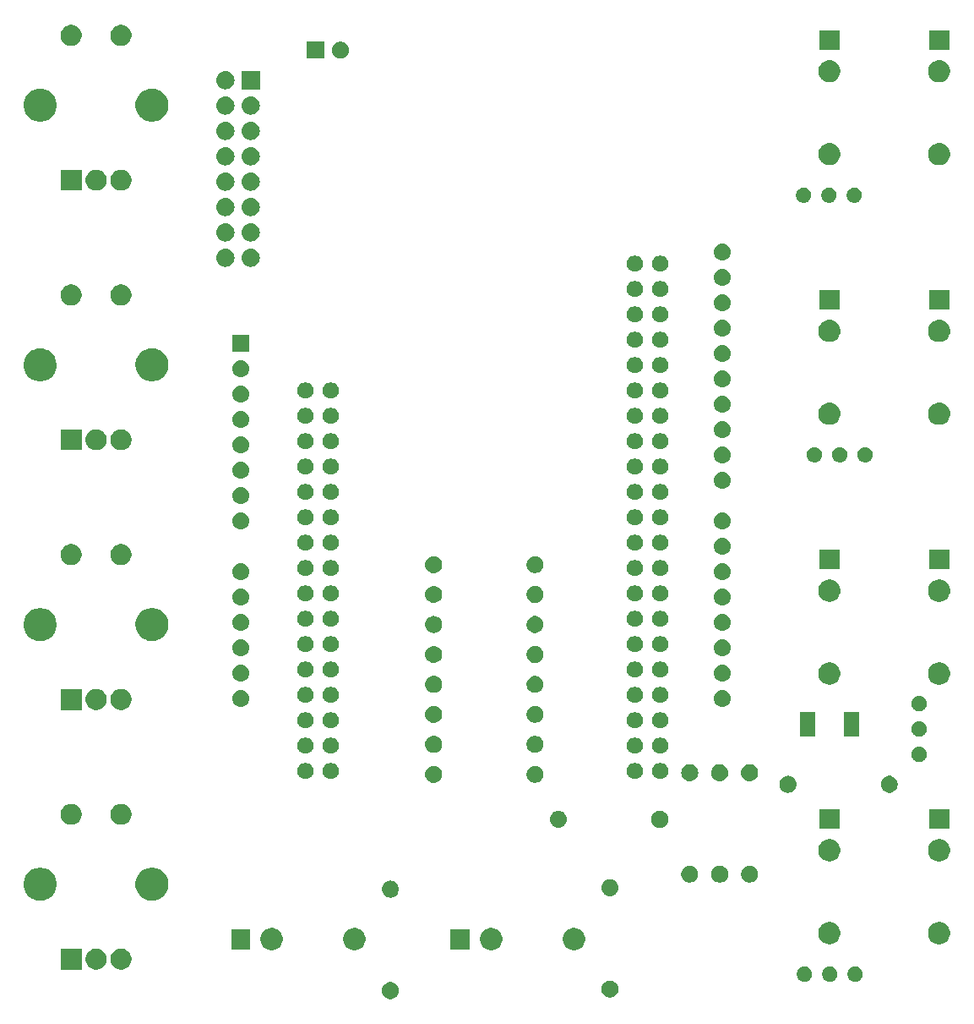
<source format=gbr>
G04 #@! TF.GenerationSoftware,KiCad,Pcbnew,5.1.2*
G04 #@! TF.CreationDate,2019-06-17T23:14:19+02:00*
G04 #@! TF.ProjectId,plastik,706c6173-7469-46b2-9e6b-696361645f70,rev?*
G04 #@! TF.SameCoordinates,Original*
G04 #@! TF.FileFunction,Soldermask,Top*
G04 #@! TF.FilePolarity,Negative*
%FSLAX46Y46*%
G04 Gerber Fmt 4.6, Leading zero omitted, Abs format (unit mm)*
G04 Created by KiCad (PCBNEW 5.1.2) date 2019-06-17 23:14:19*
%MOMM*%
%LPD*%
G04 APERTURE LIST*
%ADD10C,0.100000*%
G04 APERTURE END LIST*
D10*
G36*
X126748228Y-134341703D02*
G01*
X126903100Y-134405853D01*
X127042481Y-134498985D01*
X127161015Y-134617519D01*
X127254147Y-134756900D01*
X127318297Y-134911772D01*
X127351000Y-135076184D01*
X127351000Y-135243816D01*
X127318297Y-135408228D01*
X127254147Y-135563100D01*
X127161015Y-135702481D01*
X127042481Y-135821015D01*
X126903100Y-135914147D01*
X126748228Y-135978297D01*
X126583816Y-136011000D01*
X126416184Y-136011000D01*
X126251772Y-135978297D01*
X126096900Y-135914147D01*
X125957519Y-135821015D01*
X125838985Y-135702481D01*
X125745853Y-135563100D01*
X125681703Y-135408228D01*
X125649000Y-135243816D01*
X125649000Y-135076184D01*
X125681703Y-134911772D01*
X125745853Y-134756900D01*
X125838985Y-134617519D01*
X125957519Y-134498985D01*
X126096900Y-134405853D01*
X126251772Y-134341703D01*
X126416184Y-134309000D01*
X126583816Y-134309000D01*
X126748228Y-134341703D01*
X126748228Y-134341703D01*
G37*
G36*
X148748228Y-134181703D02*
G01*
X148903100Y-134245853D01*
X149042481Y-134338985D01*
X149161015Y-134457519D01*
X149254147Y-134596900D01*
X149318297Y-134751772D01*
X149351000Y-134916184D01*
X149351000Y-135083816D01*
X149318297Y-135248228D01*
X149254147Y-135403100D01*
X149161015Y-135542481D01*
X149042481Y-135661015D01*
X148903100Y-135754147D01*
X148748228Y-135818297D01*
X148583816Y-135851000D01*
X148416184Y-135851000D01*
X148251772Y-135818297D01*
X148096900Y-135754147D01*
X147957519Y-135661015D01*
X147838985Y-135542481D01*
X147745853Y-135403100D01*
X147681703Y-135248228D01*
X147649000Y-135083816D01*
X147649000Y-134916184D01*
X147681703Y-134751772D01*
X147745853Y-134596900D01*
X147838985Y-134457519D01*
X147957519Y-134338985D01*
X148096900Y-134245853D01*
X148251772Y-134181703D01*
X148416184Y-134149000D01*
X148583816Y-134149000D01*
X148748228Y-134181703D01*
X148748228Y-134181703D01*
G37*
G36*
X168125589Y-132738876D02*
G01*
X168224893Y-132758629D01*
X168365206Y-132816748D01*
X168491484Y-132901125D01*
X168598875Y-133008516D01*
X168683252Y-133134794D01*
X168741371Y-133275107D01*
X168771000Y-133424063D01*
X168771000Y-133575937D01*
X168741371Y-133724893D01*
X168683252Y-133865206D01*
X168598875Y-133991484D01*
X168491484Y-134098875D01*
X168365206Y-134183252D01*
X168224893Y-134241371D01*
X168125589Y-134261124D01*
X168075938Y-134271000D01*
X167924062Y-134271000D01*
X167874411Y-134261124D01*
X167775107Y-134241371D01*
X167634794Y-134183252D01*
X167508516Y-134098875D01*
X167401125Y-133991484D01*
X167316748Y-133865206D01*
X167258629Y-133724893D01*
X167229000Y-133575937D01*
X167229000Y-133424063D01*
X167258629Y-133275107D01*
X167316748Y-133134794D01*
X167401125Y-133008516D01*
X167508516Y-132901125D01*
X167634794Y-132816748D01*
X167775107Y-132758629D01*
X167874411Y-132738876D01*
X167924062Y-132729000D01*
X168075938Y-132729000D01*
X168125589Y-132738876D01*
X168125589Y-132738876D01*
G37*
G36*
X173205589Y-132738876D02*
G01*
X173304893Y-132758629D01*
X173445206Y-132816748D01*
X173571484Y-132901125D01*
X173678875Y-133008516D01*
X173763252Y-133134794D01*
X173821371Y-133275107D01*
X173851000Y-133424063D01*
X173851000Y-133575937D01*
X173821371Y-133724893D01*
X173763252Y-133865206D01*
X173678875Y-133991484D01*
X173571484Y-134098875D01*
X173445206Y-134183252D01*
X173304893Y-134241371D01*
X173205589Y-134261124D01*
X173155938Y-134271000D01*
X173004062Y-134271000D01*
X172954411Y-134261124D01*
X172855107Y-134241371D01*
X172714794Y-134183252D01*
X172588516Y-134098875D01*
X172481125Y-133991484D01*
X172396748Y-133865206D01*
X172338629Y-133724893D01*
X172309000Y-133575937D01*
X172309000Y-133424063D01*
X172338629Y-133275107D01*
X172396748Y-133134794D01*
X172481125Y-133008516D01*
X172588516Y-132901125D01*
X172714794Y-132816748D01*
X172855107Y-132758629D01*
X172954411Y-132738876D01*
X173004062Y-132729000D01*
X173155938Y-132729000D01*
X173205589Y-132738876D01*
X173205589Y-132738876D01*
G37*
G36*
X170665589Y-132738876D02*
G01*
X170764893Y-132758629D01*
X170905206Y-132816748D01*
X171031484Y-132901125D01*
X171138875Y-133008516D01*
X171223252Y-133134794D01*
X171281371Y-133275107D01*
X171311000Y-133424063D01*
X171311000Y-133575937D01*
X171281371Y-133724893D01*
X171223252Y-133865206D01*
X171138875Y-133991484D01*
X171031484Y-134098875D01*
X170905206Y-134183252D01*
X170764893Y-134241371D01*
X170665589Y-134261124D01*
X170615938Y-134271000D01*
X170464062Y-134271000D01*
X170414411Y-134261124D01*
X170315107Y-134241371D01*
X170174794Y-134183252D01*
X170048516Y-134098875D01*
X169941125Y-133991484D01*
X169856748Y-133865206D01*
X169798629Y-133724893D01*
X169769000Y-133575937D01*
X169769000Y-133424063D01*
X169798629Y-133275107D01*
X169856748Y-133134794D01*
X169941125Y-133008516D01*
X170048516Y-132901125D01*
X170174794Y-132816748D01*
X170315107Y-132758629D01*
X170414411Y-132738876D01*
X170464062Y-132729000D01*
X170615938Y-132729000D01*
X170665589Y-132738876D01*
X170665589Y-132738876D01*
G37*
G36*
X95551000Y-133051000D02*
G01*
X93449000Y-133051000D01*
X93449000Y-130949000D01*
X95551000Y-130949000D01*
X95551000Y-133051000D01*
X95551000Y-133051000D01*
G37*
G36*
X99806564Y-130989389D02*
G01*
X99997833Y-131068615D01*
X99997835Y-131068616D01*
X100004565Y-131073113D01*
X100169973Y-131183635D01*
X100316365Y-131330027D01*
X100431385Y-131502167D01*
X100510611Y-131693436D01*
X100551000Y-131896484D01*
X100551000Y-132103516D01*
X100510611Y-132306564D01*
X100431385Y-132497833D01*
X100431384Y-132497835D01*
X100316365Y-132669973D01*
X100169973Y-132816365D01*
X99997835Y-132931384D01*
X99997834Y-132931385D01*
X99997833Y-132931385D01*
X99806564Y-133010611D01*
X99603516Y-133051000D01*
X99396484Y-133051000D01*
X99193436Y-133010611D01*
X99002167Y-132931385D01*
X99002166Y-132931385D01*
X99002165Y-132931384D01*
X98830027Y-132816365D01*
X98683635Y-132669973D01*
X98568616Y-132497835D01*
X98568615Y-132497833D01*
X98489389Y-132306564D01*
X98449000Y-132103516D01*
X98449000Y-131896484D01*
X98489389Y-131693436D01*
X98568615Y-131502167D01*
X98683635Y-131330027D01*
X98830027Y-131183635D01*
X98995435Y-131073113D01*
X99002165Y-131068616D01*
X99002167Y-131068615D01*
X99193436Y-130989389D01*
X99396484Y-130949000D01*
X99603516Y-130949000D01*
X99806564Y-130989389D01*
X99806564Y-130989389D01*
G37*
G36*
X97306564Y-130989389D02*
G01*
X97497833Y-131068615D01*
X97497835Y-131068616D01*
X97504565Y-131073113D01*
X97669973Y-131183635D01*
X97816365Y-131330027D01*
X97931385Y-131502167D01*
X98010611Y-131693436D01*
X98051000Y-131896484D01*
X98051000Y-132103516D01*
X98010611Y-132306564D01*
X97931385Y-132497833D01*
X97931384Y-132497835D01*
X97816365Y-132669973D01*
X97669973Y-132816365D01*
X97497835Y-132931384D01*
X97497834Y-132931385D01*
X97497833Y-132931385D01*
X97306564Y-133010611D01*
X97103516Y-133051000D01*
X96896484Y-133051000D01*
X96693436Y-133010611D01*
X96502167Y-132931385D01*
X96502166Y-132931385D01*
X96502165Y-132931384D01*
X96330027Y-132816365D01*
X96183635Y-132669973D01*
X96068616Y-132497835D01*
X96068615Y-132497833D01*
X95989389Y-132306564D01*
X95949000Y-132103516D01*
X95949000Y-131896484D01*
X95989389Y-131693436D01*
X96068615Y-131502167D01*
X96183635Y-131330027D01*
X96330027Y-131183635D01*
X96495435Y-131073113D01*
X96502165Y-131068616D01*
X96502167Y-131068615D01*
X96693436Y-130989389D01*
X96896484Y-130949000D01*
X97103516Y-130949000D01*
X97306564Y-130989389D01*
X97306564Y-130989389D01*
G37*
G36*
X145153655Y-128912591D02*
G01*
X145225525Y-128926887D01*
X145428624Y-129011013D01*
X145611409Y-129133146D01*
X145766854Y-129288591D01*
X145888987Y-129471376D01*
X145973113Y-129674475D01*
X145973113Y-129674476D01*
X146016000Y-129890082D01*
X146016000Y-130109918D01*
X146015703Y-130111409D01*
X145973113Y-130325525D01*
X145888987Y-130528624D01*
X145766854Y-130711409D01*
X145611409Y-130866854D01*
X145428624Y-130988987D01*
X145225525Y-131073113D01*
X145153655Y-131087409D01*
X145009918Y-131116000D01*
X144790082Y-131116000D01*
X144646345Y-131087409D01*
X144574475Y-131073113D01*
X144371376Y-130988987D01*
X144188591Y-130866854D01*
X144033146Y-130711409D01*
X143911013Y-130528624D01*
X143826887Y-130325525D01*
X143784297Y-130111409D01*
X143784000Y-130109918D01*
X143784000Y-129890082D01*
X143826887Y-129674476D01*
X143826887Y-129674475D01*
X143911013Y-129471376D01*
X144033146Y-129288591D01*
X144188591Y-129133146D01*
X144371376Y-129011013D01*
X144574475Y-128926887D01*
X144646345Y-128912591D01*
X144790082Y-128884000D01*
X145009918Y-128884000D01*
X145153655Y-128912591D01*
X145153655Y-128912591D01*
G37*
G36*
X123153655Y-128912591D02*
G01*
X123225525Y-128926887D01*
X123428624Y-129011013D01*
X123611409Y-129133146D01*
X123766854Y-129288591D01*
X123888987Y-129471376D01*
X123973113Y-129674475D01*
X123973113Y-129674476D01*
X124016000Y-129890082D01*
X124016000Y-130109918D01*
X124015703Y-130111409D01*
X123973113Y-130325525D01*
X123888987Y-130528624D01*
X123766854Y-130711409D01*
X123611409Y-130866854D01*
X123428624Y-130988987D01*
X123225525Y-131073113D01*
X123153655Y-131087409D01*
X123009918Y-131116000D01*
X122790082Y-131116000D01*
X122646345Y-131087409D01*
X122574475Y-131073113D01*
X122371376Y-130988987D01*
X122188591Y-130866854D01*
X122033146Y-130711409D01*
X121911013Y-130528624D01*
X121826887Y-130325525D01*
X121784297Y-130111409D01*
X121784000Y-130109918D01*
X121784000Y-129890082D01*
X121826887Y-129674476D01*
X121826887Y-129674475D01*
X121911013Y-129471376D01*
X122033146Y-129288591D01*
X122188591Y-129133146D01*
X122371376Y-129011013D01*
X122574475Y-128926887D01*
X122646345Y-128912591D01*
X122790082Y-128884000D01*
X123009918Y-128884000D01*
X123153655Y-128912591D01*
X123153655Y-128912591D01*
G37*
G36*
X114853655Y-128912591D02*
G01*
X114925525Y-128926887D01*
X115128624Y-129011013D01*
X115311409Y-129133146D01*
X115466854Y-129288591D01*
X115588987Y-129471376D01*
X115673113Y-129674475D01*
X115673113Y-129674476D01*
X115716000Y-129890082D01*
X115716000Y-130109918D01*
X115715703Y-130111409D01*
X115673113Y-130325525D01*
X115588987Y-130528624D01*
X115466854Y-130711409D01*
X115311409Y-130866854D01*
X115128624Y-130988987D01*
X114925525Y-131073113D01*
X114853655Y-131087409D01*
X114709918Y-131116000D01*
X114490082Y-131116000D01*
X114346345Y-131087409D01*
X114274475Y-131073113D01*
X114071376Y-130988987D01*
X113888591Y-130866854D01*
X113733146Y-130711409D01*
X113611013Y-130528624D01*
X113526887Y-130325525D01*
X113484297Y-130111409D01*
X113484000Y-130109918D01*
X113484000Y-129890082D01*
X113526887Y-129674476D01*
X113526887Y-129674475D01*
X113611013Y-129471376D01*
X113733146Y-129288591D01*
X113888591Y-129133146D01*
X114071376Y-129011013D01*
X114274475Y-128926887D01*
X114346345Y-128912591D01*
X114490082Y-128884000D01*
X114709918Y-128884000D01*
X114853655Y-128912591D01*
X114853655Y-128912591D01*
G37*
G36*
X136853655Y-128912591D02*
G01*
X136925525Y-128926887D01*
X137128624Y-129011013D01*
X137311409Y-129133146D01*
X137466854Y-129288591D01*
X137588987Y-129471376D01*
X137673113Y-129674475D01*
X137673113Y-129674476D01*
X137716000Y-129890082D01*
X137716000Y-130109918D01*
X137715703Y-130111409D01*
X137673113Y-130325525D01*
X137588987Y-130528624D01*
X137466854Y-130711409D01*
X137311409Y-130866854D01*
X137128624Y-130988987D01*
X136925525Y-131073113D01*
X136853655Y-131087409D01*
X136709918Y-131116000D01*
X136490082Y-131116000D01*
X136346345Y-131087409D01*
X136274475Y-131073113D01*
X136071376Y-130988987D01*
X135888591Y-130866854D01*
X135733146Y-130711409D01*
X135611013Y-130528624D01*
X135526887Y-130325525D01*
X135484297Y-130111409D01*
X135484000Y-130109918D01*
X135484000Y-129890082D01*
X135526887Y-129674476D01*
X135526887Y-129674475D01*
X135611013Y-129471376D01*
X135733146Y-129288591D01*
X135888591Y-129133146D01*
X136071376Y-129011013D01*
X136274475Y-128926887D01*
X136346345Y-128912591D01*
X136490082Y-128884000D01*
X136709918Y-128884000D01*
X136853655Y-128912591D01*
X136853655Y-128912591D01*
G37*
G36*
X112466000Y-131016000D02*
G01*
X110534000Y-131016000D01*
X110534000Y-128984000D01*
X112466000Y-128984000D01*
X112466000Y-131016000D01*
X112466000Y-131016000D01*
G37*
G36*
X134466000Y-131016000D02*
G01*
X132534000Y-131016000D01*
X132534000Y-128984000D01*
X134466000Y-128984000D01*
X134466000Y-131016000D01*
X134466000Y-131016000D01*
G37*
G36*
X170753655Y-128312591D02*
G01*
X170825525Y-128326887D01*
X171028624Y-128411013D01*
X171211409Y-128533146D01*
X171366854Y-128688591D01*
X171488987Y-128871376D01*
X171488987Y-128871377D01*
X171573113Y-129074476D01*
X171615704Y-129288592D01*
X171616000Y-129290084D01*
X171616000Y-129509916D01*
X171573113Y-129725525D01*
X171488987Y-129928624D01*
X171366854Y-130111409D01*
X171211409Y-130266854D01*
X171028624Y-130388987D01*
X170825525Y-130473113D01*
X170753655Y-130487409D01*
X170609918Y-130516000D01*
X170390082Y-130516000D01*
X170246345Y-130487409D01*
X170174475Y-130473113D01*
X169971376Y-130388987D01*
X169788591Y-130266854D01*
X169633146Y-130111409D01*
X169511013Y-129928624D01*
X169426887Y-129725525D01*
X169384000Y-129509916D01*
X169384000Y-129290084D01*
X169384297Y-129288592D01*
X169426887Y-129074476D01*
X169511013Y-128871377D01*
X169511013Y-128871376D01*
X169633146Y-128688591D01*
X169788591Y-128533146D01*
X169971376Y-128411013D01*
X170174475Y-128326887D01*
X170246345Y-128312591D01*
X170390082Y-128284000D01*
X170609918Y-128284000D01*
X170753655Y-128312591D01*
X170753655Y-128312591D01*
G37*
G36*
X181753655Y-128312591D02*
G01*
X181825525Y-128326887D01*
X182028624Y-128411013D01*
X182211409Y-128533146D01*
X182366854Y-128688591D01*
X182488987Y-128871376D01*
X182488987Y-128871377D01*
X182573113Y-129074476D01*
X182615704Y-129288592D01*
X182616000Y-129290084D01*
X182616000Y-129509916D01*
X182573113Y-129725525D01*
X182488987Y-129928624D01*
X182366854Y-130111409D01*
X182211409Y-130266854D01*
X182028624Y-130388987D01*
X181825525Y-130473113D01*
X181753655Y-130487409D01*
X181609918Y-130516000D01*
X181390082Y-130516000D01*
X181246345Y-130487409D01*
X181174475Y-130473113D01*
X180971376Y-130388987D01*
X180788591Y-130266854D01*
X180633146Y-130111409D01*
X180511013Y-129928624D01*
X180426887Y-129725525D01*
X180384000Y-129509916D01*
X180384000Y-129290084D01*
X180384297Y-129288592D01*
X180426887Y-129074476D01*
X180511013Y-128871377D01*
X180511013Y-128871376D01*
X180633146Y-128688591D01*
X180788591Y-128533146D01*
X180971376Y-128411013D01*
X181174475Y-128326887D01*
X181246345Y-128312591D01*
X181390082Y-128284000D01*
X181609918Y-128284000D01*
X181753655Y-128312591D01*
X181753655Y-128312591D01*
G37*
G36*
X91775256Y-122891298D02*
G01*
X91881579Y-122912447D01*
X92182042Y-123036903D01*
X92452451Y-123217585D01*
X92682415Y-123447549D01*
X92863097Y-123717958D01*
X92987553Y-124018421D01*
X92992339Y-124042481D01*
X93051000Y-124337389D01*
X93051000Y-124662611D01*
X93048898Y-124673177D01*
X92987553Y-124981579D01*
X92863097Y-125282042D01*
X92682415Y-125552451D01*
X92452451Y-125782415D01*
X92182042Y-125963097D01*
X91881579Y-126087553D01*
X91775256Y-126108702D01*
X91562611Y-126151000D01*
X91237389Y-126151000D01*
X91024744Y-126108702D01*
X90918421Y-126087553D01*
X90617958Y-125963097D01*
X90347549Y-125782415D01*
X90117585Y-125552451D01*
X89936903Y-125282042D01*
X89812447Y-124981579D01*
X89751102Y-124673177D01*
X89749000Y-124662611D01*
X89749000Y-124337389D01*
X89807661Y-124042481D01*
X89812447Y-124018421D01*
X89936903Y-123717958D01*
X90117585Y-123447549D01*
X90347549Y-123217585D01*
X90617958Y-123036903D01*
X90918421Y-122912447D01*
X91024744Y-122891298D01*
X91237389Y-122849000D01*
X91562611Y-122849000D01*
X91775256Y-122891298D01*
X91775256Y-122891298D01*
G37*
G36*
X102975256Y-122891298D02*
G01*
X103081579Y-122912447D01*
X103382042Y-123036903D01*
X103652451Y-123217585D01*
X103882415Y-123447549D01*
X104063097Y-123717958D01*
X104187553Y-124018421D01*
X104192339Y-124042481D01*
X104251000Y-124337389D01*
X104251000Y-124662611D01*
X104248898Y-124673177D01*
X104187553Y-124981579D01*
X104063097Y-125282042D01*
X103882415Y-125552451D01*
X103652451Y-125782415D01*
X103382042Y-125963097D01*
X103081579Y-126087553D01*
X102975256Y-126108702D01*
X102762611Y-126151000D01*
X102437389Y-126151000D01*
X102224744Y-126108702D01*
X102118421Y-126087553D01*
X101817958Y-125963097D01*
X101547549Y-125782415D01*
X101317585Y-125552451D01*
X101136903Y-125282042D01*
X101012447Y-124981579D01*
X100951102Y-124673177D01*
X100949000Y-124662611D01*
X100949000Y-124337389D01*
X101007661Y-124042481D01*
X101012447Y-124018421D01*
X101136903Y-123717958D01*
X101317585Y-123447549D01*
X101547549Y-123217585D01*
X101817958Y-123036903D01*
X102118421Y-122912447D01*
X102224744Y-122891298D01*
X102437389Y-122849000D01*
X102762611Y-122849000D01*
X102975256Y-122891298D01*
X102975256Y-122891298D01*
G37*
G36*
X126666823Y-124161313D02*
G01*
X126827242Y-124209976D01*
X126959906Y-124280886D01*
X126975078Y-124288996D01*
X127104659Y-124395341D01*
X127211004Y-124524922D01*
X127211005Y-124524924D01*
X127290024Y-124672758D01*
X127290025Y-124672761D01*
X127290151Y-124673177D01*
X127338687Y-124833177D01*
X127355117Y-125000000D01*
X127338687Y-125166823D01*
X127290024Y-125327242D01*
X127227263Y-125444659D01*
X127211004Y-125475078D01*
X127104659Y-125604659D01*
X126975078Y-125711004D01*
X126975076Y-125711005D01*
X126827242Y-125790024D01*
X126666823Y-125838687D01*
X126541804Y-125851000D01*
X126458196Y-125851000D01*
X126333177Y-125838687D01*
X126172758Y-125790024D01*
X126024924Y-125711005D01*
X126024922Y-125711004D01*
X125895341Y-125604659D01*
X125788996Y-125475078D01*
X125772737Y-125444659D01*
X125709976Y-125327242D01*
X125661313Y-125166823D01*
X125644883Y-125000000D01*
X125661313Y-124833177D01*
X125709849Y-124673177D01*
X125709975Y-124672761D01*
X125709976Y-124672758D01*
X125788995Y-124524924D01*
X125788996Y-124524922D01*
X125895341Y-124395341D01*
X126024922Y-124288996D01*
X126040094Y-124280886D01*
X126172758Y-124209976D01*
X126333177Y-124161313D01*
X126458196Y-124149000D01*
X126541804Y-124149000D01*
X126666823Y-124161313D01*
X126666823Y-124161313D01*
G37*
G36*
X148666823Y-124001313D02*
G01*
X148827242Y-124049976D01*
X148959906Y-124120886D01*
X148975078Y-124128996D01*
X149104659Y-124235341D01*
X149211004Y-124364922D01*
X149211005Y-124364924D01*
X149290024Y-124512758D01*
X149338687Y-124673177D01*
X149355117Y-124840000D01*
X149338687Y-125006823D01*
X149338686Y-125006825D01*
X149290151Y-125166825D01*
X149290024Y-125167242D01*
X149228663Y-125282040D01*
X149211004Y-125315078D01*
X149104659Y-125444659D01*
X148975078Y-125551004D01*
X148972371Y-125552451D01*
X148827242Y-125630024D01*
X148666823Y-125678687D01*
X148541804Y-125691000D01*
X148458196Y-125691000D01*
X148333177Y-125678687D01*
X148172758Y-125630024D01*
X148027629Y-125552451D01*
X148024922Y-125551004D01*
X147895341Y-125444659D01*
X147788996Y-125315078D01*
X147771337Y-125282040D01*
X147709976Y-125167242D01*
X147709850Y-125166825D01*
X147661314Y-125006825D01*
X147661313Y-125006823D01*
X147644883Y-124840000D01*
X147661313Y-124673177D01*
X147709976Y-124512758D01*
X147788995Y-124364924D01*
X147788996Y-124364922D01*
X147895341Y-124235341D01*
X148024922Y-124128996D01*
X148040094Y-124120886D01*
X148172758Y-124049976D01*
X148333177Y-124001313D01*
X148458196Y-123989000D01*
X148541804Y-123989000D01*
X148666823Y-124001313D01*
X148666823Y-124001313D01*
G37*
G36*
X156748228Y-122681703D02*
G01*
X156903100Y-122745853D01*
X157042481Y-122838985D01*
X157161015Y-122957519D01*
X157254147Y-123096900D01*
X157318297Y-123251772D01*
X157351000Y-123416184D01*
X157351000Y-123583816D01*
X157318297Y-123748228D01*
X157254147Y-123903100D01*
X157161015Y-124042481D01*
X157042481Y-124161015D01*
X156903100Y-124254147D01*
X156748228Y-124318297D01*
X156583816Y-124351000D01*
X156416184Y-124351000D01*
X156251772Y-124318297D01*
X156096900Y-124254147D01*
X155957519Y-124161015D01*
X155838985Y-124042481D01*
X155745853Y-123903100D01*
X155681703Y-123748228D01*
X155649000Y-123583816D01*
X155649000Y-123416184D01*
X155681703Y-123251772D01*
X155745853Y-123096900D01*
X155838985Y-122957519D01*
X155957519Y-122838985D01*
X156096900Y-122745853D01*
X156251772Y-122681703D01*
X156416184Y-122649000D01*
X156583816Y-122649000D01*
X156748228Y-122681703D01*
X156748228Y-122681703D01*
G37*
G36*
X159748228Y-122681703D02*
G01*
X159903100Y-122745853D01*
X160042481Y-122838985D01*
X160161015Y-122957519D01*
X160254147Y-123096900D01*
X160318297Y-123251772D01*
X160351000Y-123416184D01*
X160351000Y-123583816D01*
X160318297Y-123748228D01*
X160254147Y-123903100D01*
X160161015Y-124042481D01*
X160042481Y-124161015D01*
X159903100Y-124254147D01*
X159748228Y-124318297D01*
X159583816Y-124351000D01*
X159416184Y-124351000D01*
X159251772Y-124318297D01*
X159096900Y-124254147D01*
X158957519Y-124161015D01*
X158838985Y-124042481D01*
X158745853Y-123903100D01*
X158681703Y-123748228D01*
X158649000Y-123583816D01*
X158649000Y-123416184D01*
X158681703Y-123251772D01*
X158745853Y-123096900D01*
X158838985Y-122957519D01*
X158957519Y-122838985D01*
X159096900Y-122745853D01*
X159251772Y-122681703D01*
X159416184Y-122649000D01*
X159583816Y-122649000D01*
X159748228Y-122681703D01*
X159748228Y-122681703D01*
G37*
G36*
X162748228Y-122681703D02*
G01*
X162903100Y-122745853D01*
X163042481Y-122838985D01*
X163161015Y-122957519D01*
X163254147Y-123096900D01*
X163318297Y-123251772D01*
X163351000Y-123416184D01*
X163351000Y-123583816D01*
X163318297Y-123748228D01*
X163254147Y-123903100D01*
X163161015Y-124042481D01*
X163042481Y-124161015D01*
X162903100Y-124254147D01*
X162748228Y-124318297D01*
X162583816Y-124351000D01*
X162416184Y-124351000D01*
X162251772Y-124318297D01*
X162096900Y-124254147D01*
X161957519Y-124161015D01*
X161838985Y-124042481D01*
X161745853Y-123903100D01*
X161681703Y-123748228D01*
X161649000Y-123583816D01*
X161649000Y-123416184D01*
X161681703Y-123251772D01*
X161745853Y-123096900D01*
X161838985Y-122957519D01*
X161957519Y-122838985D01*
X162096900Y-122745853D01*
X162251772Y-122681703D01*
X162416184Y-122649000D01*
X162583816Y-122649000D01*
X162748228Y-122681703D01*
X162748228Y-122681703D01*
G37*
G36*
X170753655Y-120012591D02*
G01*
X170825525Y-120026887D01*
X171028624Y-120111013D01*
X171211409Y-120233146D01*
X171366854Y-120388591D01*
X171488987Y-120571376D01*
X171573113Y-120774475D01*
X171616000Y-120990084D01*
X171616000Y-121209916D01*
X171573113Y-121425525D01*
X171488987Y-121628624D01*
X171366854Y-121811409D01*
X171211409Y-121966854D01*
X171028624Y-122088987D01*
X170825525Y-122173113D01*
X170753655Y-122187409D01*
X170609918Y-122216000D01*
X170390082Y-122216000D01*
X170246345Y-122187409D01*
X170174475Y-122173113D01*
X169971376Y-122088987D01*
X169788591Y-121966854D01*
X169633146Y-121811409D01*
X169511013Y-121628624D01*
X169426887Y-121425525D01*
X169384000Y-121209916D01*
X169384000Y-120990084D01*
X169426887Y-120774475D01*
X169511013Y-120571376D01*
X169633146Y-120388591D01*
X169788591Y-120233146D01*
X169971376Y-120111013D01*
X170174475Y-120026887D01*
X170246345Y-120012591D01*
X170390082Y-119984000D01*
X170609918Y-119984000D01*
X170753655Y-120012591D01*
X170753655Y-120012591D01*
G37*
G36*
X181753655Y-120012591D02*
G01*
X181825525Y-120026887D01*
X182028624Y-120111013D01*
X182211409Y-120233146D01*
X182366854Y-120388591D01*
X182488987Y-120571376D01*
X182573113Y-120774475D01*
X182616000Y-120990084D01*
X182616000Y-121209916D01*
X182573113Y-121425525D01*
X182488987Y-121628624D01*
X182366854Y-121811409D01*
X182211409Y-121966854D01*
X182028624Y-122088987D01*
X181825525Y-122173113D01*
X181753655Y-122187409D01*
X181609918Y-122216000D01*
X181390082Y-122216000D01*
X181246345Y-122187409D01*
X181174475Y-122173113D01*
X180971376Y-122088987D01*
X180788591Y-121966854D01*
X180633146Y-121811409D01*
X180511013Y-121628624D01*
X180426887Y-121425525D01*
X180384000Y-121209916D01*
X180384000Y-120990084D01*
X180426887Y-120774475D01*
X180511013Y-120571376D01*
X180633146Y-120388591D01*
X180788591Y-120233146D01*
X180971376Y-120111013D01*
X181174475Y-120026887D01*
X181246345Y-120012591D01*
X181390082Y-119984000D01*
X181609918Y-119984000D01*
X181753655Y-120012591D01*
X181753655Y-120012591D01*
G37*
G36*
X182516000Y-118966000D02*
G01*
X180484000Y-118966000D01*
X180484000Y-117034000D01*
X182516000Y-117034000D01*
X182516000Y-118966000D01*
X182516000Y-118966000D01*
G37*
G36*
X171516000Y-118966000D02*
G01*
X169484000Y-118966000D01*
X169484000Y-117034000D01*
X171516000Y-117034000D01*
X171516000Y-118966000D01*
X171516000Y-118966000D01*
G37*
G36*
X153748228Y-117181703D02*
G01*
X153903100Y-117245853D01*
X154042481Y-117338985D01*
X154161015Y-117457519D01*
X154254147Y-117596900D01*
X154318297Y-117751772D01*
X154351000Y-117916184D01*
X154351000Y-118083816D01*
X154318297Y-118248228D01*
X154254147Y-118403100D01*
X154161015Y-118542481D01*
X154042481Y-118661015D01*
X153903100Y-118754147D01*
X153748228Y-118818297D01*
X153583816Y-118851000D01*
X153416184Y-118851000D01*
X153251772Y-118818297D01*
X153096900Y-118754147D01*
X152957519Y-118661015D01*
X152838985Y-118542481D01*
X152745853Y-118403100D01*
X152681703Y-118248228D01*
X152649000Y-118083816D01*
X152649000Y-117916184D01*
X152681703Y-117751772D01*
X152745853Y-117596900D01*
X152838985Y-117457519D01*
X152957519Y-117338985D01*
X153096900Y-117245853D01*
X153251772Y-117181703D01*
X153416184Y-117149000D01*
X153583816Y-117149000D01*
X153748228Y-117181703D01*
X153748228Y-117181703D01*
G37*
G36*
X143506823Y-117161313D02*
G01*
X143667242Y-117209976D01*
X143734361Y-117245852D01*
X143815078Y-117288996D01*
X143944659Y-117395341D01*
X144051004Y-117524922D01*
X144051005Y-117524924D01*
X144130024Y-117672758D01*
X144178687Y-117833177D01*
X144195117Y-118000000D01*
X144178687Y-118166823D01*
X144130024Y-118327242D01*
X144089477Y-118403100D01*
X144051004Y-118475078D01*
X143944659Y-118604659D01*
X143815078Y-118711004D01*
X143815076Y-118711005D01*
X143667242Y-118790024D01*
X143506823Y-118838687D01*
X143381804Y-118851000D01*
X143298196Y-118851000D01*
X143173177Y-118838687D01*
X143012758Y-118790024D01*
X142864924Y-118711005D01*
X142864922Y-118711004D01*
X142735341Y-118604659D01*
X142628996Y-118475078D01*
X142590523Y-118403100D01*
X142549976Y-118327242D01*
X142501313Y-118166823D01*
X142484883Y-118000000D01*
X142501313Y-117833177D01*
X142549976Y-117672758D01*
X142628995Y-117524924D01*
X142628996Y-117524922D01*
X142735341Y-117395341D01*
X142864922Y-117288996D01*
X142945639Y-117245852D01*
X143012758Y-117209976D01*
X143173177Y-117161313D01*
X143298196Y-117149000D01*
X143381804Y-117149000D01*
X143506823Y-117161313D01*
X143506823Y-117161313D01*
G37*
G36*
X94806564Y-116489389D02*
G01*
X94997833Y-116568615D01*
X94997835Y-116568616D01*
X95169973Y-116683635D01*
X95316365Y-116830027D01*
X95431385Y-117002167D01*
X95510611Y-117193436D01*
X95551000Y-117396484D01*
X95551000Y-117603516D01*
X95510611Y-117806564D01*
X95431385Y-117997833D01*
X95431384Y-117997835D01*
X95316365Y-118169973D01*
X95169973Y-118316365D01*
X94997835Y-118431384D01*
X94997834Y-118431385D01*
X94997833Y-118431385D01*
X94806564Y-118510611D01*
X94603516Y-118551000D01*
X94396484Y-118551000D01*
X94193436Y-118510611D01*
X94002167Y-118431385D01*
X94002166Y-118431385D01*
X94002165Y-118431384D01*
X93830027Y-118316365D01*
X93683635Y-118169973D01*
X93568616Y-117997835D01*
X93568615Y-117997833D01*
X93489389Y-117806564D01*
X93449000Y-117603516D01*
X93449000Y-117396484D01*
X93489389Y-117193436D01*
X93568615Y-117002167D01*
X93683635Y-116830027D01*
X93830027Y-116683635D01*
X94002165Y-116568616D01*
X94002167Y-116568615D01*
X94193436Y-116489389D01*
X94396484Y-116449000D01*
X94603516Y-116449000D01*
X94806564Y-116489389D01*
X94806564Y-116489389D01*
G37*
G36*
X99806564Y-116489389D02*
G01*
X99997833Y-116568615D01*
X99997835Y-116568616D01*
X100169973Y-116683635D01*
X100316365Y-116830027D01*
X100431385Y-117002167D01*
X100510611Y-117193436D01*
X100551000Y-117396484D01*
X100551000Y-117603516D01*
X100510611Y-117806564D01*
X100431385Y-117997833D01*
X100431384Y-117997835D01*
X100316365Y-118169973D01*
X100169973Y-118316365D01*
X99997835Y-118431384D01*
X99997834Y-118431385D01*
X99997833Y-118431385D01*
X99806564Y-118510611D01*
X99603516Y-118551000D01*
X99396484Y-118551000D01*
X99193436Y-118510611D01*
X99002167Y-118431385D01*
X99002166Y-118431385D01*
X99002165Y-118431384D01*
X98830027Y-118316365D01*
X98683635Y-118169973D01*
X98568616Y-117997835D01*
X98568615Y-117997833D01*
X98489389Y-117806564D01*
X98449000Y-117603516D01*
X98449000Y-117396484D01*
X98489389Y-117193436D01*
X98568615Y-117002167D01*
X98683635Y-116830027D01*
X98830027Y-116683635D01*
X99002165Y-116568616D01*
X99002167Y-116568615D01*
X99193436Y-116489389D01*
X99396484Y-116449000D01*
X99603516Y-116449000D01*
X99806564Y-116489389D01*
X99806564Y-116489389D01*
G37*
G36*
X176748228Y-113681703D02*
G01*
X176903100Y-113745853D01*
X177042481Y-113838985D01*
X177161015Y-113957519D01*
X177254147Y-114096900D01*
X177318297Y-114251772D01*
X177351000Y-114416184D01*
X177351000Y-114583816D01*
X177318297Y-114748228D01*
X177254147Y-114903100D01*
X177161015Y-115042481D01*
X177042481Y-115161015D01*
X176903100Y-115254147D01*
X176748228Y-115318297D01*
X176583816Y-115351000D01*
X176416184Y-115351000D01*
X176251772Y-115318297D01*
X176096900Y-115254147D01*
X175957519Y-115161015D01*
X175838985Y-115042481D01*
X175745853Y-114903100D01*
X175681703Y-114748228D01*
X175649000Y-114583816D01*
X175649000Y-114416184D01*
X175681703Y-114251772D01*
X175745853Y-114096900D01*
X175838985Y-113957519D01*
X175957519Y-113838985D01*
X176096900Y-113745853D01*
X176251772Y-113681703D01*
X176416184Y-113649000D01*
X176583816Y-113649000D01*
X176748228Y-113681703D01*
X176748228Y-113681703D01*
G37*
G36*
X166506823Y-113661313D02*
G01*
X166667242Y-113709976D01*
X166734361Y-113745852D01*
X166815078Y-113788996D01*
X166944659Y-113895341D01*
X167051004Y-114024922D01*
X167051005Y-114024924D01*
X167130024Y-114172758D01*
X167178687Y-114333177D01*
X167195117Y-114500000D01*
X167178687Y-114666823D01*
X167130024Y-114827242D01*
X167089477Y-114903100D01*
X167051004Y-114975078D01*
X166944659Y-115104659D01*
X166815078Y-115211004D01*
X166815076Y-115211005D01*
X166667242Y-115290024D01*
X166506823Y-115338687D01*
X166381804Y-115351000D01*
X166298196Y-115351000D01*
X166173177Y-115338687D01*
X166012758Y-115290024D01*
X165864924Y-115211005D01*
X165864922Y-115211004D01*
X165735341Y-115104659D01*
X165628996Y-114975078D01*
X165590523Y-114903100D01*
X165549976Y-114827242D01*
X165501313Y-114666823D01*
X165484883Y-114500000D01*
X165501313Y-114333177D01*
X165549976Y-114172758D01*
X165628995Y-114024924D01*
X165628996Y-114024922D01*
X165735341Y-113895341D01*
X165864922Y-113788996D01*
X165945639Y-113745852D01*
X166012758Y-113709976D01*
X166173177Y-113661313D01*
X166298196Y-113649000D01*
X166381804Y-113649000D01*
X166506823Y-113661313D01*
X166506823Y-113661313D01*
G37*
G36*
X141248228Y-112681703D02*
G01*
X141403100Y-112745853D01*
X141542481Y-112838985D01*
X141661015Y-112957519D01*
X141754147Y-113096900D01*
X141818297Y-113251772D01*
X141851000Y-113416184D01*
X141851000Y-113583816D01*
X141818297Y-113748228D01*
X141754147Y-113903100D01*
X141661015Y-114042481D01*
X141542481Y-114161015D01*
X141403100Y-114254147D01*
X141248228Y-114318297D01*
X141083816Y-114351000D01*
X140916184Y-114351000D01*
X140751772Y-114318297D01*
X140596900Y-114254147D01*
X140457519Y-114161015D01*
X140338985Y-114042481D01*
X140245853Y-113903100D01*
X140181703Y-113748228D01*
X140149000Y-113583816D01*
X140149000Y-113416184D01*
X140181703Y-113251772D01*
X140245853Y-113096900D01*
X140338985Y-112957519D01*
X140457519Y-112838985D01*
X140596900Y-112745853D01*
X140751772Y-112681703D01*
X140916184Y-112649000D01*
X141083816Y-112649000D01*
X141248228Y-112681703D01*
X141248228Y-112681703D01*
G37*
G36*
X131006823Y-112661313D02*
G01*
X131167242Y-112709976D01*
X131234361Y-112745852D01*
X131315078Y-112788996D01*
X131444659Y-112895341D01*
X131551004Y-113024922D01*
X131551005Y-113024924D01*
X131630024Y-113172758D01*
X131630025Y-113172761D01*
X131630151Y-113173177D01*
X131678687Y-113333177D01*
X131695117Y-113500000D01*
X131678687Y-113666823D01*
X131630024Y-113827242D01*
X131589477Y-113903100D01*
X131551004Y-113975078D01*
X131444659Y-114104659D01*
X131315078Y-114211004D01*
X131315076Y-114211005D01*
X131167242Y-114290024D01*
X131006823Y-114338687D01*
X130881804Y-114351000D01*
X130798196Y-114351000D01*
X130673177Y-114338687D01*
X130512758Y-114290024D01*
X130364924Y-114211005D01*
X130364922Y-114211004D01*
X130235341Y-114104659D01*
X130128996Y-113975078D01*
X130090523Y-113903100D01*
X130049976Y-113827242D01*
X130001313Y-113666823D01*
X129984883Y-113500000D01*
X130001313Y-113333177D01*
X130049849Y-113173177D01*
X130049975Y-113172761D01*
X130049976Y-113172758D01*
X130128995Y-113024924D01*
X130128996Y-113024922D01*
X130235341Y-112895341D01*
X130364922Y-112788996D01*
X130445639Y-112745852D01*
X130512758Y-112709976D01*
X130673177Y-112661313D01*
X130798196Y-112649000D01*
X130881804Y-112649000D01*
X131006823Y-112661313D01*
X131006823Y-112661313D01*
G37*
G36*
X162666823Y-112501313D02*
G01*
X162827242Y-112549976D01*
X162959906Y-112620886D01*
X162975078Y-112628996D01*
X163104659Y-112735341D01*
X163211004Y-112864922D01*
X163211005Y-112864924D01*
X163290024Y-113012758D01*
X163338687Y-113173177D01*
X163355117Y-113340000D01*
X163338687Y-113506823D01*
X163315331Y-113583816D01*
X163290151Y-113666825D01*
X163290024Y-113667242D01*
X163224946Y-113788995D01*
X163211004Y-113815078D01*
X163104659Y-113944659D01*
X162975078Y-114051004D01*
X162975076Y-114051005D01*
X162827242Y-114130024D01*
X162666823Y-114178687D01*
X162541804Y-114191000D01*
X162458196Y-114191000D01*
X162333177Y-114178687D01*
X162172758Y-114130024D01*
X162024924Y-114051005D01*
X162024922Y-114051004D01*
X161895341Y-113944659D01*
X161788996Y-113815078D01*
X161775054Y-113788995D01*
X161709976Y-113667242D01*
X161709850Y-113666825D01*
X161684669Y-113583816D01*
X161661313Y-113506823D01*
X161644883Y-113340000D01*
X161661313Y-113173177D01*
X161709976Y-113012758D01*
X161788995Y-112864924D01*
X161788996Y-112864922D01*
X161895341Y-112735341D01*
X162024922Y-112628996D01*
X162040094Y-112620886D01*
X162172758Y-112549976D01*
X162333177Y-112501313D01*
X162458196Y-112489000D01*
X162541804Y-112489000D01*
X162666823Y-112501313D01*
X162666823Y-112501313D01*
G37*
G36*
X159666823Y-112501313D02*
G01*
X159827242Y-112549976D01*
X159959906Y-112620886D01*
X159975078Y-112628996D01*
X160104659Y-112735341D01*
X160211004Y-112864922D01*
X160211005Y-112864924D01*
X160290024Y-113012758D01*
X160338687Y-113173177D01*
X160355117Y-113340000D01*
X160338687Y-113506823D01*
X160315331Y-113583816D01*
X160290151Y-113666825D01*
X160290024Y-113667242D01*
X160224946Y-113788995D01*
X160211004Y-113815078D01*
X160104659Y-113944659D01*
X159975078Y-114051004D01*
X159975076Y-114051005D01*
X159827242Y-114130024D01*
X159666823Y-114178687D01*
X159541804Y-114191000D01*
X159458196Y-114191000D01*
X159333177Y-114178687D01*
X159172758Y-114130024D01*
X159024924Y-114051005D01*
X159024922Y-114051004D01*
X158895341Y-113944659D01*
X158788996Y-113815078D01*
X158775054Y-113788995D01*
X158709976Y-113667242D01*
X158709850Y-113666825D01*
X158684669Y-113583816D01*
X158661313Y-113506823D01*
X158644883Y-113340000D01*
X158661313Y-113173177D01*
X158709976Y-113012758D01*
X158788995Y-112864924D01*
X158788996Y-112864922D01*
X158895341Y-112735341D01*
X159024922Y-112628996D01*
X159040094Y-112620886D01*
X159172758Y-112549976D01*
X159333177Y-112501313D01*
X159458196Y-112489000D01*
X159541804Y-112489000D01*
X159666823Y-112501313D01*
X159666823Y-112501313D01*
G37*
G36*
X156666823Y-112501313D02*
G01*
X156827242Y-112549976D01*
X156959906Y-112620886D01*
X156975078Y-112628996D01*
X157104659Y-112735341D01*
X157211004Y-112864922D01*
X157211005Y-112864924D01*
X157290024Y-113012758D01*
X157338687Y-113173177D01*
X157355117Y-113340000D01*
X157338687Y-113506823D01*
X157315331Y-113583816D01*
X157290151Y-113666825D01*
X157290024Y-113667242D01*
X157224946Y-113788995D01*
X157211004Y-113815078D01*
X157104659Y-113944659D01*
X156975078Y-114051004D01*
X156975076Y-114051005D01*
X156827242Y-114130024D01*
X156666823Y-114178687D01*
X156541804Y-114191000D01*
X156458196Y-114191000D01*
X156333177Y-114178687D01*
X156172758Y-114130024D01*
X156024924Y-114051005D01*
X156024922Y-114051004D01*
X155895341Y-113944659D01*
X155788996Y-113815078D01*
X155775054Y-113788995D01*
X155709976Y-113667242D01*
X155709850Y-113666825D01*
X155684669Y-113583816D01*
X155661313Y-113506823D01*
X155644883Y-113340000D01*
X155661313Y-113173177D01*
X155709976Y-113012758D01*
X155788995Y-112864924D01*
X155788996Y-112864922D01*
X155895341Y-112735341D01*
X156024922Y-112628996D01*
X156040094Y-112620886D01*
X156172758Y-112549976D01*
X156333177Y-112501313D01*
X156458196Y-112489000D01*
X156541804Y-112489000D01*
X156666823Y-112501313D01*
X156666823Y-112501313D01*
G37*
G36*
X120767142Y-112388242D02*
G01*
X120915101Y-112449529D01*
X121048255Y-112538499D01*
X121161501Y-112651745D01*
X121250471Y-112784899D01*
X121311758Y-112932858D01*
X121343000Y-113089925D01*
X121343000Y-113250075D01*
X121311758Y-113407142D01*
X121250471Y-113555101D01*
X121161501Y-113688255D01*
X121048255Y-113801501D01*
X120915101Y-113890471D01*
X120767142Y-113951758D01*
X120610075Y-113983000D01*
X120449925Y-113983000D01*
X120292858Y-113951758D01*
X120144899Y-113890471D01*
X120011745Y-113801501D01*
X119898499Y-113688255D01*
X119809529Y-113555101D01*
X119748242Y-113407142D01*
X119717000Y-113250075D01*
X119717000Y-113089925D01*
X119748242Y-112932858D01*
X119809529Y-112784899D01*
X119898499Y-112651745D01*
X120011745Y-112538499D01*
X120144899Y-112449529D01*
X120292858Y-112388242D01*
X120449925Y-112357000D01*
X120610075Y-112357000D01*
X120767142Y-112388242D01*
X120767142Y-112388242D01*
G37*
G36*
X151247142Y-112388242D02*
G01*
X151395101Y-112449529D01*
X151528255Y-112538499D01*
X151641501Y-112651745D01*
X151730471Y-112784899D01*
X151791758Y-112932858D01*
X151823000Y-113089925D01*
X151823000Y-113250075D01*
X151791758Y-113407142D01*
X151730471Y-113555101D01*
X151641501Y-113688255D01*
X151528255Y-113801501D01*
X151395101Y-113890471D01*
X151247142Y-113951758D01*
X151090075Y-113983000D01*
X150929925Y-113983000D01*
X150772858Y-113951758D01*
X150624899Y-113890471D01*
X150491745Y-113801501D01*
X150378499Y-113688255D01*
X150289529Y-113555101D01*
X150228242Y-113407142D01*
X150197000Y-113250075D01*
X150197000Y-113089925D01*
X150228242Y-112932858D01*
X150289529Y-112784899D01*
X150378499Y-112651745D01*
X150491745Y-112538499D01*
X150624899Y-112449529D01*
X150772858Y-112388242D01*
X150929925Y-112357000D01*
X151090075Y-112357000D01*
X151247142Y-112388242D01*
X151247142Y-112388242D01*
G37*
G36*
X153787142Y-112388242D02*
G01*
X153935101Y-112449529D01*
X154068255Y-112538499D01*
X154181501Y-112651745D01*
X154270471Y-112784899D01*
X154331758Y-112932858D01*
X154363000Y-113089925D01*
X154363000Y-113250075D01*
X154331758Y-113407142D01*
X154270471Y-113555101D01*
X154181501Y-113688255D01*
X154068255Y-113801501D01*
X153935101Y-113890471D01*
X153787142Y-113951758D01*
X153630075Y-113983000D01*
X153469925Y-113983000D01*
X153312858Y-113951758D01*
X153164899Y-113890471D01*
X153031745Y-113801501D01*
X152918499Y-113688255D01*
X152829529Y-113555101D01*
X152768242Y-113407142D01*
X152737000Y-113250075D01*
X152737000Y-113089925D01*
X152768242Y-112932858D01*
X152829529Y-112784899D01*
X152918499Y-112651745D01*
X153031745Y-112538499D01*
X153164899Y-112449529D01*
X153312858Y-112388242D01*
X153469925Y-112357000D01*
X153630075Y-112357000D01*
X153787142Y-112388242D01*
X153787142Y-112388242D01*
G37*
G36*
X118227142Y-112388242D02*
G01*
X118375101Y-112449529D01*
X118508255Y-112538499D01*
X118621501Y-112651745D01*
X118710471Y-112784899D01*
X118771758Y-112932858D01*
X118803000Y-113089925D01*
X118803000Y-113250075D01*
X118771758Y-113407142D01*
X118710471Y-113555101D01*
X118621501Y-113688255D01*
X118508255Y-113801501D01*
X118375101Y-113890471D01*
X118227142Y-113951758D01*
X118070075Y-113983000D01*
X117909925Y-113983000D01*
X117752858Y-113951758D01*
X117604899Y-113890471D01*
X117471745Y-113801501D01*
X117358499Y-113688255D01*
X117269529Y-113555101D01*
X117208242Y-113407142D01*
X117177000Y-113250075D01*
X117177000Y-113089925D01*
X117208242Y-112932858D01*
X117269529Y-112784899D01*
X117358499Y-112651745D01*
X117471745Y-112538499D01*
X117604899Y-112449529D01*
X117752858Y-112388242D01*
X117909925Y-112357000D01*
X118070075Y-112357000D01*
X118227142Y-112388242D01*
X118227142Y-112388242D01*
G37*
G36*
X179625589Y-110738876D02*
G01*
X179724893Y-110758629D01*
X179865206Y-110816748D01*
X179991484Y-110901125D01*
X180098875Y-111008516D01*
X180183252Y-111134794D01*
X180241371Y-111275107D01*
X180254018Y-111338687D01*
X180268553Y-111411758D01*
X180271000Y-111424063D01*
X180271000Y-111575937D01*
X180241371Y-111724893D01*
X180183252Y-111865206D01*
X180098875Y-111991484D01*
X179991484Y-112098875D01*
X179865206Y-112183252D01*
X179724893Y-112241371D01*
X179625589Y-112261124D01*
X179575938Y-112271000D01*
X179424062Y-112271000D01*
X179374411Y-112261124D01*
X179275107Y-112241371D01*
X179134794Y-112183252D01*
X179008516Y-112098875D01*
X178901125Y-111991484D01*
X178816748Y-111865206D01*
X178758629Y-111724893D01*
X178729000Y-111575937D01*
X178729000Y-111424063D01*
X178731448Y-111411758D01*
X178745982Y-111338687D01*
X178758629Y-111275107D01*
X178816748Y-111134794D01*
X178901125Y-111008516D01*
X179008516Y-110901125D01*
X179134794Y-110816748D01*
X179275107Y-110758629D01*
X179374411Y-110738876D01*
X179424062Y-110729000D01*
X179575938Y-110729000D01*
X179625589Y-110738876D01*
X179625589Y-110738876D01*
G37*
G36*
X120767142Y-109848242D02*
G01*
X120915101Y-109909529D01*
X121048255Y-109998499D01*
X121161501Y-110111745D01*
X121250471Y-110244899D01*
X121311758Y-110392858D01*
X121343000Y-110549925D01*
X121343000Y-110710075D01*
X121311758Y-110867142D01*
X121250471Y-111015101D01*
X121161501Y-111148255D01*
X121048255Y-111261501D01*
X120915101Y-111350471D01*
X120767142Y-111411758D01*
X120610075Y-111443000D01*
X120449925Y-111443000D01*
X120292858Y-111411758D01*
X120144899Y-111350471D01*
X120011745Y-111261501D01*
X119898499Y-111148255D01*
X119809529Y-111015101D01*
X119748242Y-110867142D01*
X119717000Y-110710075D01*
X119717000Y-110549925D01*
X119748242Y-110392858D01*
X119809529Y-110244899D01*
X119898499Y-110111745D01*
X120011745Y-109998499D01*
X120144899Y-109909529D01*
X120292858Y-109848242D01*
X120449925Y-109817000D01*
X120610075Y-109817000D01*
X120767142Y-109848242D01*
X120767142Y-109848242D01*
G37*
G36*
X118227142Y-109848242D02*
G01*
X118375101Y-109909529D01*
X118508255Y-109998499D01*
X118621501Y-110111745D01*
X118710471Y-110244899D01*
X118771758Y-110392858D01*
X118803000Y-110549925D01*
X118803000Y-110710075D01*
X118771758Y-110867142D01*
X118710471Y-111015101D01*
X118621501Y-111148255D01*
X118508255Y-111261501D01*
X118375101Y-111350471D01*
X118227142Y-111411758D01*
X118070075Y-111443000D01*
X117909925Y-111443000D01*
X117752858Y-111411758D01*
X117604899Y-111350471D01*
X117471745Y-111261501D01*
X117358499Y-111148255D01*
X117269529Y-111015101D01*
X117208242Y-110867142D01*
X117177000Y-110710075D01*
X117177000Y-110549925D01*
X117208242Y-110392858D01*
X117269529Y-110244899D01*
X117358499Y-110111745D01*
X117471745Y-109998499D01*
X117604899Y-109909529D01*
X117752858Y-109848242D01*
X117909925Y-109817000D01*
X118070075Y-109817000D01*
X118227142Y-109848242D01*
X118227142Y-109848242D01*
G37*
G36*
X153787142Y-109848242D02*
G01*
X153935101Y-109909529D01*
X154068255Y-109998499D01*
X154181501Y-110111745D01*
X154270471Y-110244899D01*
X154331758Y-110392858D01*
X154363000Y-110549925D01*
X154363000Y-110710075D01*
X154331758Y-110867142D01*
X154270471Y-111015101D01*
X154181501Y-111148255D01*
X154068255Y-111261501D01*
X153935101Y-111350471D01*
X153787142Y-111411758D01*
X153630075Y-111443000D01*
X153469925Y-111443000D01*
X153312858Y-111411758D01*
X153164899Y-111350471D01*
X153031745Y-111261501D01*
X152918499Y-111148255D01*
X152829529Y-111015101D01*
X152768242Y-110867142D01*
X152737000Y-110710075D01*
X152737000Y-110549925D01*
X152768242Y-110392858D01*
X152829529Y-110244899D01*
X152918499Y-110111745D01*
X153031745Y-109998499D01*
X153164899Y-109909529D01*
X153312858Y-109848242D01*
X153469925Y-109817000D01*
X153630075Y-109817000D01*
X153787142Y-109848242D01*
X153787142Y-109848242D01*
G37*
G36*
X151247142Y-109848242D02*
G01*
X151395101Y-109909529D01*
X151528255Y-109998499D01*
X151641501Y-110111745D01*
X151730471Y-110244899D01*
X151791758Y-110392858D01*
X151823000Y-110549925D01*
X151823000Y-110710075D01*
X151791758Y-110867142D01*
X151730471Y-111015101D01*
X151641501Y-111148255D01*
X151528255Y-111261501D01*
X151395101Y-111350471D01*
X151247142Y-111411758D01*
X151090075Y-111443000D01*
X150929925Y-111443000D01*
X150772858Y-111411758D01*
X150624899Y-111350471D01*
X150491745Y-111261501D01*
X150378499Y-111148255D01*
X150289529Y-111015101D01*
X150228242Y-110867142D01*
X150197000Y-110710075D01*
X150197000Y-110549925D01*
X150228242Y-110392858D01*
X150289529Y-110244899D01*
X150378499Y-110111745D01*
X150491745Y-109998499D01*
X150624899Y-109909529D01*
X150772858Y-109848242D01*
X150929925Y-109817000D01*
X151090075Y-109817000D01*
X151247142Y-109848242D01*
X151247142Y-109848242D01*
G37*
G36*
X131006823Y-109661313D02*
G01*
X131167242Y-109709976D01*
X131234361Y-109745852D01*
X131315078Y-109788996D01*
X131444659Y-109895341D01*
X131551004Y-110024922D01*
X131551005Y-110024924D01*
X131630024Y-110172758D01*
X131678687Y-110333177D01*
X131695117Y-110500000D01*
X131678687Y-110666823D01*
X131630024Y-110827242D01*
X131589477Y-110903100D01*
X131551004Y-110975078D01*
X131444659Y-111104659D01*
X131315078Y-111211004D01*
X131315076Y-111211005D01*
X131167242Y-111290024D01*
X131006823Y-111338687D01*
X130881804Y-111351000D01*
X130798196Y-111351000D01*
X130673177Y-111338687D01*
X130512758Y-111290024D01*
X130364924Y-111211005D01*
X130364922Y-111211004D01*
X130235341Y-111104659D01*
X130128996Y-110975078D01*
X130090523Y-110903100D01*
X130049976Y-110827242D01*
X130001313Y-110666823D01*
X129984883Y-110500000D01*
X130001313Y-110333177D01*
X130049976Y-110172758D01*
X130128995Y-110024924D01*
X130128996Y-110024922D01*
X130235341Y-109895341D01*
X130364922Y-109788996D01*
X130445639Y-109745852D01*
X130512758Y-109709976D01*
X130673177Y-109661313D01*
X130798196Y-109649000D01*
X130881804Y-109649000D01*
X131006823Y-109661313D01*
X131006823Y-109661313D01*
G37*
G36*
X141248228Y-109681703D02*
G01*
X141403100Y-109745853D01*
X141542481Y-109838985D01*
X141661015Y-109957519D01*
X141754147Y-110096900D01*
X141818297Y-110251772D01*
X141851000Y-110416184D01*
X141851000Y-110583816D01*
X141818297Y-110748228D01*
X141754147Y-110903100D01*
X141661015Y-111042481D01*
X141542481Y-111161015D01*
X141403100Y-111254147D01*
X141248228Y-111318297D01*
X141083816Y-111351000D01*
X140916184Y-111351000D01*
X140751772Y-111318297D01*
X140596900Y-111254147D01*
X140457519Y-111161015D01*
X140338985Y-111042481D01*
X140245853Y-110903100D01*
X140181703Y-110748228D01*
X140149000Y-110583816D01*
X140149000Y-110416184D01*
X140181703Y-110251772D01*
X140245853Y-110096900D01*
X140338985Y-109957519D01*
X140457519Y-109838985D01*
X140596900Y-109745853D01*
X140751772Y-109681703D01*
X140916184Y-109649000D01*
X141083816Y-109649000D01*
X141248228Y-109681703D01*
X141248228Y-109681703D01*
G37*
G36*
X179625589Y-108198876D02*
G01*
X179724893Y-108218629D01*
X179865206Y-108276748D01*
X179991484Y-108361125D01*
X180098875Y-108468516D01*
X180183252Y-108594794D01*
X180241371Y-108735107D01*
X180241371Y-108735109D01*
X180268553Y-108871758D01*
X180271000Y-108884063D01*
X180271000Y-109035937D01*
X180241371Y-109184893D01*
X180183252Y-109325206D01*
X180098875Y-109451484D01*
X179991484Y-109558875D01*
X179865206Y-109643252D01*
X179724893Y-109701371D01*
X179625589Y-109721124D01*
X179575938Y-109731000D01*
X179424062Y-109731000D01*
X179374411Y-109721124D01*
X179275107Y-109701371D01*
X179134794Y-109643252D01*
X179008516Y-109558875D01*
X178901125Y-109451484D01*
X178816748Y-109325206D01*
X178758629Y-109184893D01*
X178729000Y-109035937D01*
X178729000Y-108884063D01*
X178731448Y-108871758D01*
X178758629Y-108735109D01*
X178758629Y-108735107D01*
X178816748Y-108594794D01*
X178901125Y-108468516D01*
X179008516Y-108361125D01*
X179134794Y-108276748D01*
X179275107Y-108218629D01*
X179374411Y-108198876D01*
X179424062Y-108189000D01*
X179575938Y-108189000D01*
X179625589Y-108198876D01*
X179625589Y-108198876D01*
G37*
G36*
X169051000Y-109701000D02*
G01*
X167549000Y-109701000D01*
X167549000Y-107299000D01*
X169051000Y-107299000D01*
X169051000Y-109701000D01*
X169051000Y-109701000D01*
G37*
G36*
X173451000Y-109701000D02*
G01*
X171949000Y-109701000D01*
X171949000Y-107299000D01*
X173451000Y-107299000D01*
X173451000Y-109701000D01*
X173451000Y-109701000D01*
G37*
G36*
X118227142Y-107308242D02*
G01*
X118375101Y-107369529D01*
X118508255Y-107458499D01*
X118621501Y-107571745D01*
X118710471Y-107704899D01*
X118771758Y-107852858D01*
X118803000Y-108009925D01*
X118803000Y-108170075D01*
X118771758Y-108327142D01*
X118710471Y-108475101D01*
X118621501Y-108608255D01*
X118508255Y-108721501D01*
X118375101Y-108810471D01*
X118227142Y-108871758D01*
X118070075Y-108903000D01*
X117909925Y-108903000D01*
X117752858Y-108871758D01*
X117604899Y-108810471D01*
X117471745Y-108721501D01*
X117358499Y-108608255D01*
X117269529Y-108475101D01*
X117208242Y-108327142D01*
X117177000Y-108170075D01*
X117177000Y-108009925D01*
X117208242Y-107852858D01*
X117269529Y-107704899D01*
X117358499Y-107571745D01*
X117471745Y-107458499D01*
X117604899Y-107369529D01*
X117752858Y-107308242D01*
X117909925Y-107277000D01*
X118070075Y-107277000D01*
X118227142Y-107308242D01*
X118227142Y-107308242D01*
G37*
G36*
X151247142Y-107308242D02*
G01*
X151395101Y-107369529D01*
X151528255Y-107458499D01*
X151641501Y-107571745D01*
X151730471Y-107704899D01*
X151791758Y-107852858D01*
X151823000Y-108009925D01*
X151823000Y-108170075D01*
X151791758Y-108327142D01*
X151730471Y-108475101D01*
X151641501Y-108608255D01*
X151528255Y-108721501D01*
X151395101Y-108810471D01*
X151247142Y-108871758D01*
X151090075Y-108903000D01*
X150929925Y-108903000D01*
X150772858Y-108871758D01*
X150624899Y-108810471D01*
X150491745Y-108721501D01*
X150378499Y-108608255D01*
X150289529Y-108475101D01*
X150228242Y-108327142D01*
X150197000Y-108170075D01*
X150197000Y-108009925D01*
X150228242Y-107852858D01*
X150289529Y-107704899D01*
X150378499Y-107571745D01*
X150491745Y-107458499D01*
X150624899Y-107369529D01*
X150772858Y-107308242D01*
X150929925Y-107277000D01*
X151090075Y-107277000D01*
X151247142Y-107308242D01*
X151247142Y-107308242D01*
G37*
G36*
X120767142Y-107308242D02*
G01*
X120915101Y-107369529D01*
X121048255Y-107458499D01*
X121161501Y-107571745D01*
X121250471Y-107704899D01*
X121311758Y-107852858D01*
X121343000Y-108009925D01*
X121343000Y-108170075D01*
X121311758Y-108327142D01*
X121250471Y-108475101D01*
X121161501Y-108608255D01*
X121048255Y-108721501D01*
X120915101Y-108810471D01*
X120767142Y-108871758D01*
X120610075Y-108903000D01*
X120449925Y-108903000D01*
X120292858Y-108871758D01*
X120144899Y-108810471D01*
X120011745Y-108721501D01*
X119898499Y-108608255D01*
X119809529Y-108475101D01*
X119748242Y-108327142D01*
X119717000Y-108170075D01*
X119717000Y-108009925D01*
X119748242Y-107852858D01*
X119809529Y-107704899D01*
X119898499Y-107571745D01*
X120011745Y-107458499D01*
X120144899Y-107369529D01*
X120292858Y-107308242D01*
X120449925Y-107277000D01*
X120610075Y-107277000D01*
X120767142Y-107308242D01*
X120767142Y-107308242D01*
G37*
G36*
X153787142Y-107308242D02*
G01*
X153935101Y-107369529D01*
X154068255Y-107458499D01*
X154181501Y-107571745D01*
X154270471Y-107704899D01*
X154331758Y-107852858D01*
X154363000Y-108009925D01*
X154363000Y-108170075D01*
X154331758Y-108327142D01*
X154270471Y-108475101D01*
X154181501Y-108608255D01*
X154068255Y-108721501D01*
X153935101Y-108810471D01*
X153787142Y-108871758D01*
X153630075Y-108903000D01*
X153469925Y-108903000D01*
X153312858Y-108871758D01*
X153164899Y-108810471D01*
X153031745Y-108721501D01*
X152918499Y-108608255D01*
X152829529Y-108475101D01*
X152768242Y-108327142D01*
X152737000Y-108170075D01*
X152737000Y-108009925D01*
X152768242Y-107852858D01*
X152829529Y-107704899D01*
X152918499Y-107571745D01*
X153031745Y-107458499D01*
X153164899Y-107369529D01*
X153312858Y-107308242D01*
X153469925Y-107277000D01*
X153630075Y-107277000D01*
X153787142Y-107308242D01*
X153787142Y-107308242D01*
G37*
G36*
X131006823Y-106661313D02*
G01*
X131167242Y-106709976D01*
X131220956Y-106738687D01*
X131315078Y-106788996D01*
X131444659Y-106895341D01*
X131551004Y-107024922D01*
X131551005Y-107024924D01*
X131630024Y-107172758D01*
X131678687Y-107333177D01*
X131695117Y-107500000D01*
X131678687Y-107666823D01*
X131630024Y-107827242D01*
X131589477Y-107903100D01*
X131551004Y-107975078D01*
X131444659Y-108104659D01*
X131315078Y-108211004D01*
X131315076Y-108211005D01*
X131167242Y-108290024D01*
X131006823Y-108338687D01*
X130881804Y-108351000D01*
X130798196Y-108351000D01*
X130673177Y-108338687D01*
X130512758Y-108290024D01*
X130364924Y-108211005D01*
X130364922Y-108211004D01*
X130235341Y-108104659D01*
X130128996Y-107975078D01*
X130090523Y-107903100D01*
X130049976Y-107827242D01*
X130001313Y-107666823D01*
X129984883Y-107500000D01*
X130001313Y-107333177D01*
X130049976Y-107172758D01*
X130128995Y-107024924D01*
X130128996Y-107024922D01*
X130235341Y-106895341D01*
X130364922Y-106788996D01*
X130459044Y-106738687D01*
X130512758Y-106709976D01*
X130673177Y-106661313D01*
X130798196Y-106649000D01*
X130881804Y-106649000D01*
X131006823Y-106661313D01*
X131006823Y-106661313D01*
G37*
G36*
X141248228Y-106681703D02*
G01*
X141403100Y-106745853D01*
X141542481Y-106838985D01*
X141661015Y-106957519D01*
X141754147Y-107096900D01*
X141818297Y-107251772D01*
X141851000Y-107416184D01*
X141851000Y-107583816D01*
X141818297Y-107748228D01*
X141754147Y-107903100D01*
X141661015Y-108042481D01*
X141542481Y-108161015D01*
X141403100Y-108254147D01*
X141248228Y-108318297D01*
X141083816Y-108351000D01*
X140916184Y-108351000D01*
X140751772Y-108318297D01*
X140596900Y-108254147D01*
X140457519Y-108161015D01*
X140338985Y-108042481D01*
X140245853Y-107903100D01*
X140181703Y-107748228D01*
X140149000Y-107583816D01*
X140149000Y-107416184D01*
X140181703Y-107251772D01*
X140245853Y-107096900D01*
X140338985Y-106957519D01*
X140457519Y-106838985D01*
X140596900Y-106745853D01*
X140751772Y-106681703D01*
X140916184Y-106649000D01*
X141083816Y-106649000D01*
X141248228Y-106681703D01*
X141248228Y-106681703D01*
G37*
G36*
X179625589Y-105658876D02*
G01*
X179724893Y-105678629D01*
X179865206Y-105736748D01*
X179991484Y-105821125D01*
X180098875Y-105928516D01*
X180183252Y-106054794D01*
X180241371Y-106195107D01*
X180241371Y-106195109D01*
X180271000Y-106344062D01*
X180271000Y-106495938D01*
X180269265Y-106504659D01*
X180241371Y-106644893D01*
X180183252Y-106785206D01*
X180098875Y-106911484D01*
X179991484Y-107018875D01*
X179865206Y-107103252D01*
X179724893Y-107161371D01*
X179625589Y-107181124D01*
X179575938Y-107191000D01*
X179424062Y-107191000D01*
X179374411Y-107181124D01*
X179275107Y-107161371D01*
X179134794Y-107103252D01*
X179008516Y-107018875D01*
X178901125Y-106911484D01*
X178816748Y-106785206D01*
X178758629Y-106644893D01*
X178730735Y-106504659D01*
X178729000Y-106495938D01*
X178729000Y-106344062D01*
X178758629Y-106195109D01*
X178758629Y-106195107D01*
X178816748Y-106054794D01*
X178901125Y-105928516D01*
X179008516Y-105821125D01*
X179134794Y-105736748D01*
X179275107Y-105678629D01*
X179374411Y-105658876D01*
X179424062Y-105649000D01*
X179575938Y-105649000D01*
X179625589Y-105658876D01*
X179625589Y-105658876D01*
G37*
G36*
X99806564Y-104989389D02*
G01*
X99997833Y-105068615D01*
X99997835Y-105068616D01*
X100169973Y-105183635D01*
X100316365Y-105330027D01*
X100409843Y-105469926D01*
X100431385Y-105502167D01*
X100510611Y-105693436D01*
X100551000Y-105896484D01*
X100551000Y-106103516D01*
X100510611Y-106306564D01*
X100432170Y-106495937D01*
X100431384Y-106497835D01*
X100316365Y-106669973D01*
X100169973Y-106816365D01*
X99997835Y-106931384D01*
X99997834Y-106931385D01*
X99997833Y-106931385D01*
X99806564Y-107010611D01*
X99603516Y-107051000D01*
X99396484Y-107051000D01*
X99193436Y-107010611D01*
X99002167Y-106931385D01*
X99002166Y-106931385D01*
X99002165Y-106931384D01*
X98830027Y-106816365D01*
X98683635Y-106669973D01*
X98568616Y-106497835D01*
X98567830Y-106495937D01*
X98489389Y-106306564D01*
X98449000Y-106103516D01*
X98449000Y-105896484D01*
X98489389Y-105693436D01*
X98568615Y-105502167D01*
X98590158Y-105469926D01*
X98683635Y-105330027D01*
X98830027Y-105183635D01*
X99002165Y-105068616D01*
X99002167Y-105068615D01*
X99193436Y-104989389D01*
X99396484Y-104949000D01*
X99603516Y-104949000D01*
X99806564Y-104989389D01*
X99806564Y-104989389D01*
G37*
G36*
X97306564Y-104989389D02*
G01*
X97497833Y-105068615D01*
X97497835Y-105068616D01*
X97669973Y-105183635D01*
X97816365Y-105330027D01*
X97909843Y-105469926D01*
X97931385Y-105502167D01*
X98010611Y-105693436D01*
X98051000Y-105896484D01*
X98051000Y-106103516D01*
X98010611Y-106306564D01*
X97932170Y-106495937D01*
X97931384Y-106497835D01*
X97816365Y-106669973D01*
X97669973Y-106816365D01*
X97497835Y-106931384D01*
X97497834Y-106931385D01*
X97497833Y-106931385D01*
X97306564Y-107010611D01*
X97103516Y-107051000D01*
X96896484Y-107051000D01*
X96693436Y-107010611D01*
X96502167Y-106931385D01*
X96502166Y-106931385D01*
X96502165Y-106931384D01*
X96330027Y-106816365D01*
X96183635Y-106669973D01*
X96068616Y-106497835D01*
X96067830Y-106495937D01*
X95989389Y-106306564D01*
X95949000Y-106103516D01*
X95949000Y-105896484D01*
X95989389Y-105693436D01*
X96068615Y-105502167D01*
X96090158Y-105469926D01*
X96183635Y-105330027D01*
X96330027Y-105183635D01*
X96502165Y-105068616D01*
X96502167Y-105068615D01*
X96693436Y-104989389D01*
X96896484Y-104949000D01*
X97103516Y-104949000D01*
X97306564Y-104989389D01*
X97306564Y-104989389D01*
G37*
G36*
X95551000Y-107051000D02*
G01*
X93449000Y-107051000D01*
X93449000Y-104949000D01*
X95551000Y-104949000D01*
X95551000Y-107051000D01*
X95551000Y-107051000D01*
G37*
G36*
X111666823Y-105061313D02*
G01*
X111827242Y-105109976D01*
X111929997Y-105164900D01*
X111975078Y-105188996D01*
X112104659Y-105295341D01*
X112211004Y-105424922D01*
X112211005Y-105424924D01*
X112290024Y-105572758D01*
X112338687Y-105733177D01*
X112355117Y-105900000D01*
X112338687Y-106066823D01*
X112290024Y-106227242D01*
X112234159Y-106331758D01*
X112211004Y-106375078D01*
X112104659Y-106504659D01*
X111975078Y-106611004D01*
X111975076Y-106611005D01*
X111827242Y-106690024D01*
X111666823Y-106738687D01*
X111541804Y-106751000D01*
X111458196Y-106751000D01*
X111333177Y-106738687D01*
X111172758Y-106690024D01*
X111024924Y-106611005D01*
X111024922Y-106611004D01*
X110895341Y-106504659D01*
X110788996Y-106375078D01*
X110765841Y-106331758D01*
X110709976Y-106227242D01*
X110661313Y-106066823D01*
X110644883Y-105900000D01*
X110661313Y-105733177D01*
X110709976Y-105572758D01*
X110788995Y-105424924D01*
X110788996Y-105424922D01*
X110895341Y-105295341D01*
X111024922Y-105188996D01*
X111070003Y-105164900D01*
X111172758Y-105109976D01*
X111333177Y-105061313D01*
X111458196Y-105049000D01*
X111541804Y-105049000D01*
X111666823Y-105061313D01*
X111666823Y-105061313D01*
G37*
G36*
X159926823Y-105061313D02*
G01*
X160087242Y-105109976D01*
X160189997Y-105164900D01*
X160235078Y-105188996D01*
X160364659Y-105295341D01*
X160471004Y-105424922D01*
X160471005Y-105424924D01*
X160550024Y-105572758D01*
X160598687Y-105733177D01*
X160615117Y-105900000D01*
X160598687Y-106066823D01*
X160550024Y-106227242D01*
X160494159Y-106331758D01*
X160471004Y-106375078D01*
X160364659Y-106504659D01*
X160235078Y-106611004D01*
X160235076Y-106611005D01*
X160087242Y-106690024D01*
X159926823Y-106738687D01*
X159801804Y-106751000D01*
X159718196Y-106751000D01*
X159593177Y-106738687D01*
X159432758Y-106690024D01*
X159284924Y-106611005D01*
X159284922Y-106611004D01*
X159155341Y-106504659D01*
X159048996Y-106375078D01*
X159025841Y-106331758D01*
X158969976Y-106227242D01*
X158921313Y-106066823D01*
X158904883Y-105900000D01*
X158921313Y-105733177D01*
X158969976Y-105572758D01*
X159048995Y-105424924D01*
X159048996Y-105424922D01*
X159155341Y-105295341D01*
X159284922Y-105188996D01*
X159330003Y-105164900D01*
X159432758Y-105109976D01*
X159593177Y-105061313D01*
X159718196Y-105049000D01*
X159801804Y-105049000D01*
X159926823Y-105061313D01*
X159926823Y-105061313D01*
G37*
G36*
X151247142Y-104768242D02*
G01*
X151395101Y-104829529D01*
X151528255Y-104918499D01*
X151641501Y-105031745D01*
X151730471Y-105164899D01*
X151791758Y-105312858D01*
X151823000Y-105469925D01*
X151823000Y-105630075D01*
X151791758Y-105787142D01*
X151730471Y-105935101D01*
X151641501Y-106068255D01*
X151528255Y-106181501D01*
X151395101Y-106270471D01*
X151247142Y-106331758D01*
X151090075Y-106363000D01*
X150929925Y-106363000D01*
X150772858Y-106331758D01*
X150624899Y-106270471D01*
X150491745Y-106181501D01*
X150378499Y-106068255D01*
X150289529Y-105935101D01*
X150228242Y-105787142D01*
X150197000Y-105630075D01*
X150197000Y-105469925D01*
X150228242Y-105312858D01*
X150289529Y-105164899D01*
X150378499Y-105031745D01*
X150491745Y-104918499D01*
X150624899Y-104829529D01*
X150772858Y-104768242D01*
X150929925Y-104737000D01*
X151090075Y-104737000D01*
X151247142Y-104768242D01*
X151247142Y-104768242D01*
G37*
G36*
X120767142Y-104768242D02*
G01*
X120915101Y-104829529D01*
X121048255Y-104918499D01*
X121161501Y-105031745D01*
X121250471Y-105164899D01*
X121311758Y-105312858D01*
X121343000Y-105469925D01*
X121343000Y-105630075D01*
X121311758Y-105787142D01*
X121250471Y-105935101D01*
X121161501Y-106068255D01*
X121048255Y-106181501D01*
X120915101Y-106270471D01*
X120767142Y-106331758D01*
X120610075Y-106363000D01*
X120449925Y-106363000D01*
X120292858Y-106331758D01*
X120144899Y-106270471D01*
X120011745Y-106181501D01*
X119898499Y-106068255D01*
X119809529Y-105935101D01*
X119748242Y-105787142D01*
X119717000Y-105630075D01*
X119717000Y-105469925D01*
X119748242Y-105312858D01*
X119809529Y-105164899D01*
X119898499Y-105031745D01*
X120011745Y-104918499D01*
X120144899Y-104829529D01*
X120292858Y-104768242D01*
X120449925Y-104737000D01*
X120610075Y-104737000D01*
X120767142Y-104768242D01*
X120767142Y-104768242D01*
G37*
G36*
X153787142Y-104768242D02*
G01*
X153935101Y-104829529D01*
X154068255Y-104918499D01*
X154181501Y-105031745D01*
X154270471Y-105164899D01*
X154331758Y-105312858D01*
X154363000Y-105469925D01*
X154363000Y-105630075D01*
X154331758Y-105787142D01*
X154270471Y-105935101D01*
X154181501Y-106068255D01*
X154068255Y-106181501D01*
X153935101Y-106270471D01*
X153787142Y-106331758D01*
X153630075Y-106363000D01*
X153469925Y-106363000D01*
X153312858Y-106331758D01*
X153164899Y-106270471D01*
X153031745Y-106181501D01*
X152918499Y-106068255D01*
X152829529Y-105935101D01*
X152768242Y-105787142D01*
X152737000Y-105630075D01*
X152737000Y-105469925D01*
X152768242Y-105312858D01*
X152829529Y-105164899D01*
X152918499Y-105031745D01*
X153031745Y-104918499D01*
X153164899Y-104829529D01*
X153312858Y-104768242D01*
X153469925Y-104737000D01*
X153630075Y-104737000D01*
X153787142Y-104768242D01*
X153787142Y-104768242D01*
G37*
G36*
X118227142Y-104768242D02*
G01*
X118375101Y-104829529D01*
X118508255Y-104918499D01*
X118621501Y-105031745D01*
X118710471Y-105164899D01*
X118771758Y-105312858D01*
X118803000Y-105469925D01*
X118803000Y-105630075D01*
X118771758Y-105787142D01*
X118710471Y-105935101D01*
X118621501Y-106068255D01*
X118508255Y-106181501D01*
X118375101Y-106270471D01*
X118227142Y-106331758D01*
X118070075Y-106363000D01*
X117909925Y-106363000D01*
X117752858Y-106331758D01*
X117604899Y-106270471D01*
X117471745Y-106181501D01*
X117358499Y-106068255D01*
X117269529Y-105935101D01*
X117208242Y-105787142D01*
X117177000Y-105630075D01*
X117177000Y-105469925D01*
X117208242Y-105312858D01*
X117269529Y-105164899D01*
X117358499Y-105031745D01*
X117471745Y-104918499D01*
X117604899Y-104829529D01*
X117752858Y-104768242D01*
X117909925Y-104737000D01*
X118070075Y-104737000D01*
X118227142Y-104768242D01*
X118227142Y-104768242D01*
G37*
G36*
X131006823Y-103661313D02*
G01*
X131167242Y-103709976D01*
X131205585Y-103730471D01*
X131315078Y-103788996D01*
X131444659Y-103895341D01*
X131551004Y-104024922D01*
X131551005Y-104024924D01*
X131630024Y-104172758D01*
X131678687Y-104333177D01*
X131695117Y-104500000D01*
X131678687Y-104666823D01*
X131630024Y-104827242D01*
X131589477Y-104903100D01*
X131551004Y-104975078D01*
X131444659Y-105104659D01*
X131315078Y-105211004D01*
X131315076Y-105211005D01*
X131167242Y-105290024D01*
X131006823Y-105338687D01*
X130881804Y-105351000D01*
X130798196Y-105351000D01*
X130673177Y-105338687D01*
X130512758Y-105290024D01*
X130364924Y-105211005D01*
X130364922Y-105211004D01*
X130235341Y-105104659D01*
X130128996Y-104975078D01*
X130090523Y-104903100D01*
X130049976Y-104827242D01*
X130001313Y-104666823D01*
X129984883Y-104500000D01*
X130001313Y-104333177D01*
X130049976Y-104172758D01*
X130128995Y-104024924D01*
X130128996Y-104024922D01*
X130235341Y-103895341D01*
X130364922Y-103788996D01*
X130474415Y-103730471D01*
X130512758Y-103709976D01*
X130673177Y-103661313D01*
X130798196Y-103649000D01*
X130881804Y-103649000D01*
X131006823Y-103661313D01*
X131006823Y-103661313D01*
G37*
G36*
X141248228Y-103681703D02*
G01*
X141403100Y-103745853D01*
X141542481Y-103838985D01*
X141661015Y-103957519D01*
X141754147Y-104096900D01*
X141818297Y-104251772D01*
X141851000Y-104416184D01*
X141851000Y-104583816D01*
X141818297Y-104748228D01*
X141754147Y-104903100D01*
X141661015Y-105042481D01*
X141542481Y-105161015D01*
X141403100Y-105254147D01*
X141248228Y-105318297D01*
X141083816Y-105351000D01*
X140916184Y-105351000D01*
X140751772Y-105318297D01*
X140596900Y-105254147D01*
X140457519Y-105161015D01*
X140338985Y-105042481D01*
X140245853Y-104903100D01*
X140181703Y-104748228D01*
X140149000Y-104583816D01*
X140149000Y-104416184D01*
X140181703Y-104251772D01*
X140245853Y-104096900D01*
X140338985Y-103957519D01*
X140457519Y-103838985D01*
X140596900Y-103745853D01*
X140751772Y-103681703D01*
X140916184Y-103649000D01*
X141083816Y-103649000D01*
X141248228Y-103681703D01*
X141248228Y-103681703D01*
G37*
G36*
X181753655Y-102312591D02*
G01*
X181825525Y-102326887D01*
X182028624Y-102411013D01*
X182211409Y-102533146D01*
X182366854Y-102688591D01*
X182488987Y-102871376D01*
X182573113Y-103074475D01*
X182573113Y-103074476D01*
X182616000Y-103290082D01*
X182616000Y-103509918D01*
X182612352Y-103528257D01*
X182573113Y-103725525D01*
X182488987Y-103928624D01*
X182366854Y-104111409D01*
X182211409Y-104266854D01*
X182028624Y-104388987D01*
X181825525Y-104473113D01*
X181753655Y-104487409D01*
X181609918Y-104516000D01*
X181390082Y-104516000D01*
X181246345Y-104487409D01*
X181174475Y-104473113D01*
X180971376Y-104388987D01*
X180788591Y-104266854D01*
X180633146Y-104111409D01*
X180511013Y-103928624D01*
X180426887Y-103725525D01*
X180387648Y-103528257D01*
X180384000Y-103509918D01*
X180384000Y-103290082D01*
X180426887Y-103074476D01*
X180426887Y-103074475D01*
X180511013Y-102871376D01*
X180633146Y-102688591D01*
X180788591Y-102533146D01*
X180971376Y-102411013D01*
X181174475Y-102326887D01*
X181246345Y-102312591D01*
X181390082Y-102284000D01*
X181609918Y-102284000D01*
X181753655Y-102312591D01*
X181753655Y-102312591D01*
G37*
G36*
X170753655Y-102312591D02*
G01*
X170825525Y-102326887D01*
X171028624Y-102411013D01*
X171211409Y-102533146D01*
X171366854Y-102688591D01*
X171488987Y-102871376D01*
X171573113Y-103074475D01*
X171573113Y-103074476D01*
X171616000Y-103290082D01*
X171616000Y-103509918D01*
X171612352Y-103528257D01*
X171573113Y-103725525D01*
X171488987Y-103928624D01*
X171366854Y-104111409D01*
X171211409Y-104266854D01*
X171028624Y-104388987D01*
X170825525Y-104473113D01*
X170753655Y-104487409D01*
X170609918Y-104516000D01*
X170390082Y-104516000D01*
X170246345Y-104487409D01*
X170174475Y-104473113D01*
X169971376Y-104388987D01*
X169788591Y-104266854D01*
X169633146Y-104111409D01*
X169511013Y-103928624D01*
X169426887Y-103725525D01*
X169387648Y-103528257D01*
X169384000Y-103509918D01*
X169384000Y-103290082D01*
X169426887Y-103074476D01*
X169426887Y-103074475D01*
X169511013Y-102871376D01*
X169633146Y-102688591D01*
X169788591Y-102533146D01*
X169971376Y-102411013D01*
X170174475Y-102326887D01*
X170246345Y-102312591D01*
X170390082Y-102284000D01*
X170609918Y-102284000D01*
X170753655Y-102312591D01*
X170753655Y-102312591D01*
G37*
G36*
X159926823Y-102521313D02*
G01*
X160087242Y-102569976D01*
X160189997Y-102624900D01*
X160235078Y-102648996D01*
X160364659Y-102755341D01*
X160471004Y-102884922D01*
X160471005Y-102884924D01*
X160550024Y-103032758D01*
X160598687Y-103193177D01*
X160615117Y-103360000D01*
X160598687Y-103526823D01*
X160550024Y-103687242D01*
X160494159Y-103791758D01*
X160471004Y-103835078D01*
X160364659Y-103964659D01*
X160235078Y-104071004D01*
X160235076Y-104071005D01*
X160087242Y-104150024D01*
X159926823Y-104198687D01*
X159801804Y-104211000D01*
X159718196Y-104211000D01*
X159593177Y-104198687D01*
X159432758Y-104150024D01*
X159284924Y-104071005D01*
X159284922Y-104071004D01*
X159155341Y-103964659D01*
X159048996Y-103835078D01*
X159025841Y-103791758D01*
X158969976Y-103687242D01*
X158921313Y-103526823D01*
X158904883Y-103360000D01*
X158921313Y-103193177D01*
X158969976Y-103032758D01*
X159048995Y-102884924D01*
X159048996Y-102884922D01*
X159155341Y-102755341D01*
X159284922Y-102648996D01*
X159330003Y-102624900D01*
X159432758Y-102569976D01*
X159593177Y-102521313D01*
X159718196Y-102509000D01*
X159801804Y-102509000D01*
X159926823Y-102521313D01*
X159926823Y-102521313D01*
G37*
G36*
X111666823Y-102521313D02*
G01*
X111827242Y-102569976D01*
X111929997Y-102624900D01*
X111975078Y-102648996D01*
X112104659Y-102755341D01*
X112211004Y-102884922D01*
X112211005Y-102884924D01*
X112290024Y-103032758D01*
X112338687Y-103193177D01*
X112355117Y-103360000D01*
X112338687Y-103526823D01*
X112290024Y-103687242D01*
X112234159Y-103791758D01*
X112211004Y-103835078D01*
X112104659Y-103964659D01*
X111975078Y-104071004D01*
X111975076Y-104071005D01*
X111827242Y-104150024D01*
X111666823Y-104198687D01*
X111541804Y-104211000D01*
X111458196Y-104211000D01*
X111333177Y-104198687D01*
X111172758Y-104150024D01*
X111024924Y-104071005D01*
X111024922Y-104071004D01*
X110895341Y-103964659D01*
X110788996Y-103835078D01*
X110765841Y-103791758D01*
X110709976Y-103687242D01*
X110661313Y-103526823D01*
X110644883Y-103360000D01*
X110661313Y-103193177D01*
X110709976Y-103032758D01*
X110788995Y-102884924D01*
X110788996Y-102884922D01*
X110895341Y-102755341D01*
X111024922Y-102648996D01*
X111070003Y-102624900D01*
X111172758Y-102569976D01*
X111333177Y-102521313D01*
X111458196Y-102509000D01*
X111541804Y-102509000D01*
X111666823Y-102521313D01*
X111666823Y-102521313D01*
G37*
G36*
X118227142Y-102228242D02*
G01*
X118375101Y-102289529D01*
X118508255Y-102378499D01*
X118621501Y-102491745D01*
X118710471Y-102624899D01*
X118771758Y-102772858D01*
X118803000Y-102929925D01*
X118803000Y-103090075D01*
X118771758Y-103247142D01*
X118710471Y-103395101D01*
X118621501Y-103528255D01*
X118508255Y-103641501D01*
X118375101Y-103730471D01*
X118227142Y-103791758D01*
X118070075Y-103823000D01*
X117909925Y-103823000D01*
X117752858Y-103791758D01*
X117604899Y-103730471D01*
X117471745Y-103641501D01*
X117358499Y-103528255D01*
X117269529Y-103395101D01*
X117208242Y-103247142D01*
X117177000Y-103090075D01*
X117177000Y-102929925D01*
X117208242Y-102772858D01*
X117269529Y-102624899D01*
X117358499Y-102491745D01*
X117471745Y-102378499D01*
X117604899Y-102289529D01*
X117752858Y-102228242D01*
X117909925Y-102197000D01*
X118070075Y-102197000D01*
X118227142Y-102228242D01*
X118227142Y-102228242D01*
G37*
G36*
X153787142Y-102228242D02*
G01*
X153935101Y-102289529D01*
X154068255Y-102378499D01*
X154181501Y-102491745D01*
X154270471Y-102624899D01*
X154331758Y-102772858D01*
X154363000Y-102929925D01*
X154363000Y-103090075D01*
X154331758Y-103247142D01*
X154270471Y-103395101D01*
X154181501Y-103528255D01*
X154068255Y-103641501D01*
X153935101Y-103730471D01*
X153787142Y-103791758D01*
X153630075Y-103823000D01*
X153469925Y-103823000D01*
X153312858Y-103791758D01*
X153164899Y-103730471D01*
X153031745Y-103641501D01*
X152918499Y-103528255D01*
X152829529Y-103395101D01*
X152768242Y-103247142D01*
X152737000Y-103090075D01*
X152737000Y-102929925D01*
X152768242Y-102772858D01*
X152829529Y-102624899D01*
X152918499Y-102491745D01*
X153031745Y-102378499D01*
X153164899Y-102289529D01*
X153312858Y-102228242D01*
X153469925Y-102197000D01*
X153630075Y-102197000D01*
X153787142Y-102228242D01*
X153787142Y-102228242D01*
G37*
G36*
X151247142Y-102228242D02*
G01*
X151395101Y-102289529D01*
X151528255Y-102378499D01*
X151641501Y-102491745D01*
X151730471Y-102624899D01*
X151791758Y-102772858D01*
X151823000Y-102929925D01*
X151823000Y-103090075D01*
X151791758Y-103247142D01*
X151730471Y-103395101D01*
X151641501Y-103528255D01*
X151528255Y-103641501D01*
X151395101Y-103730471D01*
X151247142Y-103791758D01*
X151090075Y-103823000D01*
X150929925Y-103823000D01*
X150772858Y-103791758D01*
X150624899Y-103730471D01*
X150491745Y-103641501D01*
X150378499Y-103528255D01*
X150289529Y-103395101D01*
X150228242Y-103247142D01*
X150197000Y-103090075D01*
X150197000Y-102929925D01*
X150228242Y-102772858D01*
X150289529Y-102624899D01*
X150378499Y-102491745D01*
X150491745Y-102378499D01*
X150624899Y-102289529D01*
X150772858Y-102228242D01*
X150929925Y-102197000D01*
X151090075Y-102197000D01*
X151247142Y-102228242D01*
X151247142Y-102228242D01*
G37*
G36*
X120767142Y-102228242D02*
G01*
X120915101Y-102289529D01*
X121048255Y-102378499D01*
X121161501Y-102491745D01*
X121250471Y-102624899D01*
X121311758Y-102772858D01*
X121343000Y-102929925D01*
X121343000Y-103090075D01*
X121311758Y-103247142D01*
X121250471Y-103395101D01*
X121161501Y-103528255D01*
X121048255Y-103641501D01*
X120915101Y-103730471D01*
X120767142Y-103791758D01*
X120610075Y-103823000D01*
X120449925Y-103823000D01*
X120292858Y-103791758D01*
X120144899Y-103730471D01*
X120011745Y-103641501D01*
X119898499Y-103528255D01*
X119809529Y-103395101D01*
X119748242Y-103247142D01*
X119717000Y-103090075D01*
X119717000Y-102929925D01*
X119748242Y-102772858D01*
X119809529Y-102624899D01*
X119898499Y-102491745D01*
X120011745Y-102378499D01*
X120144899Y-102289529D01*
X120292858Y-102228242D01*
X120449925Y-102197000D01*
X120610075Y-102197000D01*
X120767142Y-102228242D01*
X120767142Y-102228242D01*
G37*
G36*
X131006823Y-100661313D02*
G01*
X131167242Y-100709976D01*
X131234361Y-100745852D01*
X131315078Y-100788996D01*
X131444659Y-100895341D01*
X131551004Y-101024922D01*
X131551005Y-101024924D01*
X131630024Y-101172758D01*
X131678687Y-101333177D01*
X131695117Y-101500000D01*
X131678687Y-101666823D01*
X131630024Y-101827242D01*
X131589477Y-101903100D01*
X131551004Y-101975078D01*
X131444659Y-102104659D01*
X131315078Y-102211004D01*
X131315076Y-102211005D01*
X131167242Y-102290024D01*
X131006823Y-102338687D01*
X130881804Y-102351000D01*
X130798196Y-102351000D01*
X130673177Y-102338687D01*
X130512758Y-102290024D01*
X130364924Y-102211005D01*
X130364922Y-102211004D01*
X130235341Y-102104659D01*
X130128996Y-101975078D01*
X130090523Y-101903100D01*
X130049976Y-101827242D01*
X130001313Y-101666823D01*
X129984883Y-101500000D01*
X130001313Y-101333177D01*
X130049976Y-101172758D01*
X130128995Y-101024924D01*
X130128996Y-101024922D01*
X130235341Y-100895341D01*
X130364922Y-100788996D01*
X130445639Y-100745852D01*
X130512758Y-100709976D01*
X130673177Y-100661313D01*
X130798196Y-100649000D01*
X130881804Y-100649000D01*
X131006823Y-100661313D01*
X131006823Y-100661313D01*
G37*
G36*
X141248228Y-100681703D02*
G01*
X141403100Y-100745853D01*
X141542481Y-100838985D01*
X141661015Y-100957519D01*
X141754147Y-101096900D01*
X141818297Y-101251772D01*
X141851000Y-101416184D01*
X141851000Y-101583816D01*
X141818297Y-101748228D01*
X141754147Y-101903100D01*
X141661015Y-102042481D01*
X141542481Y-102161015D01*
X141403100Y-102254147D01*
X141248228Y-102318297D01*
X141083816Y-102351000D01*
X140916184Y-102351000D01*
X140751772Y-102318297D01*
X140596900Y-102254147D01*
X140457519Y-102161015D01*
X140338985Y-102042481D01*
X140245853Y-101903100D01*
X140181703Y-101748228D01*
X140149000Y-101583816D01*
X140149000Y-101416184D01*
X140181703Y-101251772D01*
X140245853Y-101096900D01*
X140338985Y-100957519D01*
X140457519Y-100838985D01*
X140596900Y-100745853D01*
X140751772Y-100681703D01*
X140916184Y-100649000D01*
X141083816Y-100649000D01*
X141248228Y-100681703D01*
X141248228Y-100681703D01*
G37*
G36*
X111666823Y-99981313D02*
G01*
X111827242Y-100029976D01*
X111929997Y-100084900D01*
X111975078Y-100108996D01*
X112104659Y-100215341D01*
X112211004Y-100344922D01*
X112211005Y-100344924D01*
X112290024Y-100492758D01*
X112338687Y-100653177D01*
X112355117Y-100820000D01*
X112338687Y-100986823D01*
X112290024Y-101147242D01*
X112234159Y-101251758D01*
X112211004Y-101295078D01*
X112104659Y-101424659D01*
X111975078Y-101531004D01*
X111975076Y-101531005D01*
X111827242Y-101610024D01*
X111666823Y-101658687D01*
X111541804Y-101671000D01*
X111458196Y-101671000D01*
X111333177Y-101658687D01*
X111172758Y-101610024D01*
X111024924Y-101531005D01*
X111024922Y-101531004D01*
X110895341Y-101424659D01*
X110788996Y-101295078D01*
X110765841Y-101251758D01*
X110709976Y-101147242D01*
X110661313Y-100986823D01*
X110644883Y-100820000D01*
X110661313Y-100653177D01*
X110709976Y-100492758D01*
X110788995Y-100344924D01*
X110788996Y-100344922D01*
X110895341Y-100215341D01*
X111024922Y-100108996D01*
X111070003Y-100084900D01*
X111172758Y-100029976D01*
X111333177Y-99981313D01*
X111458196Y-99969000D01*
X111541804Y-99969000D01*
X111666823Y-99981313D01*
X111666823Y-99981313D01*
G37*
G36*
X159926823Y-99981313D02*
G01*
X160087242Y-100029976D01*
X160189997Y-100084900D01*
X160235078Y-100108996D01*
X160364659Y-100215341D01*
X160471004Y-100344922D01*
X160471005Y-100344924D01*
X160550024Y-100492758D01*
X160598687Y-100653177D01*
X160615117Y-100820000D01*
X160598687Y-100986823D01*
X160550024Y-101147242D01*
X160494159Y-101251758D01*
X160471004Y-101295078D01*
X160364659Y-101424659D01*
X160235078Y-101531004D01*
X160235076Y-101531005D01*
X160087242Y-101610024D01*
X159926823Y-101658687D01*
X159801804Y-101671000D01*
X159718196Y-101671000D01*
X159593177Y-101658687D01*
X159432758Y-101610024D01*
X159284924Y-101531005D01*
X159284922Y-101531004D01*
X159155341Y-101424659D01*
X159048996Y-101295078D01*
X159025841Y-101251758D01*
X158969976Y-101147242D01*
X158921313Y-100986823D01*
X158904883Y-100820000D01*
X158921313Y-100653177D01*
X158969976Y-100492758D01*
X159048995Y-100344924D01*
X159048996Y-100344922D01*
X159155341Y-100215341D01*
X159284922Y-100108996D01*
X159330003Y-100084900D01*
X159432758Y-100029976D01*
X159593177Y-99981313D01*
X159718196Y-99969000D01*
X159801804Y-99969000D01*
X159926823Y-99981313D01*
X159926823Y-99981313D01*
G37*
G36*
X120767142Y-99688242D02*
G01*
X120915101Y-99749529D01*
X121048255Y-99838499D01*
X121161501Y-99951745D01*
X121250471Y-100084899D01*
X121311758Y-100232858D01*
X121343000Y-100389925D01*
X121343000Y-100550075D01*
X121311758Y-100707142D01*
X121250471Y-100855101D01*
X121161501Y-100988255D01*
X121048255Y-101101501D01*
X120915101Y-101190471D01*
X120767142Y-101251758D01*
X120610075Y-101283000D01*
X120449925Y-101283000D01*
X120292858Y-101251758D01*
X120144899Y-101190471D01*
X120011745Y-101101501D01*
X119898499Y-100988255D01*
X119809529Y-100855101D01*
X119748242Y-100707142D01*
X119717000Y-100550075D01*
X119717000Y-100389925D01*
X119748242Y-100232858D01*
X119809529Y-100084899D01*
X119898499Y-99951745D01*
X120011745Y-99838499D01*
X120144899Y-99749529D01*
X120292858Y-99688242D01*
X120449925Y-99657000D01*
X120610075Y-99657000D01*
X120767142Y-99688242D01*
X120767142Y-99688242D01*
G37*
G36*
X153787142Y-99688242D02*
G01*
X153935101Y-99749529D01*
X154068255Y-99838499D01*
X154181501Y-99951745D01*
X154270471Y-100084899D01*
X154331758Y-100232858D01*
X154363000Y-100389925D01*
X154363000Y-100550075D01*
X154331758Y-100707142D01*
X154270471Y-100855101D01*
X154181501Y-100988255D01*
X154068255Y-101101501D01*
X153935101Y-101190471D01*
X153787142Y-101251758D01*
X153630075Y-101283000D01*
X153469925Y-101283000D01*
X153312858Y-101251758D01*
X153164899Y-101190471D01*
X153031745Y-101101501D01*
X152918499Y-100988255D01*
X152829529Y-100855101D01*
X152768242Y-100707142D01*
X152737000Y-100550075D01*
X152737000Y-100389925D01*
X152768242Y-100232858D01*
X152829529Y-100084899D01*
X152918499Y-99951745D01*
X153031745Y-99838499D01*
X153164899Y-99749529D01*
X153312858Y-99688242D01*
X153469925Y-99657000D01*
X153630075Y-99657000D01*
X153787142Y-99688242D01*
X153787142Y-99688242D01*
G37*
G36*
X151247142Y-99688242D02*
G01*
X151395101Y-99749529D01*
X151528255Y-99838499D01*
X151641501Y-99951745D01*
X151730471Y-100084899D01*
X151791758Y-100232858D01*
X151823000Y-100389925D01*
X151823000Y-100550075D01*
X151791758Y-100707142D01*
X151730471Y-100855101D01*
X151641501Y-100988255D01*
X151528255Y-101101501D01*
X151395101Y-101190471D01*
X151247142Y-101251758D01*
X151090075Y-101283000D01*
X150929925Y-101283000D01*
X150772858Y-101251758D01*
X150624899Y-101190471D01*
X150491745Y-101101501D01*
X150378499Y-100988255D01*
X150289529Y-100855101D01*
X150228242Y-100707142D01*
X150197000Y-100550075D01*
X150197000Y-100389925D01*
X150228242Y-100232858D01*
X150289529Y-100084899D01*
X150378499Y-99951745D01*
X150491745Y-99838499D01*
X150624899Y-99749529D01*
X150772858Y-99688242D01*
X150929925Y-99657000D01*
X151090075Y-99657000D01*
X151247142Y-99688242D01*
X151247142Y-99688242D01*
G37*
G36*
X118227142Y-99688242D02*
G01*
X118375101Y-99749529D01*
X118508255Y-99838499D01*
X118621501Y-99951745D01*
X118710471Y-100084899D01*
X118771758Y-100232858D01*
X118803000Y-100389925D01*
X118803000Y-100550075D01*
X118771758Y-100707142D01*
X118710471Y-100855101D01*
X118621501Y-100988255D01*
X118508255Y-101101501D01*
X118375101Y-101190471D01*
X118227142Y-101251758D01*
X118070075Y-101283000D01*
X117909925Y-101283000D01*
X117752858Y-101251758D01*
X117604899Y-101190471D01*
X117471745Y-101101501D01*
X117358499Y-100988255D01*
X117269529Y-100855101D01*
X117208242Y-100707142D01*
X117177000Y-100550075D01*
X117177000Y-100389925D01*
X117208242Y-100232858D01*
X117269529Y-100084899D01*
X117358499Y-99951745D01*
X117471745Y-99838499D01*
X117604899Y-99749529D01*
X117752858Y-99688242D01*
X117909925Y-99657000D01*
X118070075Y-99657000D01*
X118227142Y-99688242D01*
X118227142Y-99688242D01*
G37*
G36*
X102975256Y-96891298D02*
G01*
X103081579Y-96912447D01*
X103382042Y-97036903D01*
X103652451Y-97217585D01*
X103882415Y-97447549D01*
X104063097Y-97717958D01*
X104187553Y-98018421D01*
X104203163Y-98096900D01*
X104251000Y-98337389D01*
X104251000Y-98662611D01*
X104233969Y-98748229D01*
X104187553Y-98981579D01*
X104063097Y-99282042D01*
X103882415Y-99552451D01*
X103652451Y-99782415D01*
X103382042Y-99963097D01*
X103382041Y-99963098D01*
X103382040Y-99963098D01*
X103294037Y-99999550D01*
X103081579Y-100087553D01*
X102975256Y-100108702D01*
X102762611Y-100151000D01*
X102437389Y-100151000D01*
X102224744Y-100108702D01*
X102118421Y-100087553D01*
X101905963Y-99999550D01*
X101817960Y-99963098D01*
X101817959Y-99963098D01*
X101817958Y-99963097D01*
X101547549Y-99782415D01*
X101317585Y-99552451D01*
X101136903Y-99282042D01*
X101012447Y-98981579D01*
X100966031Y-98748229D01*
X100949000Y-98662611D01*
X100949000Y-98337389D01*
X100996837Y-98096900D01*
X101012447Y-98018421D01*
X101136903Y-97717958D01*
X101317585Y-97447549D01*
X101547549Y-97217585D01*
X101817958Y-97036903D01*
X102118421Y-96912447D01*
X102224744Y-96891298D01*
X102437389Y-96849000D01*
X102762611Y-96849000D01*
X102975256Y-96891298D01*
X102975256Y-96891298D01*
G37*
G36*
X91775256Y-96891298D02*
G01*
X91881579Y-96912447D01*
X92182042Y-97036903D01*
X92452451Y-97217585D01*
X92682415Y-97447549D01*
X92863097Y-97717958D01*
X92987553Y-98018421D01*
X93003163Y-98096900D01*
X93051000Y-98337389D01*
X93051000Y-98662611D01*
X93033969Y-98748229D01*
X92987553Y-98981579D01*
X92863097Y-99282042D01*
X92682415Y-99552451D01*
X92452451Y-99782415D01*
X92182042Y-99963097D01*
X92182041Y-99963098D01*
X92182040Y-99963098D01*
X92094037Y-99999550D01*
X91881579Y-100087553D01*
X91775256Y-100108702D01*
X91562611Y-100151000D01*
X91237389Y-100151000D01*
X91024744Y-100108702D01*
X90918421Y-100087553D01*
X90705963Y-99999550D01*
X90617960Y-99963098D01*
X90617959Y-99963098D01*
X90617958Y-99963097D01*
X90347549Y-99782415D01*
X90117585Y-99552451D01*
X89936903Y-99282042D01*
X89812447Y-98981579D01*
X89766031Y-98748229D01*
X89749000Y-98662611D01*
X89749000Y-98337389D01*
X89796837Y-98096900D01*
X89812447Y-98018421D01*
X89936903Y-97717958D01*
X90117585Y-97447549D01*
X90347549Y-97217585D01*
X90617958Y-97036903D01*
X90918421Y-96912447D01*
X91024744Y-96891298D01*
X91237389Y-96849000D01*
X91562611Y-96849000D01*
X91775256Y-96891298D01*
X91775256Y-96891298D01*
G37*
G36*
X141248228Y-97681703D02*
G01*
X141403100Y-97745853D01*
X141542481Y-97838985D01*
X141661015Y-97957519D01*
X141754147Y-98096900D01*
X141818297Y-98251772D01*
X141851000Y-98416184D01*
X141851000Y-98583816D01*
X141818297Y-98748228D01*
X141754147Y-98903100D01*
X141661015Y-99042481D01*
X141542481Y-99161015D01*
X141403100Y-99254147D01*
X141248228Y-99318297D01*
X141083816Y-99351000D01*
X140916184Y-99351000D01*
X140751772Y-99318297D01*
X140596900Y-99254147D01*
X140457519Y-99161015D01*
X140338985Y-99042481D01*
X140245853Y-98903100D01*
X140181703Y-98748228D01*
X140149000Y-98583816D01*
X140149000Y-98416184D01*
X140181703Y-98251772D01*
X140245853Y-98096900D01*
X140338985Y-97957519D01*
X140457519Y-97838985D01*
X140596900Y-97745853D01*
X140751772Y-97681703D01*
X140916184Y-97649000D01*
X141083816Y-97649000D01*
X141248228Y-97681703D01*
X141248228Y-97681703D01*
G37*
G36*
X131006823Y-97661313D02*
G01*
X131167242Y-97709976D01*
X131234361Y-97745852D01*
X131315078Y-97788996D01*
X131444659Y-97895341D01*
X131551004Y-98024922D01*
X131551005Y-98024924D01*
X131630024Y-98172758D01*
X131678687Y-98333177D01*
X131695117Y-98500000D01*
X131678687Y-98666823D01*
X131630024Y-98827242D01*
X131589477Y-98903100D01*
X131551004Y-98975078D01*
X131444659Y-99104659D01*
X131315078Y-99211004D01*
X131315076Y-99211005D01*
X131167242Y-99290024D01*
X131006823Y-99338687D01*
X130881804Y-99351000D01*
X130798196Y-99351000D01*
X130673177Y-99338687D01*
X130512758Y-99290024D01*
X130364924Y-99211005D01*
X130364922Y-99211004D01*
X130235341Y-99104659D01*
X130128996Y-98975078D01*
X130090523Y-98903100D01*
X130049976Y-98827242D01*
X130001313Y-98666823D01*
X129984883Y-98500000D01*
X130001313Y-98333177D01*
X130049976Y-98172758D01*
X130128995Y-98024924D01*
X130128996Y-98024922D01*
X130235341Y-97895341D01*
X130364922Y-97788996D01*
X130445639Y-97745852D01*
X130512758Y-97709976D01*
X130673177Y-97661313D01*
X130798196Y-97649000D01*
X130881804Y-97649000D01*
X131006823Y-97661313D01*
X131006823Y-97661313D01*
G37*
G36*
X159926823Y-97441313D02*
G01*
X160087242Y-97489976D01*
X160189997Y-97544900D01*
X160235078Y-97568996D01*
X160364659Y-97675341D01*
X160471004Y-97804922D01*
X160471005Y-97804924D01*
X160550024Y-97952758D01*
X160598687Y-98113177D01*
X160615117Y-98280000D01*
X160598687Y-98446823D01*
X160550024Y-98607242D01*
X160494159Y-98711758D01*
X160471004Y-98755078D01*
X160364659Y-98884659D01*
X160235078Y-98991004D01*
X160235076Y-98991005D01*
X160087242Y-99070024D01*
X159926823Y-99118687D01*
X159801804Y-99131000D01*
X159718196Y-99131000D01*
X159593177Y-99118687D01*
X159432758Y-99070024D01*
X159284924Y-98991005D01*
X159284922Y-98991004D01*
X159155341Y-98884659D01*
X159048996Y-98755078D01*
X159025841Y-98711758D01*
X158969976Y-98607242D01*
X158921313Y-98446823D01*
X158904883Y-98280000D01*
X158921313Y-98113177D01*
X158969976Y-97952758D01*
X159048995Y-97804924D01*
X159048996Y-97804922D01*
X159155341Y-97675341D01*
X159284922Y-97568996D01*
X159330003Y-97544900D01*
X159432758Y-97489976D01*
X159593177Y-97441313D01*
X159718196Y-97429000D01*
X159801804Y-97429000D01*
X159926823Y-97441313D01*
X159926823Y-97441313D01*
G37*
G36*
X111666823Y-97441313D02*
G01*
X111827242Y-97489976D01*
X111929997Y-97544900D01*
X111975078Y-97568996D01*
X112104659Y-97675341D01*
X112211004Y-97804922D01*
X112211005Y-97804924D01*
X112290024Y-97952758D01*
X112338687Y-98113177D01*
X112355117Y-98280000D01*
X112338687Y-98446823D01*
X112290024Y-98607242D01*
X112234159Y-98711758D01*
X112211004Y-98755078D01*
X112104659Y-98884659D01*
X111975078Y-98991004D01*
X111975076Y-98991005D01*
X111827242Y-99070024D01*
X111666823Y-99118687D01*
X111541804Y-99131000D01*
X111458196Y-99131000D01*
X111333177Y-99118687D01*
X111172758Y-99070024D01*
X111024924Y-98991005D01*
X111024922Y-98991004D01*
X110895341Y-98884659D01*
X110788996Y-98755078D01*
X110765841Y-98711758D01*
X110709976Y-98607242D01*
X110661313Y-98446823D01*
X110644883Y-98280000D01*
X110661313Y-98113177D01*
X110709976Y-97952758D01*
X110788995Y-97804924D01*
X110788996Y-97804922D01*
X110895341Y-97675341D01*
X111024922Y-97568996D01*
X111070003Y-97544900D01*
X111172758Y-97489976D01*
X111333177Y-97441313D01*
X111458196Y-97429000D01*
X111541804Y-97429000D01*
X111666823Y-97441313D01*
X111666823Y-97441313D01*
G37*
G36*
X151247142Y-97148242D02*
G01*
X151395101Y-97209529D01*
X151528255Y-97298499D01*
X151641501Y-97411745D01*
X151730471Y-97544899D01*
X151791758Y-97692858D01*
X151823000Y-97849925D01*
X151823000Y-98010075D01*
X151791758Y-98167142D01*
X151730471Y-98315101D01*
X151641501Y-98448255D01*
X151528255Y-98561501D01*
X151395101Y-98650471D01*
X151247142Y-98711758D01*
X151090075Y-98743000D01*
X150929925Y-98743000D01*
X150772858Y-98711758D01*
X150624899Y-98650471D01*
X150491745Y-98561501D01*
X150378499Y-98448255D01*
X150289529Y-98315101D01*
X150228242Y-98167142D01*
X150197000Y-98010075D01*
X150197000Y-97849925D01*
X150228242Y-97692858D01*
X150289529Y-97544899D01*
X150378499Y-97411745D01*
X150491745Y-97298499D01*
X150624899Y-97209529D01*
X150772858Y-97148242D01*
X150929925Y-97117000D01*
X151090075Y-97117000D01*
X151247142Y-97148242D01*
X151247142Y-97148242D01*
G37*
G36*
X118227142Y-97148242D02*
G01*
X118375101Y-97209529D01*
X118508255Y-97298499D01*
X118621501Y-97411745D01*
X118710471Y-97544899D01*
X118771758Y-97692858D01*
X118803000Y-97849925D01*
X118803000Y-98010075D01*
X118771758Y-98167142D01*
X118710471Y-98315101D01*
X118621501Y-98448255D01*
X118508255Y-98561501D01*
X118375101Y-98650471D01*
X118227142Y-98711758D01*
X118070075Y-98743000D01*
X117909925Y-98743000D01*
X117752858Y-98711758D01*
X117604899Y-98650471D01*
X117471745Y-98561501D01*
X117358499Y-98448255D01*
X117269529Y-98315101D01*
X117208242Y-98167142D01*
X117177000Y-98010075D01*
X117177000Y-97849925D01*
X117208242Y-97692858D01*
X117269529Y-97544899D01*
X117358499Y-97411745D01*
X117471745Y-97298499D01*
X117604899Y-97209529D01*
X117752858Y-97148242D01*
X117909925Y-97117000D01*
X118070075Y-97117000D01*
X118227142Y-97148242D01*
X118227142Y-97148242D01*
G37*
G36*
X120767142Y-97148242D02*
G01*
X120915101Y-97209529D01*
X121048255Y-97298499D01*
X121161501Y-97411745D01*
X121250471Y-97544899D01*
X121311758Y-97692858D01*
X121343000Y-97849925D01*
X121343000Y-98010075D01*
X121311758Y-98167142D01*
X121250471Y-98315101D01*
X121161501Y-98448255D01*
X121048255Y-98561501D01*
X120915101Y-98650471D01*
X120767142Y-98711758D01*
X120610075Y-98743000D01*
X120449925Y-98743000D01*
X120292858Y-98711758D01*
X120144899Y-98650471D01*
X120011745Y-98561501D01*
X119898499Y-98448255D01*
X119809529Y-98315101D01*
X119748242Y-98167142D01*
X119717000Y-98010075D01*
X119717000Y-97849925D01*
X119748242Y-97692858D01*
X119809529Y-97544899D01*
X119898499Y-97411745D01*
X120011745Y-97298499D01*
X120144899Y-97209529D01*
X120292858Y-97148242D01*
X120449925Y-97117000D01*
X120610075Y-97117000D01*
X120767142Y-97148242D01*
X120767142Y-97148242D01*
G37*
G36*
X153787142Y-97148242D02*
G01*
X153935101Y-97209529D01*
X154068255Y-97298499D01*
X154181501Y-97411745D01*
X154270471Y-97544899D01*
X154331758Y-97692858D01*
X154363000Y-97849925D01*
X154363000Y-98010075D01*
X154331758Y-98167142D01*
X154270471Y-98315101D01*
X154181501Y-98448255D01*
X154068255Y-98561501D01*
X153935101Y-98650471D01*
X153787142Y-98711758D01*
X153630075Y-98743000D01*
X153469925Y-98743000D01*
X153312858Y-98711758D01*
X153164899Y-98650471D01*
X153031745Y-98561501D01*
X152918499Y-98448255D01*
X152829529Y-98315101D01*
X152768242Y-98167142D01*
X152737000Y-98010075D01*
X152737000Y-97849925D01*
X152768242Y-97692858D01*
X152829529Y-97544899D01*
X152918499Y-97411745D01*
X153031745Y-97298499D01*
X153164899Y-97209529D01*
X153312858Y-97148242D01*
X153469925Y-97117000D01*
X153630075Y-97117000D01*
X153787142Y-97148242D01*
X153787142Y-97148242D01*
G37*
G36*
X159926823Y-94901313D02*
G01*
X160087242Y-94949976D01*
X160189997Y-95004900D01*
X160235078Y-95028996D01*
X160364659Y-95135341D01*
X160471004Y-95264922D01*
X160471005Y-95264924D01*
X160550024Y-95412758D01*
X160598687Y-95573177D01*
X160615117Y-95740000D01*
X160598687Y-95906823D01*
X160550024Y-96067242D01*
X160494159Y-96171758D01*
X160471004Y-96215078D01*
X160364659Y-96344659D01*
X160235078Y-96451004D01*
X160235076Y-96451005D01*
X160087242Y-96530024D01*
X159926823Y-96578687D01*
X159801804Y-96591000D01*
X159718196Y-96591000D01*
X159593177Y-96578687D01*
X159432758Y-96530024D01*
X159284924Y-96451005D01*
X159284922Y-96451004D01*
X159155341Y-96344659D01*
X159048996Y-96215078D01*
X159025841Y-96171758D01*
X158969976Y-96067242D01*
X158921313Y-95906823D01*
X158904883Y-95740000D01*
X158921313Y-95573177D01*
X158969976Y-95412758D01*
X159048995Y-95264924D01*
X159048996Y-95264922D01*
X159155341Y-95135341D01*
X159284922Y-95028996D01*
X159330003Y-95004900D01*
X159432758Y-94949976D01*
X159593177Y-94901313D01*
X159718196Y-94889000D01*
X159801804Y-94889000D01*
X159926823Y-94901313D01*
X159926823Y-94901313D01*
G37*
G36*
X111666823Y-94901313D02*
G01*
X111827242Y-94949976D01*
X111929997Y-95004900D01*
X111975078Y-95028996D01*
X112104659Y-95135341D01*
X112211004Y-95264922D01*
X112211005Y-95264924D01*
X112290024Y-95412758D01*
X112338687Y-95573177D01*
X112355117Y-95740000D01*
X112338687Y-95906823D01*
X112290024Y-96067242D01*
X112234159Y-96171758D01*
X112211004Y-96215078D01*
X112104659Y-96344659D01*
X111975078Y-96451004D01*
X111975076Y-96451005D01*
X111827242Y-96530024D01*
X111666823Y-96578687D01*
X111541804Y-96591000D01*
X111458196Y-96591000D01*
X111333177Y-96578687D01*
X111172758Y-96530024D01*
X111024924Y-96451005D01*
X111024922Y-96451004D01*
X110895341Y-96344659D01*
X110788996Y-96215078D01*
X110765841Y-96171758D01*
X110709976Y-96067242D01*
X110661313Y-95906823D01*
X110644883Y-95740000D01*
X110661313Y-95573177D01*
X110709976Y-95412758D01*
X110788995Y-95264924D01*
X110788996Y-95264922D01*
X110895341Y-95135341D01*
X111024922Y-95028996D01*
X111070003Y-95004900D01*
X111172758Y-94949976D01*
X111333177Y-94901313D01*
X111458196Y-94889000D01*
X111541804Y-94889000D01*
X111666823Y-94901313D01*
X111666823Y-94901313D01*
G37*
G36*
X131006823Y-94661313D02*
G01*
X131167242Y-94709976D01*
X131287911Y-94774475D01*
X131315078Y-94788996D01*
X131444659Y-94895341D01*
X131551004Y-95024922D01*
X131551005Y-95024924D01*
X131630024Y-95172758D01*
X131678687Y-95333177D01*
X131695117Y-95500000D01*
X131678687Y-95666823D01*
X131630024Y-95827242D01*
X131559114Y-95959906D01*
X131551004Y-95975078D01*
X131444659Y-96104659D01*
X131315078Y-96211004D01*
X131315076Y-96211005D01*
X131167242Y-96290024D01*
X131006823Y-96338687D01*
X130881804Y-96351000D01*
X130798196Y-96351000D01*
X130673177Y-96338687D01*
X130512758Y-96290024D01*
X130364924Y-96211005D01*
X130364922Y-96211004D01*
X130235341Y-96104659D01*
X130128996Y-95975078D01*
X130120886Y-95959906D01*
X130049976Y-95827242D01*
X130001313Y-95666823D01*
X129984883Y-95500000D01*
X130001313Y-95333177D01*
X130049976Y-95172758D01*
X130128995Y-95024924D01*
X130128996Y-95024922D01*
X130235341Y-94895341D01*
X130364922Y-94788996D01*
X130392089Y-94774475D01*
X130512758Y-94709976D01*
X130673177Y-94661313D01*
X130798196Y-94649000D01*
X130881804Y-94649000D01*
X131006823Y-94661313D01*
X131006823Y-94661313D01*
G37*
G36*
X141248228Y-94681703D02*
G01*
X141403100Y-94745853D01*
X141542481Y-94838985D01*
X141661015Y-94957519D01*
X141754147Y-95096900D01*
X141818297Y-95251772D01*
X141851000Y-95416184D01*
X141851000Y-95583816D01*
X141818297Y-95748228D01*
X141754147Y-95903100D01*
X141661015Y-96042481D01*
X141542481Y-96161015D01*
X141403100Y-96254147D01*
X141248228Y-96318297D01*
X141083816Y-96351000D01*
X140916184Y-96351000D01*
X140751772Y-96318297D01*
X140596900Y-96254147D01*
X140457519Y-96161015D01*
X140338985Y-96042481D01*
X140245853Y-95903100D01*
X140181703Y-95748228D01*
X140149000Y-95583816D01*
X140149000Y-95416184D01*
X140181703Y-95251772D01*
X140245853Y-95096900D01*
X140338985Y-94957519D01*
X140457519Y-94838985D01*
X140596900Y-94745853D01*
X140751772Y-94681703D01*
X140916184Y-94649000D01*
X141083816Y-94649000D01*
X141248228Y-94681703D01*
X141248228Y-94681703D01*
G37*
G36*
X181753655Y-94012591D02*
G01*
X181825525Y-94026887D01*
X182028624Y-94111013D01*
X182211409Y-94233146D01*
X182366854Y-94388591D01*
X182488987Y-94571376D01*
X182566496Y-94758501D01*
X182573113Y-94774476D01*
X182616000Y-94990082D01*
X182616000Y-95209918D01*
X182596107Y-95309925D01*
X182573113Y-95425525D01*
X182488987Y-95628624D01*
X182366854Y-95811409D01*
X182211409Y-95966854D01*
X182028624Y-96088987D01*
X181825525Y-96173113D01*
X181753655Y-96187409D01*
X181609918Y-96216000D01*
X181390082Y-96216000D01*
X181246345Y-96187409D01*
X181174475Y-96173113D01*
X180971376Y-96088987D01*
X180788591Y-95966854D01*
X180633146Y-95811409D01*
X180511013Y-95628624D01*
X180426887Y-95425525D01*
X180403893Y-95309925D01*
X180384000Y-95209918D01*
X180384000Y-94990082D01*
X180426887Y-94774476D01*
X180433504Y-94758501D01*
X180511013Y-94571376D01*
X180633146Y-94388591D01*
X180788591Y-94233146D01*
X180971376Y-94111013D01*
X181174475Y-94026887D01*
X181246345Y-94012591D01*
X181390082Y-93984000D01*
X181609918Y-93984000D01*
X181753655Y-94012591D01*
X181753655Y-94012591D01*
G37*
G36*
X170753655Y-94012591D02*
G01*
X170825525Y-94026887D01*
X171028624Y-94111013D01*
X171211409Y-94233146D01*
X171366854Y-94388591D01*
X171488987Y-94571376D01*
X171566496Y-94758501D01*
X171573113Y-94774476D01*
X171616000Y-94990082D01*
X171616000Y-95209918D01*
X171596107Y-95309925D01*
X171573113Y-95425525D01*
X171488987Y-95628624D01*
X171366854Y-95811409D01*
X171211409Y-95966854D01*
X171028624Y-96088987D01*
X170825525Y-96173113D01*
X170753655Y-96187409D01*
X170609918Y-96216000D01*
X170390082Y-96216000D01*
X170246345Y-96187409D01*
X170174475Y-96173113D01*
X169971376Y-96088987D01*
X169788591Y-95966854D01*
X169633146Y-95811409D01*
X169511013Y-95628624D01*
X169426887Y-95425525D01*
X169403893Y-95309925D01*
X169384000Y-95209918D01*
X169384000Y-94990082D01*
X169426887Y-94774476D01*
X169433504Y-94758501D01*
X169511013Y-94571376D01*
X169633146Y-94388591D01*
X169788591Y-94233146D01*
X169971376Y-94111013D01*
X170174475Y-94026887D01*
X170246345Y-94012591D01*
X170390082Y-93984000D01*
X170609918Y-93984000D01*
X170753655Y-94012591D01*
X170753655Y-94012591D01*
G37*
G36*
X151247142Y-94608242D02*
G01*
X151395101Y-94669529D01*
X151528255Y-94758499D01*
X151641501Y-94871745D01*
X151730471Y-95004899D01*
X151791758Y-95152858D01*
X151823000Y-95309925D01*
X151823000Y-95470075D01*
X151791758Y-95627142D01*
X151730471Y-95775101D01*
X151641501Y-95908255D01*
X151528255Y-96021501D01*
X151395101Y-96110471D01*
X151247142Y-96171758D01*
X151090075Y-96203000D01*
X150929925Y-96203000D01*
X150772858Y-96171758D01*
X150624899Y-96110471D01*
X150491745Y-96021501D01*
X150378499Y-95908255D01*
X150289529Y-95775101D01*
X150228242Y-95627142D01*
X150197000Y-95470075D01*
X150197000Y-95309925D01*
X150228242Y-95152858D01*
X150289529Y-95004899D01*
X150378499Y-94871745D01*
X150491745Y-94758499D01*
X150624899Y-94669529D01*
X150772858Y-94608242D01*
X150929925Y-94577000D01*
X151090075Y-94577000D01*
X151247142Y-94608242D01*
X151247142Y-94608242D01*
G37*
G36*
X118227142Y-94608242D02*
G01*
X118375101Y-94669529D01*
X118508255Y-94758499D01*
X118621501Y-94871745D01*
X118710471Y-95004899D01*
X118771758Y-95152858D01*
X118803000Y-95309925D01*
X118803000Y-95470075D01*
X118771758Y-95627142D01*
X118710471Y-95775101D01*
X118621501Y-95908255D01*
X118508255Y-96021501D01*
X118375101Y-96110471D01*
X118227142Y-96171758D01*
X118070075Y-96203000D01*
X117909925Y-96203000D01*
X117752858Y-96171758D01*
X117604899Y-96110471D01*
X117471745Y-96021501D01*
X117358499Y-95908255D01*
X117269529Y-95775101D01*
X117208242Y-95627142D01*
X117177000Y-95470075D01*
X117177000Y-95309925D01*
X117208242Y-95152858D01*
X117269529Y-95004899D01*
X117358499Y-94871745D01*
X117471745Y-94758499D01*
X117604899Y-94669529D01*
X117752858Y-94608242D01*
X117909925Y-94577000D01*
X118070075Y-94577000D01*
X118227142Y-94608242D01*
X118227142Y-94608242D01*
G37*
G36*
X153787142Y-94608242D02*
G01*
X153935101Y-94669529D01*
X154068255Y-94758499D01*
X154181501Y-94871745D01*
X154270471Y-95004899D01*
X154331758Y-95152858D01*
X154363000Y-95309925D01*
X154363000Y-95470075D01*
X154331758Y-95627142D01*
X154270471Y-95775101D01*
X154181501Y-95908255D01*
X154068255Y-96021501D01*
X153935101Y-96110471D01*
X153787142Y-96171758D01*
X153630075Y-96203000D01*
X153469925Y-96203000D01*
X153312858Y-96171758D01*
X153164899Y-96110471D01*
X153031745Y-96021501D01*
X152918499Y-95908255D01*
X152829529Y-95775101D01*
X152768242Y-95627142D01*
X152737000Y-95470075D01*
X152737000Y-95309925D01*
X152768242Y-95152858D01*
X152829529Y-95004899D01*
X152918499Y-94871745D01*
X153031745Y-94758499D01*
X153164899Y-94669529D01*
X153312858Y-94608242D01*
X153469925Y-94577000D01*
X153630075Y-94577000D01*
X153787142Y-94608242D01*
X153787142Y-94608242D01*
G37*
G36*
X120767142Y-94608242D02*
G01*
X120915101Y-94669529D01*
X121048255Y-94758499D01*
X121161501Y-94871745D01*
X121250471Y-95004899D01*
X121311758Y-95152858D01*
X121343000Y-95309925D01*
X121343000Y-95470075D01*
X121311758Y-95627142D01*
X121250471Y-95775101D01*
X121161501Y-95908255D01*
X121048255Y-96021501D01*
X120915101Y-96110471D01*
X120767142Y-96171758D01*
X120610075Y-96203000D01*
X120449925Y-96203000D01*
X120292858Y-96171758D01*
X120144899Y-96110471D01*
X120011745Y-96021501D01*
X119898499Y-95908255D01*
X119809529Y-95775101D01*
X119748242Y-95627142D01*
X119717000Y-95470075D01*
X119717000Y-95309925D01*
X119748242Y-95152858D01*
X119809529Y-95004899D01*
X119898499Y-94871745D01*
X120011745Y-94758499D01*
X120144899Y-94669529D01*
X120292858Y-94608242D01*
X120449925Y-94577000D01*
X120610075Y-94577000D01*
X120767142Y-94608242D01*
X120767142Y-94608242D01*
G37*
G36*
X159926823Y-92361313D02*
G01*
X160087242Y-92409976D01*
X160189997Y-92464900D01*
X160235078Y-92488996D01*
X160364659Y-92595341D01*
X160471004Y-92724922D01*
X160471005Y-92724924D01*
X160550024Y-92872758D01*
X160598687Y-93033177D01*
X160615117Y-93200000D01*
X160598687Y-93366823D01*
X160550024Y-93527242D01*
X160494159Y-93631758D01*
X160471004Y-93675078D01*
X160364659Y-93804659D01*
X160235078Y-93911004D01*
X160235076Y-93911005D01*
X160087242Y-93990024D01*
X159926823Y-94038687D01*
X159801804Y-94051000D01*
X159718196Y-94051000D01*
X159593177Y-94038687D01*
X159432758Y-93990024D01*
X159284924Y-93911005D01*
X159284922Y-93911004D01*
X159155341Y-93804659D01*
X159048996Y-93675078D01*
X159025841Y-93631758D01*
X158969976Y-93527242D01*
X158921313Y-93366823D01*
X158904883Y-93200000D01*
X158921313Y-93033177D01*
X158969976Y-92872758D01*
X159048995Y-92724924D01*
X159048996Y-92724922D01*
X159155341Y-92595341D01*
X159284922Y-92488996D01*
X159330003Y-92464900D01*
X159432758Y-92409976D01*
X159593177Y-92361313D01*
X159718196Y-92349000D01*
X159801804Y-92349000D01*
X159926823Y-92361313D01*
X159926823Y-92361313D01*
G37*
G36*
X111666823Y-92361313D02*
G01*
X111827242Y-92409976D01*
X111929997Y-92464900D01*
X111975078Y-92488996D01*
X112104659Y-92595341D01*
X112211004Y-92724922D01*
X112211005Y-92724924D01*
X112290024Y-92872758D01*
X112338687Y-93033177D01*
X112355117Y-93200000D01*
X112338687Y-93366823D01*
X112290024Y-93527242D01*
X112234159Y-93631758D01*
X112211004Y-93675078D01*
X112104659Y-93804659D01*
X111975078Y-93911004D01*
X111975076Y-93911005D01*
X111827242Y-93990024D01*
X111666823Y-94038687D01*
X111541804Y-94051000D01*
X111458196Y-94051000D01*
X111333177Y-94038687D01*
X111172758Y-93990024D01*
X111024924Y-93911005D01*
X111024922Y-93911004D01*
X110895341Y-93804659D01*
X110788996Y-93675078D01*
X110765841Y-93631758D01*
X110709976Y-93527242D01*
X110661313Y-93366823D01*
X110644883Y-93200000D01*
X110661313Y-93033177D01*
X110709976Y-92872758D01*
X110788995Y-92724924D01*
X110788996Y-92724922D01*
X110895341Y-92595341D01*
X111024922Y-92488996D01*
X111070003Y-92464900D01*
X111172758Y-92409976D01*
X111333177Y-92361313D01*
X111458196Y-92349000D01*
X111541804Y-92349000D01*
X111666823Y-92361313D01*
X111666823Y-92361313D01*
G37*
G36*
X120767142Y-92068242D02*
G01*
X120915101Y-92129529D01*
X121048255Y-92218499D01*
X121161501Y-92331745D01*
X121250471Y-92464899D01*
X121311758Y-92612858D01*
X121343000Y-92769925D01*
X121343000Y-92930075D01*
X121311758Y-93087142D01*
X121250471Y-93235101D01*
X121161501Y-93368255D01*
X121048255Y-93481501D01*
X120915101Y-93570471D01*
X120767142Y-93631758D01*
X120610075Y-93663000D01*
X120449925Y-93663000D01*
X120292858Y-93631758D01*
X120144899Y-93570471D01*
X120011745Y-93481501D01*
X119898499Y-93368255D01*
X119809529Y-93235101D01*
X119748242Y-93087142D01*
X119717000Y-92930075D01*
X119717000Y-92769925D01*
X119748242Y-92612858D01*
X119809529Y-92464899D01*
X119898499Y-92331745D01*
X120011745Y-92218499D01*
X120144899Y-92129529D01*
X120292858Y-92068242D01*
X120449925Y-92037000D01*
X120610075Y-92037000D01*
X120767142Y-92068242D01*
X120767142Y-92068242D01*
G37*
G36*
X118227142Y-92068242D02*
G01*
X118375101Y-92129529D01*
X118508255Y-92218499D01*
X118621501Y-92331745D01*
X118710471Y-92464899D01*
X118771758Y-92612858D01*
X118803000Y-92769925D01*
X118803000Y-92930075D01*
X118771758Y-93087142D01*
X118710471Y-93235101D01*
X118621501Y-93368255D01*
X118508255Y-93481501D01*
X118375101Y-93570471D01*
X118227142Y-93631758D01*
X118070075Y-93663000D01*
X117909925Y-93663000D01*
X117752858Y-93631758D01*
X117604899Y-93570471D01*
X117471745Y-93481501D01*
X117358499Y-93368255D01*
X117269529Y-93235101D01*
X117208242Y-93087142D01*
X117177000Y-92930075D01*
X117177000Y-92769925D01*
X117208242Y-92612858D01*
X117269529Y-92464899D01*
X117358499Y-92331745D01*
X117471745Y-92218499D01*
X117604899Y-92129529D01*
X117752858Y-92068242D01*
X117909925Y-92037000D01*
X118070075Y-92037000D01*
X118227142Y-92068242D01*
X118227142Y-92068242D01*
G37*
G36*
X151247142Y-92068242D02*
G01*
X151395101Y-92129529D01*
X151528255Y-92218499D01*
X151641501Y-92331745D01*
X151730471Y-92464899D01*
X151791758Y-92612858D01*
X151823000Y-92769925D01*
X151823000Y-92930075D01*
X151791758Y-93087142D01*
X151730471Y-93235101D01*
X151641501Y-93368255D01*
X151528255Y-93481501D01*
X151395101Y-93570471D01*
X151247142Y-93631758D01*
X151090075Y-93663000D01*
X150929925Y-93663000D01*
X150772858Y-93631758D01*
X150624899Y-93570471D01*
X150491745Y-93481501D01*
X150378499Y-93368255D01*
X150289529Y-93235101D01*
X150228242Y-93087142D01*
X150197000Y-92930075D01*
X150197000Y-92769925D01*
X150228242Y-92612858D01*
X150289529Y-92464899D01*
X150378499Y-92331745D01*
X150491745Y-92218499D01*
X150624899Y-92129529D01*
X150772858Y-92068242D01*
X150929925Y-92037000D01*
X151090075Y-92037000D01*
X151247142Y-92068242D01*
X151247142Y-92068242D01*
G37*
G36*
X153787142Y-92068242D02*
G01*
X153935101Y-92129529D01*
X154068255Y-92218499D01*
X154181501Y-92331745D01*
X154270471Y-92464899D01*
X154331758Y-92612858D01*
X154363000Y-92769925D01*
X154363000Y-92930075D01*
X154331758Y-93087142D01*
X154270471Y-93235101D01*
X154181501Y-93368255D01*
X154068255Y-93481501D01*
X153935101Y-93570471D01*
X153787142Y-93631758D01*
X153630075Y-93663000D01*
X153469925Y-93663000D01*
X153312858Y-93631758D01*
X153164899Y-93570471D01*
X153031745Y-93481501D01*
X152918499Y-93368255D01*
X152829529Y-93235101D01*
X152768242Y-93087142D01*
X152737000Y-92930075D01*
X152737000Y-92769925D01*
X152768242Y-92612858D01*
X152829529Y-92464899D01*
X152918499Y-92331745D01*
X153031745Y-92218499D01*
X153164899Y-92129529D01*
X153312858Y-92068242D01*
X153469925Y-92037000D01*
X153630075Y-92037000D01*
X153787142Y-92068242D01*
X153787142Y-92068242D01*
G37*
G36*
X131006823Y-91661313D02*
G01*
X131167242Y-91709976D01*
X131234361Y-91745852D01*
X131315078Y-91788996D01*
X131444659Y-91895341D01*
X131551004Y-92024922D01*
X131551005Y-92024924D01*
X131630024Y-92172758D01*
X131678687Y-92333177D01*
X131695117Y-92500000D01*
X131678687Y-92666823D01*
X131630024Y-92827242D01*
X131559114Y-92959906D01*
X131551004Y-92975078D01*
X131444659Y-93104659D01*
X131315078Y-93211004D01*
X131315076Y-93211005D01*
X131167242Y-93290024D01*
X131006823Y-93338687D01*
X130881804Y-93351000D01*
X130798196Y-93351000D01*
X130673177Y-93338687D01*
X130512758Y-93290024D01*
X130364924Y-93211005D01*
X130364922Y-93211004D01*
X130235341Y-93104659D01*
X130128996Y-92975078D01*
X130120886Y-92959906D01*
X130049976Y-92827242D01*
X130001313Y-92666823D01*
X129984883Y-92500000D01*
X130001313Y-92333177D01*
X130049976Y-92172758D01*
X130128995Y-92024924D01*
X130128996Y-92024922D01*
X130235341Y-91895341D01*
X130364922Y-91788996D01*
X130445639Y-91745852D01*
X130512758Y-91709976D01*
X130673177Y-91661313D01*
X130798196Y-91649000D01*
X130881804Y-91649000D01*
X131006823Y-91661313D01*
X131006823Y-91661313D01*
G37*
G36*
X141248228Y-91681703D02*
G01*
X141403100Y-91745853D01*
X141542481Y-91838985D01*
X141661015Y-91957519D01*
X141754147Y-92096900D01*
X141818297Y-92251772D01*
X141851000Y-92416184D01*
X141851000Y-92583816D01*
X141818297Y-92748228D01*
X141754147Y-92903100D01*
X141661015Y-93042481D01*
X141542481Y-93161015D01*
X141403100Y-93254147D01*
X141248228Y-93318297D01*
X141083816Y-93351000D01*
X140916184Y-93351000D01*
X140751772Y-93318297D01*
X140596900Y-93254147D01*
X140457519Y-93161015D01*
X140338985Y-93042481D01*
X140245853Y-92903100D01*
X140181703Y-92748228D01*
X140149000Y-92583816D01*
X140149000Y-92416184D01*
X140181703Y-92251772D01*
X140245853Y-92096900D01*
X140338985Y-91957519D01*
X140457519Y-91838985D01*
X140596900Y-91745853D01*
X140751772Y-91681703D01*
X140916184Y-91649000D01*
X141083816Y-91649000D01*
X141248228Y-91681703D01*
X141248228Y-91681703D01*
G37*
G36*
X182516000Y-92966000D02*
G01*
X180484000Y-92966000D01*
X180484000Y-91034000D01*
X182516000Y-91034000D01*
X182516000Y-92966000D01*
X182516000Y-92966000D01*
G37*
G36*
X171516000Y-92966000D02*
G01*
X169484000Y-92966000D01*
X169484000Y-91034000D01*
X171516000Y-91034000D01*
X171516000Y-92966000D01*
X171516000Y-92966000D01*
G37*
G36*
X94806564Y-90489389D02*
G01*
X94997833Y-90568615D01*
X94997835Y-90568616D01*
X95169973Y-90683635D01*
X95316365Y-90830027D01*
X95421413Y-90987242D01*
X95431385Y-91002167D01*
X95510611Y-91193436D01*
X95551000Y-91396484D01*
X95551000Y-91603516D01*
X95510611Y-91806564D01*
X95448083Y-91957520D01*
X95431384Y-91997835D01*
X95316365Y-92169973D01*
X95169973Y-92316365D01*
X94997835Y-92431384D01*
X94997834Y-92431385D01*
X94997833Y-92431385D01*
X94806564Y-92510611D01*
X94603516Y-92551000D01*
X94396484Y-92551000D01*
X94193436Y-92510611D01*
X94002167Y-92431385D01*
X94002166Y-92431385D01*
X94002165Y-92431384D01*
X93830027Y-92316365D01*
X93683635Y-92169973D01*
X93568616Y-91997835D01*
X93551917Y-91957520D01*
X93489389Y-91806564D01*
X93449000Y-91603516D01*
X93449000Y-91396484D01*
X93489389Y-91193436D01*
X93568615Y-91002167D01*
X93578588Y-90987242D01*
X93683635Y-90830027D01*
X93830027Y-90683635D01*
X94002165Y-90568616D01*
X94002167Y-90568615D01*
X94193436Y-90489389D01*
X94396484Y-90449000D01*
X94603516Y-90449000D01*
X94806564Y-90489389D01*
X94806564Y-90489389D01*
G37*
G36*
X99806564Y-90489389D02*
G01*
X99997833Y-90568615D01*
X99997835Y-90568616D01*
X100169973Y-90683635D01*
X100316365Y-90830027D01*
X100421413Y-90987242D01*
X100431385Y-91002167D01*
X100510611Y-91193436D01*
X100551000Y-91396484D01*
X100551000Y-91603516D01*
X100510611Y-91806564D01*
X100448083Y-91957520D01*
X100431384Y-91997835D01*
X100316365Y-92169973D01*
X100169973Y-92316365D01*
X99997835Y-92431384D01*
X99997834Y-92431385D01*
X99997833Y-92431385D01*
X99806564Y-92510611D01*
X99603516Y-92551000D01*
X99396484Y-92551000D01*
X99193436Y-92510611D01*
X99002167Y-92431385D01*
X99002166Y-92431385D01*
X99002165Y-92431384D01*
X98830027Y-92316365D01*
X98683635Y-92169973D01*
X98568616Y-91997835D01*
X98551917Y-91957520D01*
X98489389Y-91806564D01*
X98449000Y-91603516D01*
X98449000Y-91396484D01*
X98489389Y-91193436D01*
X98568615Y-91002167D01*
X98578588Y-90987242D01*
X98683635Y-90830027D01*
X98830027Y-90683635D01*
X99002165Y-90568616D01*
X99002167Y-90568615D01*
X99193436Y-90489389D01*
X99396484Y-90449000D01*
X99603516Y-90449000D01*
X99806564Y-90489389D01*
X99806564Y-90489389D01*
G37*
G36*
X159926823Y-89821313D02*
G01*
X160087242Y-89869976D01*
X160189997Y-89924900D01*
X160235078Y-89948996D01*
X160364659Y-90055341D01*
X160471004Y-90184922D01*
X160471005Y-90184924D01*
X160550024Y-90332758D01*
X160598687Y-90493177D01*
X160615117Y-90660000D01*
X160598687Y-90826823D01*
X160550024Y-90987242D01*
X160494159Y-91091758D01*
X160471004Y-91135078D01*
X160364659Y-91264659D01*
X160235078Y-91371004D01*
X160235076Y-91371005D01*
X160087242Y-91450024D01*
X159926823Y-91498687D01*
X159801804Y-91511000D01*
X159718196Y-91511000D01*
X159593177Y-91498687D01*
X159432758Y-91450024D01*
X159284924Y-91371005D01*
X159284922Y-91371004D01*
X159155341Y-91264659D01*
X159048996Y-91135078D01*
X159025841Y-91091758D01*
X158969976Y-90987242D01*
X158921313Y-90826823D01*
X158904883Y-90660000D01*
X158921313Y-90493177D01*
X158969976Y-90332758D01*
X159048995Y-90184924D01*
X159048996Y-90184922D01*
X159155341Y-90055341D01*
X159284922Y-89948996D01*
X159330003Y-89924900D01*
X159432758Y-89869976D01*
X159593177Y-89821313D01*
X159718196Y-89809000D01*
X159801804Y-89809000D01*
X159926823Y-89821313D01*
X159926823Y-89821313D01*
G37*
G36*
X153787142Y-89528242D02*
G01*
X153935101Y-89589529D01*
X154068255Y-89678499D01*
X154181501Y-89791745D01*
X154270471Y-89924899D01*
X154331758Y-90072858D01*
X154363000Y-90229925D01*
X154363000Y-90390075D01*
X154331758Y-90547142D01*
X154270471Y-90695101D01*
X154181501Y-90828255D01*
X154068255Y-90941501D01*
X153935101Y-91030471D01*
X153787142Y-91091758D01*
X153630075Y-91123000D01*
X153469925Y-91123000D01*
X153312858Y-91091758D01*
X153164899Y-91030471D01*
X153031745Y-90941501D01*
X152918499Y-90828255D01*
X152829529Y-90695101D01*
X152768242Y-90547142D01*
X152737000Y-90390075D01*
X152737000Y-90229925D01*
X152768242Y-90072858D01*
X152829529Y-89924899D01*
X152918499Y-89791745D01*
X153031745Y-89678499D01*
X153164899Y-89589529D01*
X153312858Y-89528242D01*
X153469925Y-89497000D01*
X153630075Y-89497000D01*
X153787142Y-89528242D01*
X153787142Y-89528242D01*
G37*
G36*
X118227142Y-89528242D02*
G01*
X118375101Y-89589529D01*
X118508255Y-89678499D01*
X118621501Y-89791745D01*
X118710471Y-89924899D01*
X118771758Y-90072858D01*
X118803000Y-90229925D01*
X118803000Y-90390075D01*
X118771758Y-90547142D01*
X118710471Y-90695101D01*
X118621501Y-90828255D01*
X118508255Y-90941501D01*
X118375101Y-91030471D01*
X118227142Y-91091758D01*
X118070075Y-91123000D01*
X117909925Y-91123000D01*
X117752858Y-91091758D01*
X117604899Y-91030471D01*
X117471745Y-90941501D01*
X117358499Y-90828255D01*
X117269529Y-90695101D01*
X117208242Y-90547142D01*
X117177000Y-90390075D01*
X117177000Y-90229925D01*
X117208242Y-90072858D01*
X117269529Y-89924899D01*
X117358499Y-89791745D01*
X117471745Y-89678499D01*
X117604899Y-89589529D01*
X117752858Y-89528242D01*
X117909925Y-89497000D01*
X118070075Y-89497000D01*
X118227142Y-89528242D01*
X118227142Y-89528242D01*
G37*
G36*
X120767142Y-89528242D02*
G01*
X120915101Y-89589529D01*
X121048255Y-89678499D01*
X121161501Y-89791745D01*
X121250471Y-89924899D01*
X121311758Y-90072858D01*
X121343000Y-90229925D01*
X121343000Y-90390075D01*
X121311758Y-90547142D01*
X121250471Y-90695101D01*
X121161501Y-90828255D01*
X121048255Y-90941501D01*
X120915101Y-91030471D01*
X120767142Y-91091758D01*
X120610075Y-91123000D01*
X120449925Y-91123000D01*
X120292858Y-91091758D01*
X120144899Y-91030471D01*
X120011745Y-90941501D01*
X119898499Y-90828255D01*
X119809529Y-90695101D01*
X119748242Y-90547142D01*
X119717000Y-90390075D01*
X119717000Y-90229925D01*
X119748242Y-90072858D01*
X119809529Y-89924899D01*
X119898499Y-89791745D01*
X120011745Y-89678499D01*
X120144899Y-89589529D01*
X120292858Y-89528242D01*
X120449925Y-89497000D01*
X120610075Y-89497000D01*
X120767142Y-89528242D01*
X120767142Y-89528242D01*
G37*
G36*
X151247142Y-89528242D02*
G01*
X151395101Y-89589529D01*
X151528255Y-89678499D01*
X151641501Y-89791745D01*
X151730471Y-89924899D01*
X151791758Y-90072858D01*
X151823000Y-90229925D01*
X151823000Y-90390075D01*
X151791758Y-90547142D01*
X151730471Y-90695101D01*
X151641501Y-90828255D01*
X151528255Y-90941501D01*
X151395101Y-91030471D01*
X151247142Y-91091758D01*
X151090075Y-91123000D01*
X150929925Y-91123000D01*
X150772858Y-91091758D01*
X150624899Y-91030471D01*
X150491745Y-90941501D01*
X150378499Y-90828255D01*
X150289529Y-90695101D01*
X150228242Y-90547142D01*
X150197000Y-90390075D01*
X150197000Y-90229925D01*
X150228242Y-90072858D01*
X150289529Y-89924899D01*
X150378499Y-89791745D01*
X150491745Y-89678499D01*
X150624899Y-89589529D01*
X150772858Y-89528242D01*
X150929925Y-89497000D01*
X151090075Y-89497000D01*
X151247142Y-89528242D01*
X151247142Y-89528242D01*
G37*
G36*
X111666823Y-87281313D02*
G01*
X111827242Y-87329976D01*
X111929997Y-87384900D01*
X111975078Y-87408996D01*
X112104659Y-87515341D01*
X112211004Y-87644922D01*
X112211005Y-87644924D01*
X112290024Y-87792758D01*
X112338687Y-87953177D01*
X112355117Y-88120000D01*
X112338687Y-88286823D01*
X112290024Y-88447242D01*
X112234159Y-88551758D01*
X112211004Y-88595078D01*
X112104659Y-88724659D01*
X111975078Y-88831004D01*
X111975076Y-88831005D01*
X111827242Y-88910024D01*
X111666823Y-88958687D01*
X111541804Y-88971000D01*
X111458196Y-88971000D01*
X111333177Y-88958687D01*
X111172758Y-88910024D01*
X111024924Y-88831005D01*
X111024922Y-88831004D01*
X110895341Y-88724659D01*
X110788996Y-88595078D01*
X110765841Y-88551758D01*
X110709976Y-88447242D01*
X110661313Y-88286823D01*
X110644883Y-88120000D01*
X110661313Y-87953177D01*
X110709976Y-87792758D01*
X110788995Y-87644924D01*
X110788996Y-87644922D01*
X110895341Y-87515341D01*
X111024922Y-87408996D01*
X111070003Y-87384900D01*
X111172758Y-87329976D01*
X111333177Y-87281313D01*
X111458196Y-87269000D01*
X111541804Y-87269000D01*
X111666823Y-87281313D01*
X111666823Y-87281313D01*
G37*
G36*
X159926823Y-87281313D02*
G01*
X160087242Y-87329976D01*
X160189997Y-87384900D01*
X160235078Y-87408996D01*
X160364659Y-87515341D01*
X160471004Y-87644922D01*
X160471005Y-87644924D01*
X160550024Y-87792758D01*
X160598687Y-87953177D01*
X160615117Y-88120000D01*
X160598687Y-88286823D01*
X160550024Y-88447242D01*
X160494159Y-88551758D01*
X160471004Y-88595078D01*
X160364659Y-88724659D01*
X160235078Y-88831004D01*
X160235076Y-88831005D01*
X160087242Y-88910024D01*
X159926823Y-88958687D01*
X159801804Y-88971000D01*
X159718196Y-88971000D01*
X159593177Y-88958687D01*
X159432758Y-88910024D01*
X159284924Y-88831005D01*
X159284922Y-88831004D01*
X159155341Y-88724659D01*
X159048996Y-88595078D01*
X159025841Y-88551758D01*
X158969976Y-88447242D01*
X158921313Y-88286823D01*
X158904883Y-88120000D01*
X158921313Y-87953177D01*
X158969976Y-87792758D01*
X159048995Y-87644924D01*
X159048996Y-87644922D01*
X159155341Y-87515341D01*
X159284922Y-87408996D01*
X159330003Y-87384900D01*
X159432758Y-87329976D01*
X159593177Y-87281313D01*
X159718196Y-87269000D01*
X159801804Y-87269000D01*
X159926823Y-87281313D01*
X159926823Y-87281313D01*
G37*
G36*
X151247142Y-86988242D02*
G01*
X151395101Y-87049529D01*
X151528255Y-87138499D01*
X151641501Y-87251745D01*
X151730471Y-87384899D01*
X151791758Y-87532858D01*
X151823000Y-87689925D01*
X151823000Y-87850075D01*
X151791758Y-88007142D01*
X151730471Y-88155101D01*
X151641501Y-88288255D01*
X151528255Y-88401501D01*
X151395101Y-88490471D01*
X151247142Y-88551758D01*
X151090075Y-88583000D01*
X150929925Y-88583000D01*
X150772858Y-88551758D01*
X150624899Y-88490471D01*
X150491745Y-88401501D01*
X150378499Y-88288255D01*
X150289529Y-88155101D01*
X150228242Y-88007142D01*
X150197000Y-87850075D01*
X150197000Y-87689925D01*
X150228242Y-87532858D01*
X150289529Y-87384899D01*
X150378499Y-87251745D01*
X150491745Y-87138499D01*
X150624899Y-87049529D01*
X150772858Y-86988242D01*
X150929925Y-86957000D01*
X151090075Y-86957000D01*
X151247142Y-86988242D01*
X151247142Y-86988242D01*
G37*
G36*
X120767142Y-86988242D02*
G01*
X120915101Y-87049529D01*
X121048255Y-87138499D01*
X121161501Y-87251745D01*
X121250471Y-87384899D01*
X121311758Y-87532858D01*
X121343000Y-87689925D01*
X121343000Y-87850075D01*
X121311758Y-88007142D01*
X121250471Y-88155101D01*
X121161501Y-88288255D01*
X121048255Y-88401501D01*
X120915101Y-88490471D01*
X120767142Y-88551758D01*
X120610075Y-88583000D01*
X120449925Y-88583000D01*
X120292858Y-88551758D01*
X120144899Y-88490471D01*
X120011745Y-88401501D01*
X119898499Y-88288255D01*
X119809529Y-88155101D01*
X119748242Y-88007142D01*
X119717000Y-87850075D01*
X119717000Y-87689925D01*
X119748242Y-87532858D01*
X119809529Y-87384899D01*
X119898499Y-87251745D01*
X120011745Y-87138499D01*
X120144899Y-87049529D01*
X120292858Y-86988242D01*
X120449925Y-86957000D01*
X120610075Y-86957000D01*
X120767142Y-86988242D01*
X120767142Y-86988242D01*
G37*
G36*
X118227142Y-86988242D02*
G01*
X118375101Y-87049529D01*
X118508255Y-87138499D01*
X118621501Y-87251745D01*
X118710471Y-87384899D01*
X118771758Y-87532858D01*
X118803000Y-87689925D01*
X118803000Y-87850075D01*
X118771758Y-88007142D01*
X118710471Y-88155101D01*
X118621501Y-88288255D01*
X118508255Y-88401501D01*
X118375101Y-88490471D01*
X118227142Y-88551758D01*
X118070075Y-88583000D01*
X117909925Y-88583000D01*
X117752858Y-88551758D01*
X117604899Y-88490471D01*
X117471745Y-88401501D01*
X117358499Y-88288255D01*
X117269529Y-88155101D01*
X117208242Y-88007142D01*
X117177000Y-87850075D01*
X117177000Y-87689925D01*
X117208242Y-87532858D01*
X117269529Y-87384899D01*
X117358499Y-87251745D01*
X117471745Y-87138499D01*
X117604899Y-87049529D01*
X117752858Y-86988242D01*
X117909925Y-86957000D01*
X118070075Y-86957000D01*
X118227142Y-86988242D01*
X118227142Y-86988242D01*
G37*
G36*
X153787142Y-86988242D02*
G01*
X153935101Y-87049529D01*
X154068255Y-87138499D01*
X154181501Y-87251745D01*
X154270471Y-87384899D01*
X154331758Y-87532858D01*
X154363000Y-87689925D01*
X154363000Y-87850075D01*
X154331758Y-88007142D01*
X154270471Y-88155101D01*
X154181501Y-88288255D01*
X154068255Y-88401501D01*
X153935101Y-88490471D01*
X153787142Y-88551758D01*
X153630075Y-88583000D01*
X153469925Y-88583000D01*
X153312858Y-88551758D01*
X153164899Y-88490471D01*
X153031745Y-88401501D01*
X152918499Y-88288255D01*
X152829529Y-88155101D01*
X152768242Y-88007142D01*
X152737000Y-87850075D01*
X152737000Y-87689925D01*
X152768242Y-87532858D01*
X152829529Y-87384899D01*
X152918499Y-87251745D01*
X153031745Y-87138499D01*
X153164899Y-87049529D01*
X153312858Y-86988242D01*
X153469925Y-86957000D01*
X153630075Y-86957000D01*
X153787142Y-86988242D01*
X153787142Y-86988242D01*
G37*
G36*
X111666823Y-84741313D02*
G01*
X111827242Y-84789976D01*
X111959906Y-84860886D01*
X111975078Y-84868996D01*
X112104659Y-84975341D01*
X112211004Y-85104922D01*
X112211005Y-85104924D01*
X112290024Y-85252758D01*
X112338687Y-85413177D01*
X112355117Y-85580000D01*
X112338687Y-85746823D01*
X112290024Y-85907242D01*
X112234159Y-86011758D01*
X112211004Y-86055078D01*
X112104659Y-86184659D01*
X111975078Y-86291004D01*
X111975076Y-86291005D01*
X111827242Y-86370024D01*
X111666823Y-86418687D01*
X111541804Y-86431000D01*
X111458196Y-86431000D01*
X111333177Y-86418687D01*
X111172758Y-86370024D01*
X111024924Y-86291005D01*
X111024922Y-86291004D01*
X110895341Y-86184659D01*
X110788996Y-86055078D01*
X110765841Y-86011758D01*
X110709976Y-85907242D01*
X110661313Y-85746823D01*
X110644883Y-85580000D01*
X110661313Y-85413177D01*
X110709976Y-85252758D01*
X110788995Y-85104924D01*
X110788996Y-85104922D01*
X110895341Y-84975341D01*
X111024922Y-84868996D01*
X111040094Y-84860886D01*
X111172758Y-84789976D01*
X111333177Y-84741313D01*
X111458196Y-84729000D01*
X111541804Y-84729000D01*
X111666823Y-84741313D01*
X111666823Y-84741313D01*
G37*
G36*
X151247142Y-84448242D02*
G01*
X151395101Y-84509529D01*
X151528255Y-84598499D01*
X151641501Y-84711745D01*
X151730471Y-84844899D01*
X151791758Y-84992858D01*
X151823000Y-85149925D01*
X151823000Y-85310075D01*
X151791758Y-85467142D01*
X151730471Y-85615101D01*
X151641501Y-85748255D01*
X151528255Y-85861501D01*
X151395101Y-85950471D01*
X151247142Y-86011758D01*
X151090075Y-86043000D01*
X150929925Y-86043000D01*
X150772858Y-86011758D01*
X150624899Y-85950471D01*
X150491745Y-85861501D01*
X150378499Y-85748255D01*
X150289529Y-85615101D01*
X150228242Y-85467142D01*
X150197000Y-85310075D01*
X150197000Y-85149925D01*
X150228242Y-84992858D01*
X150289529Y-84844899D01*
X150378499Y-84711745D01*
X150491745Y-84598499D01*
X150624899Y-84509529D01*
X150772858Y-84448242D01*
X150929925Y-84417000D01*
X151090075Y-84417000D01*
X151247142Y-84448242D01*
X151247142Y-84448242D01*
G37*
G36*
X153787142Y-84448242D02*
G01*
X153935101Y-84509529D01*
X154068255Y-84598499D01*
X154181501Y-84711745D01*
X154270471Y-84844899D01*
X154331758Y-84992858D01*
X154363000Y-85149925D01*
X154363000Y-85310075D01*
X154331758Y-85467142D01*
X154270471Y-85615101D01*
X154181501Y-85748255D01*
X154068255Y-85861501D01*
X153935101Y-85950471D01*
X153787142Y-86011758D01*
X153630075Y-86043000D01*
X153469925Y-86043000D01*
X153312858Y-86011758D01*
X153164899Y-85950471D01*
X153031745Y-85861501D01*
X152918499Y-85748255D01*
X152829529Y-85615101D01*
X152768242Y-85467142D01*
X152737000Y-85310075D01*
X152737000Y-85149925D01*
X152768242Y-84992858D01*
X152829529Y-84844899D01*
X152918499Y-84711745D01*
X153031745Y-84598499D01*
X153164899Y-84509529D01*
X153312858Y-84448242D01*
X153469925Y-84417000D01*
X153630075Y-84417000D01*
X153787142Y-84448242D01*
X153787142Y-84448242D01*
G37*
G36*
X118227142Y-84448242D02*
G01*
X118375101Y-84509529D01*
X118508255Y-84598499D01*
X118621501Y-84711745D01*
X118710471Y-84844899D01*
X118771758Y-84992858D01*
X118803000Y-85149925D01*
X118803000Y-85310075D01*
X118771758Y-85467142D01*
X118710471Y-85615101D01*
X118621501Y-85748255D01*
X118508255Y-85861501D01*
X118375101Y-85950471D01*
X118227142Y-86011758D01*
X118070075Y-86043000D01*
X117909925Y-86043000D01*
X117752858Y-86011758D01*
X117604899Y-85950471D01*
X117471745Y-85861501D01*
X117358499Y-85748255D01*
X117269529Y-85615101D01*
X117208242Y-85467142D01*
X117177000Y-85310075D01*
X117177000Y-85149925D01*
X117208242Y-84992858D01*
X117269529Y-84844899D01*
X117358499Y-84711745D01*
X117471745Y-84598499D01*
X117604899Y-84509529D01*
X117752858Y-84448242D01*
X117909925Y-84417000D01*
X118070075Y-84417000D01*
X118227142Y-84448242D01*
X118227142Y-84448242D01*
G37*
G36*
X120767142Y-84448242D02*
G01*
X120915101Y-84509529D01*
X121048255Y-84598499D01*
X121161501Y-84711745D01*
X121250471Y-84844899D01*
X121311758Y-84992858D01*
X121343000Y-85149925D01*
X121343000Y-85310075D01*
X121311758Y-85467142D01*
X121250471Y-85615101D01*
X121161501Y-85748255D01*
X121048255Y-85861501D01*
X120915101Y-85950471D01*
X120767142Y-86011758D01*
X120610075Y-86043000D01*
X120449925Y-86043000D01*
X120292858Y-86011758D01*
X120144899Y-85950471D01*
X120011745Y-85861501D01*
X119898499Y-85748255D01*
X119809529Y-85615101D01*
X119748242Y-85467142D01*
X119717000Y-85310075D01*
X119717000Y-85149925D01*
X119748242Y-84992858D01*
X119809529Y-84844899D01*
X119898499Y-84711745D01*
X120011745Y-84598499D01*
X120144899Y-84509529D01*
X120292858Y-84448242D01*
X120449925Y-84417000D01*
X120610075Y-84417000D01*
X120767142Y-84448242D01*
X120767142Y-84448242D01*
G37*
G36*
X159926823Y-83221313D02*
G01*
X160087242Y-83269976D01*
X160183638Y-83321501D01*
X160235078Y-83348996D01*
X160364659Y-83455341D01*
X160471004Y-83584922D01*
X160471005Y-83584924D01*
X160550024Y-83732758D01*
X160598687Y-83893177D01*
X160615117Y-84060000D01*
X160598687Y-84226823D01*
X160550024Y-84387242D01*
X160517418Y-84448243D01*
X160471004Y-84535078D01*
X160364659Y-84664659D01*
X160235078Y-84771004D01*
X160235076Y-84771005D01*
X160087242Y-84850024D01*
X159926823Y-84898687D01*
X159801804Y-84911000D01*
X159718196Y-84911000D01*
X159593177Y-84898687D01*
X159432758Y-84850024D01*
X159284924Y-84771005D01*
X159284922Y-84771004D01*
X159155341Y-84664659D01*
X159048996Y-84535078D01*
X159002582Y-84448243D01*
X158969976Y-84387242D01*
X158921313Y-84226823D01*
X158904883Y-84060000D01*
X158921313Y-83893177D01*
X158969976Y-83732758D01*
X159048995Y-83584924D01*
X159048996Y-83584922D01*
X159155341Y-83455341D01*
X159284922Y-83348996D01*
X159336362Y-83321501D01*
X159432758Y-83269976D01*
X159593177Y-83221313D01*
X159718196Y-83209000D01*
X159801804Y-83209000D01*
X159926823Y-83221313D01*
X159926823Y-83221313D01*
G37*
G36*
X111666823Y-82201313D02*
G01*
X111827242Y-82249976D01*
X111959906Y-82320886D01*
X111975078Y-82328996D01*
X112104659Y-82435341D01*
X112211004Y-82564922D01*
X112211005Y-82564924D01*
X112290024Y-82712758D01*
X112338687Y-82873177D01*
X112355117Y-83040000D01*
X112338687Y-83206823D01*
X112290024Y-83367242D01*
X112234159Y-83471758D01*
X112211004Y-83515078D01*
X112104659Y-83644659D01*
X111975078Y-83751004D01*
X111975076Y-83751005D01*
X111827242Y-83830024D01*
X111666823Y-83878687D01*
X111541804Y-83891000D01*
X111458196Y-83891000D01*
X111333177Y-83878687D01*
X111172758Y-83830024D01*
X111024924Y-83751005D01*
X111024922Y-83751004D01*
X110895341Y-83644659D01*
X110788996Y-83515078D01*
X110765841Y-83471758D01*
X110709976Y-83367242D01*
X110661313Y-83206823D01*
X110644883Y-83040000D01*
X110661313Y-82873177D01*
X110709976Y-82712758D01*
X110788995Y-82564924D01*
X110788996Y-82564922D01*
X110895341Y-82435341D01*
X111024922Y-82328996D01*
X111040094Y-82320886D01*
X111172758Y-82249976D01*
X111333177Y-82201313D01*
X111458196Y-82189000D01*
X111541804Y-82189000D01*
X111666823Y-82201313D01*
X111666823Y-82201313D01*
G37*
G36*
X118227142Y-81908242D02*
G01*
X118375101Y-81969529D01*
X118508255Y-82058499D01*
X118621501Y-82171745D01*
X118710471Y-82304899D01*
X118771758Y-82452858D01*
X118803000Y-82609925D01*
X118803000Y-82770075D01*
X118771758Y-82927142D01*
X118710471Y-83075101D01*
X118621501Y-83208255D01*
X118508255Y-83321501D01*
X118375101Y-83410471D01*
X118227142Y-83471758D01*
X118070075Y-83503000D01*
X117909925Y-83503000D01*
X117752858Y-83471758D01*
X117604899Y-83410471D01*
X117471745Y-83321501D01*
X117358499Y-83208255D01*
X117269529Y-83075101D01*
X117208242Y-82927142D01*
X117177000Y-82770075D01*
X117177000Y-82609925D01*
X117208242Y-82452858D01*
X117269529Y-82304899D01*
X117358499Y-82171745D01*
X117471745Y-82058499D01*
X117604899Y-81969529D01*
X117752858Y-81908242D01*
X117909925Y-81877000D01*
X118070075Y-81877000D01*
X118227142Y-81908242D01*
X118227142Y-81908242D01*
G37*
G36*
X153787142Y-81908242D02*
G01*
X153935101Y-81969529D01*
X154068255Y-82058499D01*
X154181501Y-82171745D01*
X154270471Y-82304899D01*
X154331758Y-82452858D01*
X154363000Y-82609925D01*
X154363000Y-82770075D01*
X154331758Y-82927142D01*
X154270471Y-83075101D01*
X154181501Y-83208255D01*
X154068255Y-83321501D01*
X153935101Y-83410471D01*
X153787142Y-83471758D01*
X153630075Y-83503000D01*
X153469925Y-83503000D01*
X153312858Y-83471758D01*
X153164899Y-83410471D01*
X153031745Y-83321501D01*
X152918499Y-83208255D01*
X152829529Y-83075101D01*
X152768242Y-82927142D01*
X152737000Y-82770075D01*
X152737000Y-82609925D01*
X152768242Y-82452858D01*
X152829529Y-82304899D01*
X152918499Y-82171745D01*
X153031745Y-82058499D01*
X153164899Y-81969529D01*
X153312858Y-81908242D01*
X153469925Y-81877000D01*
X153630075Y-81877000D01*
X153787142Y-81908242D01*
X153787142Y-81908242D01*
G37*
G36*
X151247142Y-81908242D02*
G01*
X151395101Y-81969529D01*
X151528255Y-82058499D01*
X151641501Y-82171745D01*
X151730471Y-82304899D01*
X151791758Y-82452858D01*
X151823000Y-82609925D01*
X151823000Y-82770075D01*
X151791758Y-82927142D01*
X151730471Y-83075101D01*
X151641501Y-83208255D01*
X151528255Y-83321501D01*
X151395101Y-83410471D01*
X151247142Y-83471758D01*
X151090075Y-83503000D01*
X150929925Y-83503000D01*
X150772858Y-83471758D01*
X150624899Y-83410471D01*
X150491745Y-83321501D01*
X150378499Y-83208255D01*
X150289529Y-83075101D01*
X150228242Y-82927142D01*
X150197000Y-82770075D01*
X150197000Y-82609925D01*
X150228242Y-82452858D01*
X150289529Y-82304899D01*
X150378499Y-82171745D01*
X150491745Y-82058499D01*
X150624899Y-81969529D01*
X150772858Y-81908242D01*
X150929925Y-81877000D01*
X151090075Y-81877000D01*
X151247142Y-81908242D01*
X151247142Y-81908242D01*
G37*
G36*
X120767142Y-81908242D02*
G01*
X120915101Y-81969529D01*
X121048255Y-82058499D01*
X121161501Y-82171745D01*
X121250471Y-82304899D01*
X121311758Y-82452858D01*
X121343000Y-82609925D01*
X121343000Y-82770075D01*
X121311758Y-82927142D01*
X121250471Y-83075101D01*
X121161501Y-83208255D01*
X121048255Y-83321501D01*
X120915101Y-83410471D01*
X120767142Y-83471758D01*
X120610075Y-83503000D01*
X120449925Y-83503000D01*
X120292858Y-83471758D01*
X120144899Y-83410471D01*
X120011745Y-83321501D01*
X119898499Y-83208255D01*
X119809529Y-83075101D01*
X119748242Y-82927142D01*
X119717000Y-82770075D01*
X119717000Y-82609925D01*
X119748242Y-82452858D01*
X119809529Y-82304899D01*
X119898499Y-82171745D01*
X120011745Y-82058499D01*
X120144899Y-81969529D01*
X120292858Y-81908242D01*
X120449925Y-81877000D01*
X120610075Y-81877000D01*
X120767142Y-81908242D01*
X120767142Y-81908242D01*
G37*
G36*
X159926823Y-80681313D02*
G01*
X160087242Y-80729976D01*
X160183638Y-80781501D01*
X160235078Y-80808996D01*
X160364659Y-80915341D01*
X160471004Y-81044922D01*
X160471005Y-81044924D01*
X160550024Y-81192758D01*
X160598687Y-81353177D01*
X160615117Y-81520000D01*
X160598687Y-81686823D01*
X160550024Y-81847242D01*
X160517418Y-81908243D01*
X160471004Y-81995078D01*
X160364659Y-82124659D01*
X160235078Y-82231004D01*
X160235076Y-82231005D01*
X160087242Y-82310024D01*
X159926823Y-82358687D01*
X159801804Y-82371000D01*
X159718196Y-82371000D01*
X159593177Y-82358687D01*
X159432758Y-82310024D01*
X159284924Y-82231005D01*
X159284922Y-82231004D01*
X159155341Y-82124659D01*
X159048996Y-81995078D01*
X159002582Y-81908243D01*
X158969976Y-81847242D01*
X158921313Y-81686823D01*
X158904883Y-81520000D01*
X158921313Y-81353177D01*
X158969976Y-81192758D01*
X159048995Y-81044924D01*
X159048996Y-81044922D01*
X159155341Y-80915341D01*
X159284922Y-80808996D01*
X159336362Y-80781501D01*
X159432758Y-80729976D01*
X159593177Y-80681313D01*
X159718196Y-80669000D01*
X159801804Y-80669000D01*
X159926823Y-80681313D01*
X159926823Y-80681313D01*
G37*
G36*
X169125589Y-80738876D02*
G01*
X169224893Y-80758629D01*
X169365206Y-80816748D01*
X169491484Y-80901125D01*
X169598875Y-81008516D01*
X169683252Y-81134794D01*
X169741371Y-81275107D01*
X169771000Y-81424063D01*
X169771000Y-81575937D01*
X169741371Y-81724893D01*
X169683252Y-81865206D01*
X169598875Y-81991484D01*
X169491484Y-82098875D01*
X169365206Y-82183252D01*
X169224893Y-82241371D01*
X169125589Y-82261124D01*
X169075938Y-82271000D01*
X168924062Y-82271000D01*
X168874411Y-82261124D01*
X168775107Y-82241371D01*
X168634794Y-82183252D01*
X168508516Y-82098875D01*
X168401125Y-81991484D01*
X168316748Y-81865206D01*
X168258629Y-81724893D01*
X168229000Y-81575937D01*
X168229000Y-81424063D01*
X168258629Y-81275107D01*
X168316748Y-81134794D01*
X168401125Y-81008516D01*
X168508516Y-80901125D01*
X168634794Y-80816748D01*
X168775107Y-80758629D01*
X168874411Y-80738876D01*
X168924062Y-80729000D01*
X169075938Y-80729000D01*
X169125589Y-80738876D01*
X169125589Y-80738876D01*
G37*
G36*
X171665589Y-80738876D02*
G01*
X171764893Y-80758629D01*
X171905206Y-80816748D01*
X172031484Y-80901125D01*
X172138875Y-81008516D01*
X172223252Y-81134794D01*
X172281371Y-81275107D01*
X172311000Y-81424063D01*
X172311000Y-81575937D01*
X172281371Y-81724893D01*
X172223252Y-81865206D01*
X172138875Y-81991484D01*
X172031484Y-82098875D01*
X171905206Y-82183252D01*
X171764893Y-82241371D01*
X171665589Y-82261124D01*
X171615938Y-82271000D01*
X171464062Y-82271000D01*
X171414411Y-82261124D01*
X171315107Y-82241371D01*
X171174794Y-82183252D01*
X171048516Y-82098875D01*
X170941125Y-81991484D01*
X170856748Y-81865206D01*
X170798629Y-81724893D01*
X170769000Y-81575937D01*
X170769000Y-81424063D01*
X170798629Y-81275107D01*
X170856748Y-81134794D01*
X170941125Y-81008516D01*
X171048516Y-80901125D01*
X171174794Y-80816748D01*
X171315107Y-80758629D01*
X171414411Y-80738876D01*
X171464062Y-80729000D01*
X171615938Y-80729000D01*
X171665589Y-80738876D01*
X171665589Y-80738876D01*
G37*
G36*
X174205589Y-80738876D02*
G01*
X174304893Y-80758629D01*
X174445206Y-80816748D01*
X174571484Y-80901125D01*
X174678875Y-81008516D01*
X174763252Y-81134794D01*
X174821371Y-81275107D01*
X174851000Y-81424063D01*
X174851000Y-81575937D01*
X174821371Y-81724893D01*
X174763252Y-81865206D01*
X174678875Y-81991484D01*
X174571484Y-82098875D01*
X174445206Y-82183252D01*
X174304893Y-82241371D01*
X174205589Y-82261124D01*
X174155938Y-82271000D01*
X174004062Y-82271000D01*
X173954411Y-82261124D01*
X173855107Y-82241371D01*
X173714794Y-82183252D01*
X173588516Y-82098875D01*
X173481125Y-81991484D01*
X173396748Y-81865206D01*
X173338629Y-81724893D01*
X173309000Y-81575937D01*
X173309000Y-81424063D01*
X173338629Y-81275107D01*
X173396748Y-81134794D01*
X173481125Y-81008516D01*
X173588516Y-80901125D01*
X173714794Y-80816748D01*
X173855107Y-80758629D01*
X173954411Y-80738876D01*
X174004062Y-80729000D01*
X174155938Y-80729000D01*
X174205589Y-80738876D01*
X174205589Y-80738876D01*
G37*
G36*
X111666823Y-79661313D02*
G01*
X111827242Y-79709976D01*
X111959906Y-79780886D01*
X111975078Y-79788996D01*
X112104659Y-79895341D01*
X112211004Y-80024922D01*
X112211005Y-80024924D01*
X112290024Y-80172758D01*
X112338687Y-80333177D01*
X112355117Y-80500000D01*
X112338687Y-80666823D01*
X112290024Y-80827242D01*
X112234159Y-80931758D01*
X112211004Y-80975078D01*
X112104659Y-81104659D01*
X111975078Y-81211004D01*
X111975076Y-81211005D01*
X111827242Y-81290024D01*
X111666823Y-81338687D01*
X111541804Y-81351000D01*
X111458196Y-81351000D01*
X111333177Y-81338687D01*
X111172758Y-81290024D01*
X111024924Y-81211005D01*
X111024922Y-81211004D01*
X110895341Y-81104659D01*
X110788996Y-80975078D01*
X110765841Y-80931758D01*
X110709976Y-80827242D01*
X110661313Y-80666823D01*
X110644883Y-80500000D01*
X110661313Y-80333177D01*
X110709976Y-80172758D01*
X110788995Y-80024924D01*
X110788996Y-80024922D01*
X110895341Y-79895341D01*
X111024922Y-79788996D01*
X111040094Y-79780886D01*
X111172758Y-79709976D01*
X111333177Y-79661313D01*
X111458196Y-79649000D01*
X111541804Y-79649000D01*
X111666823Y-79661313D01*
X111666823Y-79661313D01*
G37*
G36*
X99806564Y-78989389D02*
G01*
X99997833Y-79068615D01*
X99997835Y-79068616D01*
X100114880Y-79146823D01*
X100169973Y-79183635D01*
X100316365Y-79330027D01*
X100431385Y-79502167D01*
X100510611Y-79693436D01*
X100551000Y-79896484D01*
X100551000Y-80103516D01*
X100510611Y-80306564D01*
X100477234Y-80387143D01*
X100431384Y-80497835D01*
X100316365Y-80669973D01*
X100169973Y-80816365D01*
X99997835Y-80931384D01*
X99997834Y-80931385D01*
X99997833Y-80931385D01*
X99806564Y-81010611D01*
X99603516Y-81051000D01*
X99396484Y-81051000D01*
X99193436Y-81010611D01*
X99002167Y-80931385D01*
X99002166Y-80931385D01*
X99002165Y-80931384D01*
X98830027Y-80816365D01*
X98683635Y-80669973D01*
X98568616Y-80497835D01*
X98522766Y-80387143D01*
X98489389Y-80306564D01*
X98449000Y-80103516D01*
X98449000Y-79896484D01*
X98489389Y-79693436D01*
X98568615Y-79502167D01*
X98683635Y-79330027D01*
X98830027Y-79183635D01*
X98885120Y-79146823D01*
X99002165Y-79068616D01*
X99002167Y-79068615D01*
X99193436Y-78989389D01*
X99396484Y-78949000D01*
X99603516Y-78949000D01*
X99806564Y-78989389D01*
X99806564Y-78989389D01*
G37*
G36*
X97306564Y-78989389D02*
G01*
X97497833Y-79068615D01*
X97497835Y-79068616D01*
X97614880Y-79146823D01*
X97669973Y-79183635D01*
X97816365Y-79330027D01*
X97931385Y-79502167D01*
X98010611Y-79693436D01*
X98051000Y-79896484D01*
X98051000Y-80103516D01*
X98010611Y-80306564D01*
X97977234Y-80387143D01*
X97931384Y-80497835D01*
X97816365Y-80669973D01*
X97669973Y-80816365D01*
X97497835Y-80931384D01*
X97497834Y-80931385D01*
X97497833Y-80931385D01*
X97306564Y-81010611D01*
X97103516Y-81051000D01*
X96896484Y-81051000D01*
X96693436Y-81010611D01*
X96502167Y-80931385D01*
X96502166Y-80931385D01*
X96502165Y-80931384D01*
X96330027Y-80816365D01*
X96183635Y-80669973D01*
X96068616Y-80497835D01*
X96022766Y-80387143D01*
X95989389Y-80306564D01*
X95949000Y-80103516D01*
X95949000Y-79896484D01*
X95989389Y-79693436D01*
X96068615Y-79502167D01*
X96183635Y-79330027D01*
X96330027Y-79183635D01*
X96385120Y-79146823D01*
X96502165Y-79068616D01*
X96502167Y-79068615D01*
X96693436Y-78989389D01*
X96896484Y-78949000D01*
X97103516Y-78949000D01*
X97306564Y-78989389D01*
X97306564Y-78989389D01*
G37*
G36*
X95551000Y-81051000D02*
G01*
X93449000Y-81051000D01*
X93449000Y-78949000D01*
X95551000Y-78949000D01*
X95551000Y-81051000D01*
X95551000Y-81051000D01*
G37*
G36*
X153787142Y-79368242D02*
G01*
X153935101Y-79429529D01*
X154068255Y-79518499D01*
X154181501Y-79631745D01*
X154270471Y-79764899D01*
X154331758Y-79912858D01*
X154363000Y-80069925D01*
X154363000Y-80230075D01*
X154331758Y-80387142D01*
X154270471Y-80535101D01*
X154181501Y-80668255D01*
X154068255Y-80781501D01*
X153935101Y-80870471D01*
X153787142Y-80931758D01*
X153630075Y-80963000D01*
X153469925Y-80963000D01*
X153312858Y-80931758D01*
X153164899Y-80870471D01*
X153031745Y-80781501D01*
X152918499Y-80668255D01*
X152829529Y-80535101D01*
X152768242Y-80387142D01*
X152737000Y-80230075D01*
X152737000Y-80069925D01*
X152768242Y-79912858D01*
X152829529Y-79764899D01*
X152918499Y-79631745D01*
X153031745Y-79518499D01*
X153164899Y-79429529D01*
X153312858Y-79368242D01*
X153469925Y-79337000D01*
X153630075Y-79337000D01*
X153787142Y-79368242D01*
X153787142Y-79368242D01*
G37*
G36*
X120767142Y-79368242D02*
G01*
X120915101Y-79429529D01*
X121048255Y-79518499D01*
X121161501Y-79631745D01*
X121250471Y-79764899D01*
X121311758Y-79912858D01*
X121343000Y-80069925D01*
X121343000Y-80230075D01*
X121311758Y-80387142D01*
X121250471Y-80535101D01*
X121161501Y-80668255D01*
X121048255Y-80781501D01*
X120915101Y-80870471D01*
X120767142Y-80931758D01*
X120610075Y-80963000D01*
X120449925Y-80963000D01*
X120292858Y-80931758D01*
X120144899Y-80870471D01*
X120011745Y-80781501D01*
X119898499Y-80668255D01*
X119809529Y-80535101D01*
X119748242Y-80387142D01*
X119717000Y-80230075D01*
X119717000Y-80069925D01*
X119748242Y-79912858D01*
X119809529Y-79764899D01*
X119898499Y-79631745D01*
X120011745Y-79518499D01*
X120144899Y-79429529D01*
X120292858Y-79368242D01*
X120449925Y-79337000D01*
X120610075Y-79337000D01*
X120767142Y-79368242D01*
X120767142Y-79368242D01*
G37*
G36*
X118227142Y-79368242D02*
G01*
X118375101Y-79429529D01*
X118508255Y-79518499D01*
X118621501Y-79631745D01*
X118710471Y-79764899D01*
X118771758Y-79912858D01*
X118803000Y-80069925D01*
X118803000Y-80230075D01*
X118771758Y-80387142D01*
X118710471Y-80535101D01*
X118621501Y-80668255D01*
X118508255Y-80781501D01*
X118375101Y-80870471D01*
X118227142Y-80931758D01*
X118070075Y-80963000D01*
X117909925Y-80963000D01*
X117752858Y-80931758D01*
X117604899Y-80870471D01*
X117471745Y-80781501D01*
X117358499Y-80668255D01*
X117269529Y-80535101D01*
X117208242Y-80387142D01*
X117177000Y-80230075D01*
X117177000Y-80069925D01*
X117208242Y-79912858D01*
X117269529Y-79764899D01*
X117358499Y-79631745D01*
X117471745Y-79518499D01*
X117604899Y-79429529D01*
X117752858Y-79368242D01*
X117909925Y-79337000D01*
X118070075Y-79337000D01*
X118227142Y-79368242D01*
X118227142Y-79368242D01*
G37*
G36*
X151247142Y-79368242D02*
G01*
X151395101Y-79429529D01*
X151528255Y-79518499D01*
X151641501Y-79631745D01*
X151730471Y-79764899D01*
X151791758Y-79912858D01*
X151823000Y-80069925D01*
X151823000Y-80230075D01*
X151791758Y-80387142D01*
X151730471Y-80535101D01*
X151641501Y-80668255D01*
X151528255Y-80781501D01*
X151395101Y-80870471D01*
X151247142Y-80931758D01*
X151090075Y-80963000D01*
X150929925Y-80963000D01*
X150772858Y-80931758D01*
X150624899Y-80870471D01*
X150491745Y-80781501D01*
X150378499Y-80668255D01*
X150289529Y-80535101D01*
X150228242Y-80387142D01*
X150197000Y-80230075D01*
X150197000Y-80069925D01*
X150228242Y-79912858D01*
X150289529Y-79764899D01*
X150378499Y-79631745D01*
X150491745Y-79518499D01*
X150624899Y-79429529D01*
X150772858Y-79368242D01*
X150929925Y-79337000D01*
X151090075Y-79337000D01*
X151247142Y-79368242D01*
X151247142Y-79368242D01*
G37*
G36*
X159926823Y-78141313D02*
G01*
X160087242Y-78189976D01*
X160183638Y-78241501D01*
X160235078Y-78268996D01*
X160364659Y-78375341D01*
X160471004Y-78504922D01*
X160471005Y-78504924D01*
X160550024Y-78652758D01*
X160598687Y-78813177D01*
X160615117Y-78980000D01*
X160598687Y-79146823D01*
X160550024Y-79307242D01*
X160517418Y-79368243D01*
X160471004Y-79455078D01*
X160364659Y-79584659D01*
X160235078Y-79691004D01*
X160235076Y-79691005D01*
X160087242Y-79770024D01*
X159926823Y-79818687D01*
X159801804Y-79831000D01*
X159718196Y-79831000D01*
X159593177Y-79818687D01*
X159432758Y-79770024D01*
X159284924Y-79691005D01*
X159284922Y-79691004D01*
X159155341Y-79584659D01*
X159048996Y-79455078D01*
X159002582Y-79368243D01*
X158969976Y-79307242D01*
X158921313Y-79146823D01*
X158904883Y-78980000D01*
X158921313Y-78813177D01*
X158969976Y-78652758D01*
X159048995Y-78504924D01*
X159048996Y-78504922D01*
X159155341Y-78375341D01*
X159284922Y-78268996D01*
X159336362Y-78241501D01*
X159432758Y-78189976D01*
X159593177Y-78141313D01*
X159718196Y-78129000D01*
X159801804Y-78129000D01*
X159926823Y-78141313D01*
X159926823Y-78141313D01*
G37*
G36*
X111666823Y-77121313D02*
G01*
X111827242Y-77169976D01*
X111959906Y-77240886D01*
X111975078Y-77248996D01*
X112104659Y-77355341D01*
X112211004Y-77484922D01*
X112211005Y-77484924D01*
X112290024Y-77632758D01*
X112338687Y-77793177D01*
X112355117Y-77960000D01*
X112338687Y-78126823D01*
X112290024Y-78287242D01*
X112234159Y-78391758D01*
X112211004Y-78435078D01*
X112104659Y-78564659D01*
X111975078Y-78671004D01*
X111975076Y-78671005D01*
X111827242Y-78750024D01*
X111666823Y-78798687D01*
X111541804Y-78811000D01*
X111458196Y-78811000D01*
X111333177Y-78798687D01*
X111172758Y-78750024D01*
X111024924Y-78671005D01*
X111024922Y-78671004D01*
X110895341Y-78564659D01*
X110788996Y-78435078D01*
X110765841Y-78391758D01*
X110709976Y-78287242D01*
X110661313Y-78126823D01*
X110644883Y-77960000D01*
X110661313Y-77793177D01*
X110709976Y-77632758D01*
X110788995Y-77484924D01*
X110788996Y-77484922D01*
X110895341Y-77355341D01*
X111024922Y-77248996D01*
X111040094Y-77240886D01*
X111172758Y-77169976D01*
X111333177Y-77121313D01*
X111458196Y-77109000D01*
X111541804Y-77109000D01*
X111666823Y-77121313D01*
X111666823Y-77121313D01*
G37*
G36*
X170753655Y-76312591D02*
G01*
X170825525Y-76326887D01*
X171028624Y-76411013D01*
X171211409Y-76533146D01*
X171366854Y-76688591D01*
X171488987Y-76871376D01*
X171573113Y-77074475D01*
X171573113Y-77074476D01*
X171604054Y-77230024D01*
X171616000Y-77290084D01*
X171616000Y-77509916D01*
X171573113Y-77725525D01*
X171488987Y-77928624D01*
X171366854Y-78111409D01*
X171211409Y-78266854D01*
X171028624Y-78388987D01*
X170825525Y-78473113D01*
X170753655Y-78487409D01*
X170609918Y-78516000D01*
X170390082Y-78516000D01*
X170246345Y-78487409D01*
X170174475Y-78473113D01*
X169971376Y-78388987D01*
X169788591Y-78266854D01*
X169633146Y-78111409D01*
X169511013Y-77928624D01*
X169426887Y-77725525D01*
X169384000Y-77509916D01*
X169384000Y-77290084D01*
X169395947Y-77230024D01*
X169426887Y-77074476D01*
X169426887Y-77074475D01*
X169511013Y-76871376D01*
X169633146Y-76688591D01*
X169788591Y-76533146D01*
X169971376Y-76411013D01*
X170174475Y-76326887D01*
X170246345Y-76312591D01*
X170390082Y-76284000D01*
X170609918Y-76284000D01*
X170753655Y-76312591D01*
X170753655Y-76312591D01*
G37*
G36*
X181753655Y-76312591D02*
G01*
X181825525Y-76326887D01*
X182028624Y-76411013D01*
X182211409Y-76533146D01*
X182366854Y-76688591D01*
X182488987Y-76871376D01*
X182573113Y-77074475D01*
X182573113Y-77074476D01*
X182604054Y-77230024D01*
X182616000Y-77290084D01*
X182616000Y-77509916D01*
X182573113Y-77725525D01*
X182488987Y-77928624D01*
X182366854Y-78111409D01*
X182211409Y-78266854D01*
X182028624Y-78388987D01*
X181825525Y-78473113D01*
X181753655Y-78487409D01*
X181609918Y-78516000D01*
X181390082Y-78516000D01*
X181246345Y-78487409D01*
X181174475Y-78473113D01*
X180971376Y-78388987D01*
X180788591Y-78266854D01*
X180633146Y-78111409D01*
X180511013Y-77928624D01*
X180426887Y-77725525D01*
X180384000Y-77509916D01*
X180384000Y-77290084D01*
X180395947Y-77230024D01*
X180426887Y-77074476D01*
X180426887Y-77074475D01*
X180511013Y-76871376D01*
X180633146Y-76688591D01*
X180788591Y-76533146D01*
X180971376Y-76411013D01*
X181174475Y-76326887D01*
X181246345Y-76312591D01*
X181390082Y-76284000D01*
X181609918Y-76284000D01*
X181753655Y-76312591D01*
X181753655Y-76312591D01*
G37*
G36*
X153787142Y-76828242D02*
G01*
X153935101Y-76889529D01*
X154068255Y-76978499D01*
X154181501Y-77091745D01*
X154270471Y-77224899D01*
X154331758Y-77372858D01*
X154363000Y-77529925D01*
X154363000Y-77690075D01*
X154331758Y-77847142D01*
X154270471Y-77995101D01*
X154181501Y-78128255D01*
X154068255Y-78241501D01*
X153935101Y-78330471D01*
X153787142Y-78391758D01*
X153630075Y-78423000D01*
X153469925Y-78423000D01*
X153312858Y-78391758D01*
X153164899Y-78330471D01*
X153031745Y-78241501D01*
X152918499Y-78128255D01*
X152829529Y-77995101D01*
X152768242Y-77847142D01*
X152737000Y-77690075D01*
X152737000Y-77529925D01*
X152768242Y-77372858D01*
X152829529Y-77224899D01*
X152918499Y-77091745D01*
X153031745Y-76978499D01*
X153164899Y-76889529D01*
X153312858Y-76828242D01*
X153469925Y-76797000D01*
X153630075Y-76797000D01*
X153787142Y-76828242D01*
X153787142Y-76828242D01*
G37*
G36*
X151247142Y-76828242D02*
G01*
X151395101Y-76889529D01*
X151528255Y-76978499D01*
X151641501Y-77091745D01*
X151730471Y-77224899D01*
X151791758Y-77372858D01*
X151823000Y-77529925D01*
X151823000Y-77690075D01*
X151791758Y-77847142D01*
X151730471Y-77995101D01*
X151641501Y-78128255D01*
X151528255Y-78241501D01*
X151395101Y-78330471D01*
X151247142Y-78391758D01*
X151090075Y-78423000D01*
X150929925Y-78423000D01*
X150772858Y-78391758D01*
X150624899Y-78330471D01*
X150491745Y-78241501D01*
X150378499Y-78128255D01*
X150289529Y-77995101D01*
X150228242Y-77847142D01*
X150197000Y-77690075D01*
X150197000Y-77529925D01*
X150228242Y-77372858D01*
X150289529Y-77224899D01*
X150378499Y-77091745D01*
X150491745Y-76978499D01*
X150624899Y-76889529D01*
X150772858Y-76828242D01*
X150929925Y-76797000D01*
X151090075Y-76797000D01*
X151247142Y-76828242D01*
X151247142Y-76828242D01*
G37*
G36*
X120767142Y-76828242D02*
G01*
X120915101Y-76889529D01*
X121048255Y-76978499D01*
X121161501Y-77091745D01*
X121250471Y-77224899D01*
X121311758Y-77372858D01*
X121343000Y-77529925D01*
X121343000Y-77690075D01*
X121311758Y-77847142D01*
X121250471Y-77995101D01*
X121161501Y-78128255D01*
X121048255Y-78241501D01*
X120915101Y-78330471D01*
X120767142Y-78391758D01*
X120610075Y-78423000D01*
X120449925Y-78423000D01*
X120292858Y-78391758D01*
X120144899Y-78330471D01*
X120011745Y-78241501D01*
X119898499Y-78128255D01*
X119809529Y-77995101D01*
X119748242Y-77847142D01*
X119717000Y-77690075D01*
X119717000Y-77529925D01*
X119748242Y-77372858D01*
X119809529Y-77224899D01*
X119898499Y-77091745D01*
X120011745Y-76978499D01*
X120144899Y-76889529D01*
X120292858Y-76828242D01*
X120449925Y-76797000D01*
X120610075Y-76797000D01*
X120767142Y-76828242D01*
X120767142Y-76828242D01*
G37*
G36*
X118227142Y-76828242D02*
G01*
X118375101Y-76889529D01*
X118508255Y-76978499D01*
X118621501Y-77091745D01*
X118710471Y-77224899D01*
X118771758Y-77372858D01*
X118803000Y-77529925D01*
X118803000Y-77690075D01*
X118771758Y-77847142D01*
X118710471Y-77995101D01*
X118621501Y-78128255D01*
X118508255Y-78241501D01*
X118375101Y-78330471D01*
X118227142Y-78391758D01*
X118070075Y-78423000D01*
X117909925Y-78423000D01*
X117752858Y-78391758D01*
X117604899Y-78330471D01*
X117471745Y-78241501D01*
X117358499Y-78128255D01*
X117269529Y-77995101D01*
X117208242Y-77847142D01*
X117177000Y-77690075D01*
X117177000Y-77529925D01*
X117208242Y-77372858D01*
X117269529Y-77224899D01*
X117358499Y-77091745D01*
X117471745Y-76978499D01*
X117604899Y-76889529D01*
X117752858Y-76828242D01*
X117909925Y-76797000D01*
X118070075Y-76797000D01*
X118227142Y-76828242D01*
X118227142Y-76828242D01*
G37*
G36*
X159926823Y-75601313D02*
G01*
X160087242Y-75649976D01*
X160183638Y-75701501D01*
X160235078Y-75728996D01*
X160364659Y-75835341D01*
X160471004Y-75964922D01*
X160471005Y-75964924D01*
X160550024Y-76112758D01*
X160598687Y-76273177D01*
X160615117Y-76440000D01*
X160598687Y-76606823D01*
X160550024Y-76767242D01*
X160484660Y-76889529D01*
X160471004Y-76915078D01*
X160364659Y-77044659D01*
X160235078Y-77151004D01*
X160235076Y-77151005D01*
X160087242Y-77230024D01*
X159926823Y-77278687D01*
X159801804Y-77291000D01*
X159718196Y-77291000D01*
X159593177Y-77278687D01*
X159432758Y-77230024D01*
X159284924Y-77151005D01*
X159284922Y-77151004D01*
X159155341Y-77044659D01*
X159048996Y-76915078D01*
X159035340Y-76889529D01*
X158969976Y-76767242D01*
X158921313Y-76606823D01*
X158904883Y-76440000D01*
X158921313Y-76273177D01*
X158969976Y-76112758D01*
X159048995Y-75964924D01*
X159048996Y-75964922D01*
X159155341Y-75835341D01*
X159284922Y-75728996D01*
X159336362Y-75701501D01*
X159432758Y-75649976D01*
X159593177Y-75601313D01*
X159718196Y-75589000D01*
X159801804Y-75589000D01*
X159926823Y-75601313D01*
X159926823Y-75601313D01*
G37*
G36*
X111666823Y-74581313D02*
G01*
X111827242Y-74629976D01*
X111959906Y-74700886D01*
X111975078Y-74708996D01*
X112104659Y-74815341D01*
X112211004Y-74944922D01*
X112211005Y-74944924D01*
X112290024Y-75092758D01*
X112338687Y-75253177D01*
X112355117Y-75420000D01*
X112338687Y-75586823D01*
X112290024Y-75747242D01*
X112234159Y-75851758D01*
X112211004Y-75895078D01*
X112104659Y-76024659D01*
X111975078Y-76131004D01*
X111975076Y-76131005D01*
X111827242Y-76210024D01*
X111666823Y-76258687D01*
X111541804Y-76271000D01*
X111458196Y-76271000D01*
X111333177Y-76258687D01*
X111172758Y-76210024D01*
X111024924Y-76131005D01*
X111024922Y-76131004D01*
X110895341Y-76024659D01*
X110788996Y-75895078D01*
X110765841Y-75851758D01*
X110709976Y-75747242D01*
X110661313Y-75586823D01*
X110644883Y-75420000D01*
X110661313Y-75253177D01*
X110709976Y-75092758D01*
X110788995Y-74944924D01*
X110788996Y-74944922D01*
X110895341Y-74815341D01*
X111024922Y-74708996D01*
X111040094Y-74700886D01*
X111172758Y-74629976D01*
X111333177Y-74581313D01*
X111458196Y-74569000D01*
X111541804Y-74569000D01*
X111666823Y-74581313D01*
X111666823Y-74581313D01*
G37*
G36*
X153787142Y-74288242D02*
G01*
X153935101Y-74349529D01*
X154068255Y-74438499D01*
X154181501Y-74551745D01*
X154270471Y-74684899D01*
X154331758Y-74832858D01*
X154363000Y-74989925D01*
X154363000Y-75150075D01*
X154331758Y-75307142D01*
X154270471Y-75455101D01*
X154181501Y-75588255D01*
X154068255Y-75701501D01*
X153935101Y-75790471D01*
X153787142Y-75851758D01*
X153630075Y-75883000D01*
X153469925Y-75883000D01*
X153312858Y-75851758D01*
X153164899Y-75790471D01*
X153031745Y-75701501D01*
X152918499Y-75588255D01*
X152829529Y-75455101D01*
X152768242Y-75307142D01*
X152737000Y-75150075D01*
X152737000Y-74989925D01*
X152768242Y-74832858D01*
X152829529Y-74684899D01*
X152918499Y-74551745D01*
X153031745Y-74438499D01*
X153164899Y-74349529D01*
X153312858Y-74288242D01*
X153469925Y-74257000D01*
X153630075Y-74257000D01*
X153787142Y-74288242D01*
X153787142Y-74288242D01*
G37*
G36*
X151247142Y-74288242D02*
G01*
X151395101Y-74349529D01*
X151528255Y-74438499D01*
X151641501Y-74551745D01*
X151730471Y-74684899D01*
X151791758Y-74832858D01*
X151823000Y-74989925D01*
X151823000Y-75150075D01*
X151791758Y-75307142D01*
X151730471Y-75455101D01*
X151641501Y-75588255D01*
X151528255Y-75701501D01*
X151395101Y-75790471D01*
X151247142Y-75851758D01*
X151090075Y-75883000D01*
X150929925Y-75883000D01*
X150772858Y-75851758D01*
X150624899Y-75790471D01*
X150491745Y-75701501D01*
X150378499Y-75588255D01*
X150289529Y-75455101D01*
X150228242Y-75307142D01*
X150197000Y-75150075D01*
X150197000Y-74989925D01*
X150228242Y-74832858D01*
X150289529Y-74684899D01*
X150378499Y-74551745D01*
X150491745Y-74438499D01*
X150624899Y-74349529D01*
X150772858Y-74288242D01*
X150929925Y-74257000D01*
X151090075Y-74257000D01*
X151247142Y-74288242D01*
X151247142Y-74288242D01*
G37*
G36*
X118227142Y-74288242D02*
G01*
X118375101Y-74349529D01*
X118508255Y-74438499D01*
X118621501Y-74551745D01*
X118710471Y-74684899D01*
X118771758Y-74832858D01*
X118803000Y-74989925D01*
X118803000Y-75150075D01*
X118771758Y-75307142D01*
X118710471Y-75455101D01*
X118621501Y-75588255D01*
X118508255Y-75701501D01*
X118375101Y-75790471D01*
X118227142Y-75851758D01*
X118070075Y-75883000D01*
X117909925Y-75883000D01*
X117752858Y-75851758D01*
X117604899Y-75790471D01*
X117471745Y-75701501D01*
X117358499Y-75588255D01*
X117269529Y-75455101D01*
X117208242Y-75307142D01*
X117177000Y-75150075D01*
X117177000Y-74989925D01*
X117208242Y-74832858D01*
X117269529Y-74684899D01*
X117358499Y-74551745D01*
X117471745Y-74438499D01*
X117604899Y-74349529D01*
X117752858Y-74288242D01*
X117909925Y-74257000D01*
X118070075Y-74257000D01*
X118227142Y-74288242D01*
X118227142Y-74288242D01*
G37*
G36*
X120767142Y-74288242D02*
G01*
X120915101Y-74349529D01*
X121048255Y-74438499D01*
X121161501Y-74551745D01*
X121250471Y-74684899D01*
X121311758Y-74832858D01*
X121343000Y-74989925D01*
X121343000Y-75150075D01*
X121311758Y-75307142D01*
X121250471Y-75455101D01*
X121161501Y-75588255D01*
X121048255Y-75701501D01*
X120915101Y-75790471D01*
X120767142Y-75851758D01*
X120610075Y-75883000D01*
X120449925Y-75883000D01*
X120292858Y-75851758D01*
X120144899Y-75790471D01*
X120011745Y-75701501D01*
X119898499Y-75588255D01*
X119809529Y-75455101D01*
X119748242Y-75307142D01*
X119717000Y-75150075D01*
X119717000Y-74989925D01*
X119748242Y-74832858D01*
X119809529Y-74684899D01*
X119898499Y-74551745D01*
X120011745Y-74438499D01*
X120144899Y-74349529D01*
X120292858Y-74288242D01*
X120449925Y-74257000D01*
X120610075Y-74257000D01*
X120767142Y-74288242D01*
X120767142Y-74288242D01*
G37*
G36*
X159926823Y-73061313D02*
G01*
X160087242Y-73109976D01*
X160183638Y-73161501D01*
X160235078Y-73188996D01*
X160364659Y-73295341D01*
X160471004Y-73424922D01*
X160471005Y-73424924D01*
X160550024Y-73572758D01*
X160598687Y-73733177D01*
X160615117Y-73900000D01*
X160598687Y-74066823D01*
X160550024Y-74227242D01*
X160517418Y-74288243D01*
X160471004Y-74375078D01*
X160364659Y-74504659D01*
X160235078Y-74611004D01*
X160235076Y-74611005D01*
X160087242Y-74690024D01*
X159926823Y-74738687D01*
X159801804Y-74751000D01*
X159718196Y-74751000D01*
X159593177Y-74738687D01*
X159432758Y-74690024D01*
X159284924Y-74611005D01*
X159284922Y-74611004D01*
X159155341Y-74504659D01*
X159048996Y-74375078D01*
X159002582Y-74288243D01*
X158969976Y-74227242D01*
X158921313Y-74066823D01*
X158904883Y-73900000D01*
X158921313Y-73733177D01*
X158969976Y-73572758D01*
X159048995Y-73424924D01*
X159048996Y-73424922D01*
X159155341Y-73295341D01*
X159284922Y-73188996D01*
X159336362Y-73161501D01*
X159432758Y-73109976D01*
X159593177Y-73061313D01*
X159718196Y-73049000D01*
X159801804Y-73049000D01*
X159926823Y-73061313D01*
X159926823Y-73061313D01*
G37*
G36*
X102975256Y-70891298D02*
G01*
X103081579Y-70912447D01*
X103294037Y-71000450D01*
X103372043Y-71032761D01*
X103382042Y-71036903D01*
X103652451Y-71217585D01*
X103882415Y-71447549D01*
X104042571Y-71687239D01*
X104063098Y-71717960D01*
X104099550Y-71805963D01*
X104187553Y-72018421D01*
X104201786Y-72089975D01*
X104251000Y-72337389D01*
X104251000Y-72662611D01*
X104230207Y-72767142D01*
X104187553Y-72981579D01*
X104063097Y-73282042D01*
X103882415Y-73552451D01*
X103652451Y-73782415D01*
X103382042Y-73963097D01*
X103081579Y-74087553D01*
X102975256Y-74108702D01*
X102762611Y-74151000D01*
X102437389Y-74151000D01*
X102224744Y-74108702D01*
X102118421Y-74087553D01*
X101817958Y-73963097D01*
X101547549Y-73782415D01*
X101317585Y-73552451D01*
X101136903Y-73282042D01*
X101012447Y-72981579D01*
X100969793Y-72767142D01*
X100949000Y-72662611D01*
X100949000Y-72337389D01*
X100998214Y-72089975D01*
X101012447Y-72018421D01*
X101100450Y-71805963D01*
X101136902Y-71717960D01*
X101157429Y-71687239D01*
X101317585Y-71447549D01*
X101547549Y-71217585D01*
X101817958Y-71036903D01*
X101827958Y-71032761D01*
X101905963Y-71000450D01*
X102118421Y-70912447D01*
X102224744Y-70891298D01*
X102437389Y-70849000D01*
X102762611Y-70849000D01*
X102975256Y-70891298D01*
X102975256Y-70891298D01*
G37*
G36*
X91775256Y-70891298D02*
G01*
X91881579Y-70912447D01*
X92094037Y-71000450D01*
X92172043Y-71032761D01*
X92182042Y-71036903D01*
X92452451Y-71217585D01*
X92682415Y-71447549D01*
X92842571Y-71687239D01*
X92863098Y-71717960D01*
X92899550Y-71805963D01*
X92987553Y-72018421D01*
X93001786Y-72089975D01*
X93051000Y-72337389D01*
X93051000Y-72662611D01*
X93030207Y-72767142D01*
X92987553Y-72981579D01*
X92863097Y-73282042D01*
X92682415Y-73552451D01*
X92452451Y-73782415D01*
X92182042Y-73963097D01*
X91881579Y-74087553D01*
X91775256Y-74108702D01*
X91562611Y-74151000D01*
X91237389Y-74151000D01*
X91024744Y-74108702D01*
X90918421Y-74087553D01*
X90617958Y-73963097D01*
X90347549Y-73782415D01*
X90117585Y-73552451D01*
X89936903Y-73282042D01*
X89812447Y-72981579D01*
X89769793Y-72767142D01*
X89749000Y-72662611D01*
X89749000Y-72337389D01*
X89798214Y-72089975D01*
X89812447Y-72018421D01*
X89900450Y-71805963D01*
X89936902Y-71717960D01*
X89957429Y-71687239D01*
X90117585Y-71447549D01*
X90347549Y-71217585D01*
X90617958Y-71036903D01*
X90627958Y-71032761D01*
X90705963Y-71000450D01*
X90918421Y-70912447D01*
X91024744Y-70891298D01*
X91237389Y-70849000D01*
X91562611Y-70849000D01*
X91775256Y-70891298D01*
X91775256Y-70891298D01*
G37*
G36*
X111666823Y-72041313D02*
G01*
X111827242Y-72089976D01*
X111959906Y-72160886D01*
X111975078Y-72168996D01*
X112104659Y-72275341D01*
X112211004Y-72404922D01*
X112211005Y-72404924D01*
X112290024Y-72552758D01*
X112338687Y-72713177D01*
X112355117Y-72880000D01*
X112338687Y-73046823D01*
X112290024Y-73207242D01*
X112234159Y-73311758D01*
X112211004Y-73355078D01*
X112104659Y-73484659D01*
X111975078Y-73591004D01*
X111975076Y-73591005D01*
X111827242Y-73670024D01*
X111666823Y-73718687D01*
X111541804Y-73731000D01*
X111458196Y-73731000D01*
X111333177Y-73718687D01*
X111172758Y-73670024D01*
X111024924Y-73591005D01*
X111024922Y-73591004D01*
X110895341Y-73484659D01*
X110788996Y-73355078D01*
X110765841Y-73311758D01*
X110709976Y-73207242D01*
X110661313Y-73046823D01*
X110644883Y-72880000D01*
X110661313Y-72713177D01*
X110709976Y-72552758D01*
X110788995Y-72404924D01*
X110788996Y-72404922D01*
X110895341Y-72275341D01*
X111024922Y-72168996D01*
X111040094Y-72160886D01*
X111172758Y-72089976D01*
X111333177Y-72041313D01*
X111458196Y-72029000D01*
X111541804Y-72029000D01*
X111666823Y-72041313D01*
X111666823Y-72041313D01*
G37*
G36*
X151247142Y-71748242D02*
G01*
X151395101Y-71809529D01*
X151528255Y-71898499D01*
X151641501Y-72011745D01*
X151730471Y-72144899D01*
X151791758Y-72292858D01*
X151823000Y-72449925D01*
X151823000Y-72610075D01*
X151791758Y-72767142D01*
X151730471Y-72915101D01*
X151641501Y-73048255D01*
X151528255Y-73161501D01*
X151395101Y-73250471D01*
X151247142Y-73311758D01*
X151090075Y-73343000D01*
X150929925Y-73343000D01*
X150772858Y-73311758D01*
X150624899Y-73250471D01*
X150491745Y-73161501D01*
X150378499Y-73048255D01*
X150289529Y-72915101D01*
X150228242Y-72767142D01*
X150197000Y-72610075D01*
X150197000Y-72449925D01*
X150228242Y-72292858D01*
X150289529Y-72144899D01*
X150378499Y-72011745D01*
X150491745Y-71898499D01*
X150624899Y-71809529D01*
X150772858Y-71748242D01*
X150929925Y-71717000D01*
X151090075Y-71717000D01*
X151247142Y-71748242D01*
X151247142Y-71748242D01*
G37*
G36*
X153787142Y-71748242D02*
G01*
X153935101Y-71809529D01*
X154068255Y-71898499D01*
X154181501Y-72011745D01*
X154270471Y-72144899D01*
X154331758Y-72292858D01*
X154363000Y-72449925D01*
X154363000Y-72610075D01*
X154331758Y-72767142D01*
X154270471Y-72915101D01*
X154181501Y-73048255D01*
X154068255Y-73161501D01*
X153935101Y-73250471D01*
X153787142Y-73311758D01*
X153630075Y-73343000D01*
X153469925Y-73343000D01*
X153312858Y-73311758D01*
X153164899Y-73250471D01*
X153031745Y-73161501D01*
X152918499Y-73048255D01*
X152829529Y-72915101D01*
X152768242Y-72767142D01*
X152737000Y-72610075D01*
X152737000Y-72449925D01*
X152768242Y-72292858D01*
X152829529Y-72144899D01*
X152918499Y-72011745D01*
X153031745Y-71898499D01*
X153164899Y-71809529D01*
X153312858Y-71748242D01*
X153469925Y-71717000D01*
X153630075Y-71717000D01*
X153787142Y-71748242D01*
X153787142Y-71748242D01*
G37*
G36*
X159926823Y-70521313D02*
G01*
X160087242Y-70569976D01*
X160183638Y-70621501D01*
X160235078Y-70648996D01*
X160364659Y-70755341D01*
X160471004Y-70884922D01*
X160471005Y-70884924D01*
X160550024Y-71032758D01*
X160598687Y-71193177D01*
X160615117Y-71360000D01*
X160598687Y-71526823D01*
X160550024Y-71687242D01*
X160517418Y-71748243D01*
X160471004Y-71835078D01*
X160364659Y-71964659D01*
X160235078Y-72071004D01*
X160235076Y-72071005D01*
X160087242Y-72150024D01*
X159926823Y-72198687D01*
X159801804Y-72211000D01*
X159718196Y-72211000D01*
X159593177Y-72198687D01*
X159432758Y-72150024D01*
X159284924Y-72071005D01*
X159284922Y-72071004D01*
X159155341Y-71964659D01*
X159048996Y-71835078D01*
X159002582Y-71748243D01*
X158969976Y-71687242D01*
X158921313Y-71526823D01*
X158904883Y-71360000D01*
X158921313Y-71193177D01*
X158969976Y-71032758D01*
X159048995Y-70884924D01*
X159048996Y-70884922D01*
X159155341Y-70755341D01*
X159284922Y-70648996D01*
X159336362Y-70621501D01*
X159432758Y-70569976D01*
X159593177Y-70521313D01*
X159718196Y-70509000D01*
X159801804Y-70509000D01*
X159926823Y-70521313D01*
X159926823Y-70521313D01*
G37*
G36*
X112351000Y-71191000D02*
G01*
X110649000Y-71191000D01*
X110649000Y-69489000D01*
X112351000Y-69489000D01*
X112351000Y-71191000D01*
X112351000Y-71191000D01*
G37*
G36*
X151247142Y-69208242D02*
G01*
X151395101Y-69269529D01*
X151528255Y-69358499D01*
X151641501Y-69471745D01*
X151730471Y-69604899D01*
X151791758Y-69752858D01*
X151823000Y-69909925D01*
X151823000Y-70070075D01*
X151791758Y-70227142D01*
X151730471Y-70375101D01*
X151641501Y-70508255D01*
X151528255Y-70621501D01*
X151395101Y-70710471D01*
X151247142Y-70771758D01*
X151090075Y-70803000D01*
X150929925Y-70803000D01*
X150772858Y-70771758D01*
X150624899Y-70710471D01*
X150491745Y-70621501D01*
X150378499Y-70508255D01*
X150289529Y-70375101D01*
X150228242Y-70227142D01*
X150197000Y-70070075D01*
X150197000Y-69909925D01*
X150228242Y-69752858D01*
X150289529Y-69604899D01*
X150378499Y-69471745D01*
X150491745Y-69358499D01*
X150624899Y-69269529D01*
X150772858Y-69208242D01*
X150929925Y-69177000D01*
X151090075Y-69177000D01*
X151247142Y-69208242D01*
X151247142Y-69208242D01*
G37*
G36*
X153787142Y-69208242D02*
G01*
X153935101Y-69269529D01*
X154068255Y-69358499D01*
X154181501Y-69471745D01*
X154270471Y-69604899D01*
X154331758Y-69752858D01*
X154363000Y-69909925D01*
X154363000Y-70070075D01*
X154331758Y-70227142D01*
X154270471Y-70375101D01*
X154181501Y-70508255D01*
X154068255Y-70621501D01*
X153935101Y-70710471D01*
X153787142Y-70771758D01*
X153630075Y-70803000D01*
X153469925Y-70803000D01*
X153312858Y-70771758D01*
X153164899Y-70710471D01*
X153031745Y-70621501D01*
X152918499Y-70508255D01*
X152829529Y-70375101D01*
X152768242Y-70227142D01*
X152737000Y-70070075D01*
X152737000Y-69909925D01*
X152768242Y-69752858D01*
X152829529Y-69604899D01*
X152918499Y-69471745D01*
X153031745Y-69358499D01*
X153164899Y-69269529D01*
X153312858Y-69208242D01*
X153469925Y-69177000D01*
X153630075Y-69177000D01*
X153787142Y-69208242D01*
X153787142Y-69208242D01*
G37*
G36*
X181753655Y-68012591D02*
G01*
X181825525Y-68026887D01*
X182028624Y-68111013D01*
X182211409Y-68233146D01*
X182366854Y-68388591D01*
X182488987Y-68571376D01*
X182488987Y-68571377D01*
X182573113Y-68774476D01*
X182616000Y-68990082D01*
X182616000Y-69209918D01*
X182587409Y-69353655D01*
X182573113Y-69425525D01*
X182488987Y-69628624D01*
X182366854Y-69811409D01*
X182211409Y-69966854D01*
X182028624Y-70088987D01*
X181825525Y-70173113D01*
X181753655Y-70187409D01*
X181609918Y-70216000D01*
X181390082Y-70216000D01*
X181246345Y-70187409D01*
X181174475Y-70173113D01*
X180971376Y-70088987D01*
X180788591Y-69966854D01*
X180633146Y-69811409D01*
X180511013Y-69628624D01*
X180426887Y-69425525D01*
X180412591Y-69353655D01*
X180384000Y-69209918D01*
X180384000Y-68990082D01*
X180426887Y-68774476D01*
X180511013Y-68571377D01*
X180511013Y-68571376D01*
X180633146Y-68388591D01*
X180788591Y-68233146D01*
X180971376Y-68111013D01*
X181174475Y-68026887D01*
X181246345Y-68012591D01*
X181390082Y-67984000D01*
X181609918Y-67984000D01*
X181753655Y-68012591D01*
X181753655Y-68012591D01*
G37*
G36*
X170753655Y-68012591D02*
G01*
X170825525Y-68026887D01*
X171028624Y-68111013D01*
X171211409Y-68233146D01*
X171366854Y-68388591D01*
X171488987Y-68571376D01*
X171488987Y-68571377D01*
X171573113Y-68774476D01*
X171616000Y-68990082D01*
X171616000Y-69209918D01*
X171587409Y-69353655D01*
X171573113Y-69425525D01*
X171488987Y-69628624D01*
X171366854Y-69811409D01*
X171211409Y-69966854D01*
X171028624Y-70088987D01*
X170825525Y-70173113D01*
X170753655Y-70187409D01*
X170609918Y-70216000D01*
X170390082Y-70216000D01*
X170246345Y-70187409D01*
X170174475Y-70173113D01*
X169971376Y-70088987D01*
X169788591Y-69966854D01*
X169633146Y-69811409D01*
X169511013Y-69628624D01*
X169426887Y-69425525D01*
X169412591Y-69353655D01*
X169384000Y-69209918D01*
X169384000Y-68990082D01*
X169426887Y-68774476D01*
X169511013Y-68571377D01*
X169511013Y-68571376D01*
X169633146Y-68388591D01*
X169788591Y-68233146D01*
X169971376Y-68111013D01*
X170174475Y-68026887D01*
X170246345Y-68012591D01*
X170390082Y-67984000D01*
X170609918Y-67984000D01*
X170753655Y-68012591D01*
X170753655Y-68012591D01*
G37*
G36*
X159926823Y-67981313D02*
G01*
X160087242Y-68029976D01*
X160183638Y-68081501D01*
X160235078Y-68108996D01*
X160364659Y-68215341D01*
X160471004Y-68344922D01*
X160471005Y-68344924D01*
X160550024Y-68492758D01*
X160598687Y-68653177D01*
X160615117Y-68820000D01*
X160598687Y-68986823D01*
X160550024Y-69147242D01*
X160517418Y-69208243D01*
X160471004Y-69295078D01*
X160364659Y-69424659D01*
X160235078Y-69531004D01*
X160235076Y-69531005D01*
X160087242Y-69610024D01*
X159926823Y-69658687D01*
X159801804Y-69671000D01*
X159718196Y-69671000D01*
X159593177Y-69658687D01*
X159432758Y-69610024D01*
X159284924Y-69531005D01*
X159284922Y-69531004D01*
X159155341Y-69424659D01*
X159048996Y-69295078D01*
X159002582Y-69208243D01*
X158969976Y-69147242D01*
X158921313Y-68986823D01*
X158904883Y-68820000D01*
X158921313Y-68653177D01*
X158969976Y-68492758D01*
X159048995Y-68344924D01*
X159048996Y-68344922D01*
X159155341Y-68215341D01*
X159284922Y-68108996D01*
X159336362Y-68081501D01*
X159432758Y-68029976D01*
X159593177Y-67981313D01*
X159718196Y-67969000D01*
X159801804Y-67969000D01*
X159926823Y-67981313D01*
X159926823Y-67981313D01*
G37*
G36*
X153787142Y-66668242D02*
G01*
X153935101Y-66729529D01*
X154068255Y-66818499D01*
X154181501Y-66931745D01*
X154270471Y-67064899D01*
X154331758Y-67212858D01*
X154363000Y-67369925D01*
X154363000Y-67530075D01*
X154331758Y-67687142D01*
X154270471Y-67835101D01*
X154181501Y-67968255D01*
X154068255Y-68081501D01*
X153935101Y-68170471D01*
X153787142Y-68231758D01*
X153630075Y-68263000D01*
X153469925Y-68263000D01*
X153312858Y-68231758D01*
X153164899Y-68170471D01*
X153031745Y-68081501D01*
X152918499Y-67968255D01*
X152829529Y-67835101D01*
X152768242Y-67687142D01*
X152737000Y-67530075D01*
X152737000Y-67369925D01*
X152768242Y-67212858D01*
X152829529Y-67064899D01*
X152918499Y-66931745D01*
X153031745Y-66818499D01*
X153164899Y-66729529D01*
X153312858Y-66668242D01*
X153469925Y-66637000D01*
X153630075Y-66637000D01*
X153787142Y-66668242D01*
X153787142Y-66668242D01*
G37*
G36*
X151247142Y-66668242D02*
G01*
X151395101Y-66729529D01*
X151528255Y-66818499D01*
X151641501Y-66931745D01*
X151730471Y-67064899D01*
X151791758Y-67212858D01*
X151823000Y-67369925D01*
X151823000Y-67530075D01*
X151791758Y-67687142D01*
X151730471Y-67835101D01*
X151641501Y-67968255D01*
X151528255Y-68081501D01*
X151395101Y-68170471D01*
X151247142Y-68231758D01*
X151090075Y-68263000D01*
X150929925Y-68263000D01*
X150772858Y-68231758D01*
X150624899Y-68170471D01*
X150491745Y-68081501D01*
X150378499Y-67968255D01*
X150289529Y-67835101D01*
X150228242Y-67687142D01*
X150197000Y-67530075D01*
X150197000Y-67369925D01*
X150228242Y-67212858D01*
X150289529Y-67064899D01*
X150378499Y-66931745D01*
X150491745Y-66818499D01*
X150624899Y-66729529D01*
X150772858Y-66668242D01*
X150929925Y-66637000D01*
X151090075Y-66637000D01*
X151247142Y-66668242D01*
X151247142Y-66668242D01*
G37*
G36*
X159926823Y-65441313D02*
G01*
X160087242Y-65489976D01*
X160183638Y-65541501D01*
X160235078Y-65568996D01*
X160364659Y-65675341D01*
X160471004Y-65804922D01*
X160471005Y-65804924D01*
X160550024Y-65952758D01*
X160598687Y-66113177D01*
X160615117Y-66280000D01*
X160598687Y-66446823D01*
X160550024Y-66607242D01*
X160517418Y-66668243D01*
X160471004Y-66755078D01*
X160364659Y-66884659D01*
X160235078Y-66991004D01*
X160235076Y-66991005D01*
X160087242Y-67070024D01*
X159926823Y-67118687D01*
X159801804Y-67131000D01*
X159718196Y-67131000D01*
X159593177Y-67118687D01*
X159432758Y-67070024D01*
X159284924Y-66991005D01*
X159284922Y-66991004D01*
X159155341Y-66884659D01*
X159048996Y-66755078D01*
X159002582Y-66668243D01*
X158969976Y-66607242D01*
X158921313Y-66446823D01*
X158904883Y-66280000D01*
X158921313Y-66113177D01*
X158969976Y-65952758D01*
X159048995Y-65804924D01*
X159048996Y-65804922D01*
X159155341Y-65675341D01*
X159284922Y-65568996D01*
X159336362Y-65541501D01*
X159432758Y-65489976D01*
X159593177Y-65441313D01*
X159718196Y-65429000D01*
X159801804Y-65429000D01*
X159926823Y-65441313D01*
X159926823Y-65441313D01*
G37*
G36*
X182516000Y-66966000D02*
G01*
X180484000Y-66966000D01*
X180484000Y-65034000D01*
X182516000Y-65034000D01*
X182516000Y-66966000D01*
X182516000Y-66966000D01*
G37*
G36*
X171516000Y-66966000D02*
G01*
X169484000Y-66966000D01*
X169484000Y-65034000D01*
X171516000Y-65034000D01*
X171516000Y-66966000D01*
X171516000Y-66966000D01*
G37*
G36*
X99806564Y-64489389D02*
G01*
X99997833Y-64568615D01*
X99997835Y-64568616D01*
X100169973Y-64683635D01*
X100316365Y-64830027D01*
X100423306Y-64990075D01*
X100431385Y-65002167D01*
X100510611Y-65193436D01*
X100551000Y-65396484D01*
X100551000Y-65603516D01*
X100510611Y-65806564D01*
X100450054Y-65952761D01*
X100431384Y-65997835D01*
X100316365Y-66169973D01*
X100169973Y-66316365D01*
X99997835Y-66431384D01*
X99997834Y-66431385D01*
X99997833Y-66431385D01*
X99806564Y-66510611D01*
X99603516Y-66551000D01*
X99396484Y-66551000D01*
X99193436Y-66510611D01*
X99002167Y-66431385D01*
X99002166Y-66431385D01*
X99002165Y-66431384D01*
X98830027Y-66316365D01*
X98683635Y-66169973D01*
X98568616Y-65997835D01*
X98549946Y-65952761D01*
X98489389Y-65806564D01*
X98449000Y-65603516D01*
X98449000Y-65396484D01*
X98489389Y-65193436D01*
X98568615Y-65002167D01*
X98576695Y-64990075D01*
X98683635Y-64830027D01*
X98830027Y-64683635D01*
X99002165Y-64568616D01*
X99002167Y-64568615D01*
X99193436Y-64489389D01*
X99396484Y-64449000D01*
X99603516Y-64449000D01*
X99806564Y-64489389D01*
X99806564Y-64489389D01*
G37*
G36*
X94806564Y-64489389D02*
G01*
X94997833Y-64568615D01*
X94997835Y-64568616D01*
X95169973Y-64683635D01*
X95316365Y-64830027D01*
X95423306Y-64990075D01*
X95431385Y-65002167D01*
X95510611Y-65193436D01*
X95551000Y-65396484D01*
X95551000Y-65603516D01*
X95510611Y-65806564D01*
X95450054Y-65952761D01*
X95431384Y-65997835D01*
X95316365Y-66169973D01*
X95169973Y-66316365D01*
X94997835Y-66431384D01*
X94997834Y-66431385D01*
X94997833Y-66431385D01*
X94806564Y-66510611D01*
X94603516Y-66551000D01*
X94396484Y-66551000D01*
X94193436Y-66510611D01*
X94002167Y-66431385D01*
X94002166Y-66431385D01*
X94002165Y-66431384D01*
X93830027Y-66316365D01*
X93683635Y-66169973D01*
X93568616Y-65997835D01*
X93549946Y-65952761D01*
X93489389Y-65806564D01*
X93449000Y-65603516D01*
X93449000Y-65396484D01*
X93489389Y-65193436D01*
X93568615Y-65002167D01*
X93576695Y-64990075D01*
X93683635Y-64830027D01*
X93830027Y-64683635D01*
X94002165Y-64568616D01*
X94002167Y-64568615D01*
X94193436Y-64489389D01*
X94396484Y-64449000D01*
X94603516Y-64449000D01*
X94806564Y-64489389D01*
X94806564Y-64489389D01*
G37*
G36*
X153787142Y-64128242D02*
G01*
X153935101Y-64189529D01*
X154068255Y-64278499D01*
X154181501Y-64391745D01*
X154270471Y-64524899D01*
X154331758Y-64672858D01*
X154363000Y-64829925D01*
X154363000Y-64990075D01*
X154331758Y-65147142D01*
X154270471Y-65295101D01*
X154181501Y-65428255D01*
X154068255Y-65541501D01*
X153935101Y-65630471D01*
X153787142Y-65691758D01*
X153630075Y-65723000D01*
X153469925Y-65723000D01*
X153312858Y-65691758D01*
X153164899Y-65630471D01*
X153031745Y-65541501D01*
X152918499Y-65428255D01*
X152829529Y-65295101D01*
X152768242Y-65147142D01*
X152737000Y-64990075D01*
X152737000Y-64829925D01*
X152768242Y-64672858D01*
X152829529Y-64524899D01*
X152918499Y-64391745D01*
X153031745Y-64278499D01*
X153164899Y-64189529D01*
X153312858Y-64128242D01*
X153469925Y-64097000D01*
X153630075Y-64097000D01*
X153787142Y-64128242D01*
X153787142Y-64128242D01*
G37*
G36*
X151247142Y-64128242D02*
G01*
X151395101Y-64189529D01*
X151528255Y-64278499D01*
X151641501Y-64391745D01*
X151730471Y-64524899D01*
X151791758Y-64672858D01*
X151823000Y-64829925D01*
X151823000Y-64990075D01*
X151791758Y-65147142D01*
X151730471Y-65295101D01*
X151641501Y-65428255D01*
X151528255Y-65541501D01*
X151395101Y-65630471D01*
X151247142Y-65691758D01*
X151090075Y-65723000D01*
X150929925Y-65723000D01*
X150772858Y-65691758D01*
X150624899Y-65630471D01*
X150491745Y-65541501D01*
X150378499Y-65428255D01*
X150289529Y-65295101D01*
X150228242Y-65147142D01*
X150197000Y-64990075D01*
X150197000Y-64829925D01*
X150228242Y-64672858D01*
X150289529Y-64524899D01*
X150378499Y-64391745D01*
X150491745Y-64278499D01*
X150624899Y-64189529D01*
X150772858Y-64128242D01*
X150929925Y-64097000D01*
X151090075Y-64097000D01*
X151247142Y-64128242D01*
X151247142Y-64128242D01*
G37*
G36*
X159926823Y-62901313D02*
G01*
X160087242Y-62949976D01*
X160183638Y-63001501D01*
X160235078Y-63028996D01*
X160364659Y-63135341D01*
X160471004Y-63264922D01*
X160471005Y-63264924D01*
X160550024Y-63412758D01*
X160598687Y-63573177D01*
X160615117Y-63740000D01*
X160598687Y-63906823D01*
X160550024Y-64067242D01*
X160517418Y-64128243D01*
X160471004Y-64215078D01*
X160364659Y-64344659D01*
X160235078Y-64451004D01*
X160235076Y-64451005D01*
X160087242Y-64530024D01*
X159926823Y-64578687D01*
X159801804Y-64591000D01*
X159718196Y-64591000D01*
X159593177Y-64578687D01*
X159432758Y-64530024D01*
X159284924Y-64451005D01*
X159284922Y-64451004D01*
X159155341Y-64344659D01*
X159048996Y-64215078D01*
X159002582Y-64128243D01*
X158969976Y-64067242D01*
X158921313Y-63906823D01*
X158904883Y-63740000D01*
X158921313Y-63573177D01*
X158969976Y-63412758D01*
X159048995Y-63264924D01*
X159048996Y-63264922D01*
X159155341Y-63135341D01*
X159284922Y-63028996D01*
X159336362Y-63001501D01*
X159432758Y-62949976D01*
X159593177Y-62901313D01*
X159718196Y-62889000D01*
X159801804Y-62889000D01*
X159926823Y-62901313D01*
X159926823Y-62901313D01*
G37*
G36*
X153787142Y-61588242D02*
G01*
X153935101Y-61649529D01*
X154068255Y-61738499D01*
X154181501Y-61851745D01*
X154270471Y-61984899D01*
X154331758Y-62132858D01*
X154363000Y-62289925D01*
X154363000Y-62450075D01*
X154331758Y-62607142D01*
X154270471Y-62755101D01*
X154181501Y-62888255D01*
X154068255Y-63001501D01*
X153935101Y-63090471D01*
X153787142Y-63151758D01*
X153630075Y-63183000D01*
X153469925Y-63183000D01*
X153312858Y-63151758D01*
X153164899Y-63090471D01*
X153031745Y-63001501D01*
X152918499Y-62888255D01*
X152829529Y-62755101D01*
X152768242Y-62607142D01*
X152737000Y-62450075D01*
X152737000Y-62289925D01*
X152768242Y-62132858D01*
X152829529Y-61984899D01*
X152918499Y-61851745D01*
X153031745Y-61738499D01*
X153164899Y-61649529D01*
X153312858Y-61588242D01*
X153469925Y-61557000D01*
X153630075Y-61557000D01*
X153787142Y-61588242D01*
X153787142Y-61588242D01*
G37*
G36*
X151247142Y-61588242D02*
G01*
X151395101Y-61649529D01*
X151528255Y-61738499D01*
X151641501Y-61851745D01*
X151730471Y-61984899D01*
X151791758Y-62132858D01*
X151823000Y-62289925D01*
X151823000Y-62450075D01*
X151791758Y-62607142D01*
X151730471Y-62755101D01*
X151641501Y-62888255D01*
X151528255Y-63001501D01*
X151395101Y-63090471D01*
X151247142Y-63151758D01*
X151090075Y-63183000D01*
X150929925Y-63183000D01*
X150772858Y-63151758D01*
X150624899Y-63090471D01*
X150491745Y-63001501D01*
X150378499Y-62888255D01*
X150289529Y-62755101D01*
X150228242Y-62607142D01*
X150197000Y-62450075D01*
X150197000Y-62289925D01*
X150228242Y-62132858D01*
X150289529Y-61984899D01*
X150378499Y-61851745D01*
X150491745Y-61738499D01*
X150624899Y-61649529D01*
X150772858Y-61588242D01*
X150929925Y-61557000D01*
X151090075Y-61557000D01*
X151247142Y-61588242D01*
X151247142Y-61588242D01*
G37*
G36*
X112679294Y-60878633D02*
G01*
X112851695Y-60930931D01*
X113010583Y-61015858D01*
X113149849Y-61130151D01*
X113264142Y-61269417D01*
X113349069Y-61428305D01*
X113401367Y-61600706D01*
X113419025Y-61780000D01*
X113401367Y-61959294D01*
X113349069Y-62131695D01*
X113264142Y-62290583D01*
X113149849Y-62429849D01*
X113010583Y-62544142D01*
X112851695Y-62629069D01*
X112679294Y-62681367D01*
X112544931Y-62694600D01*
X112455069Y-62694600D01*
X112320706Y-62681367D01*
X112148305Y-62629069D01*
X111989417Y-62544142D01*
X111850151Y-62429849D01*
X111735858Y-62290583D01*
X111650931Y-62131695D01*
X111598633Y-61959294D01*
X111580975Y-61780000D01*
X111598633Y-61600706D01*
X111650931Y-61428305D01*
X111735858Y-61269417D01*
X111850151Y-61130151D01*
X111989417Y-61015858D01*
X112148305Y-60930931D01*
X112320706Y-60878633D01*
X112455069Y-60865400D01*
X112544931Y-60865400D01*
X112679294Y-60878633D01*
X112679294Y-60878633D01*
G37*
G36*
X110139294Y-60878633D02*
G01*
X110311695Y-60930931D01*
X110470583Y-61015858D01*
X110609849Y-61130151D01*
X110724142Y-61269417D01*
X110809069Y-61428305D01*
X110861367Y-61600706D01*
X110879025Y-61780000D01*
X110861367Y-61959294D01*
X110809069Y-62131695D01*
X110724142Y-62290583D01*
X110609849Y-62429849D01*
X110470583Y-62544142D01*
X110311695Y-62629069D01*
X110139294Y-62681367D01*
X110004931Y-62694600D01*
X109915069Y-62694600D01*
X109780706Y-62681367D01*
X109608305Y-62629069D01*
X109449417Y-62544142D01*
X109310151Y-62429849D01*
X109195858Y-62290583D01*
X109110931Y-62131695D01*
X109058633Y-61959294D01*
X109040975Y-61780000D01*
X109058633Y-61600706D01*
X109110931Y-61428305D01*
X109195858Y-61269417D01*
X109310151Y-61130151D01*
X109449417Y-61015858D01*
X109608305Y-60930931D01*
X109780706Y-60878633D01*
X109915069Y-60865400D01*
X110004931Y-60865400D01*
X110139294Y-60878633D01*
X110139294Y-60878633D01*
G37*
G36*
X159926823Y-60361313D02*
G01*
X160087242Y-60409976D01*
X160219906Y-60480886D01*
X160235078Y-60488996D01*
X160364659Y-60595341D01*
X160471004Y-60724922D01*
X160471005Y-60724924D01*
X160550024Y-60872758D01*
X160550025Y-60872761D01*
X160559083Y-60902620D01*
X160598687Y-61033177D01*
X160615117Y-61200000D01*
X160598687Y-61366823D01*
X160550024Y-61527242D01*
X160510756Y-61600707D01*
X160471004Y-61675078D01*
X160364659Y-61804659D01*
X160235078Y-61911004D01*
X160235076Y-61911005D01*
X160087242Y-61990024D01*
X159926823Y-62038687D01*
X159801804Y-62051000D01*
X159718196Y-62051000D01*
X159593177Y-62038687D01*
X159432758Y-61990024D01*
X159284924Y-61911005D01*
X159284922Y-61911004D01*
X159155341Y-61804659D01*
X159048996Y-61675078D01*
X159009244Y-61600707D01*
X158969976Y-61527242D01*
X158921313Y-61366823D01*
X158904883Y-61200000D01*
X158921313Y-61033177D01*
X158960917Y-60902620D01*
X158969975Y-60872761D01*
X158969976Y-60872758D01*
X159048995Y-60724924D01*
X159048996Y-60724922D01*
X159155341Y-60595341D01*
X159284922Y-60488996D01*
X159300094Y-60480886D01*
X159432758Y-60409976D01*
X159593177Y-60361313D01*
X159718196Y-60349000D01*
X159801804Y-60349000D01*
X159926823Y-60361313D01*
X159926823Y-60361313D01*
G37*
G36*
X112679294Y-58338633D02*
G01*
X112851695Y-58390931D01*
X113010583Y-58475858D01*
X113149849Y-58590151D01*
X113264142Y-58729417D01*
X113349069Y-58888305D01*
X113401367Y-59060706D01*
X113419025Y-59240000D01*
X113401367Y-59419294D01*
X113349069Y-59591695D01*
X113264142Y-59750583D01*
X113149849Y-59889849D01*
X113010583Y-60004142D01*
X112851695Y-60089069D01*
X112679294Y-60141367D01*
X112544931Y-60154600D01*
X112455069Y-60154600D01*
X112320706Y-60141367D01*
X112148305Y-60089069D01*
X111989417Y-60004142D01*
X111850151Y-59889849D01*
X111735858Y-59750583D01*
X111650931Y-59591695D01*
X111598633Y-59419294D01*
X111580975Y-59240000D01*
X111598633Y-59060706D01*
X111650931Y-58888305D01*
X111735858Y-58729417D01*
X111850151Y-58590151D01*
X111989417Y-58475858D01*
X112148305Y-58390931D01*
X112320706Y-58338633D01*
X112455069Y-58325400D01*
X112544931Y-58325400D01*
X112679294Y-58338633D01*
X112679294Y-58338633D01*
G37*
G36*
X110139294Y-58338633D02*
G01*
X110311695Y-58390931D01*
X110470583Y-58475858D01*
X110609849Y-58590151D01*
X110724142Y-58729417D01*
X110809069Y-58888305D01*
X110861367Y-59060706D01*
X110879025Y-59240000D01*
X110861367Y-59419294D01*
X110809069Y-59591695D01*
X110724142Y-59750583D01*
X110609849Y-59889849D01*
X110470583Y-60004142D01*
X110311695Y-60089069D01*
X110139294Y-60141367D01*
X110004931Y-60154600D01*
X109915069Y-60154600D01*
X109780706Y-60141367D01*
X109608305Y-60089069D01*
X109449417Y-60004142D01*
X109310151Y-59889849D01*
X109195858Y-59750583D01*
X109110931Y-59591695D01*
X109058633Y-59419294D01*
X109040975Y-59240000D01*
X109058633Y-59060706D01*
X109110931Y-58888305D01*
X109195858Y-58729417D01*
X109310151Y-58590151D01*
X109449417Y-58475858D01*
X109608305Y-58390931D01*
X109780706Y-58338633D01*
X109915069Y-58325400D01*
X110004931Y-58325400D01*
X110139294Y-58338633D01*
X110139294Y-58338633D01*
G37*
G36*
X110139294Y-55798633D02*
G01*
X110311695Y-55850931D01*
X110470583Y-55935858D01*
X110609849Y-56050151D01*
X110724142Y-56189417D01*
X110809069Y-56348305D01*
X110861367Y-56520706D01*
X110879025Y-56700000D01*
X110861367Y-56879294D01*
X110809069Y-57051695D01*
X110724142Y-57210583D01*
X110609849Y-57349849D01*
X110470583Y-57464142D01*
X110311695Y-57549069D01*
X110139294Y-57601367D01*
X110004931Y-57614600D01*
X109915069Y-57614600D01*
X109780706Y-57601367D01*
X109608305Y-57549069D01*
X109449417Y-57464142D01*
X109310151Y-57349849D01*
X109195858Y-57210583D01*
X109110931Y-57051695D01*
X109058633Y-56879294D01*
X109040975Y-56700000D01*
X109058633Y-56520706D01*
X109110931Y-56348305D01*
X109195858Y-56189417D01*
X109310151Y-56050151D01*
X109449417Y-55935858D01*
X109608305Y-55850931D01*
X109780706Y-55798633D01*
X109915069Y-55785400D01*
X110004931Y-55785400D01*
X110139294Y-55798633D01*
X110139294Y-55798633D01*
G37*
G36*
X112679294Y-55798633D02*
G01*
X112851695Y-55850931D01*
X113010583Y-55935858D01*
X113149849Y-56050151D01*
X113264142Y-56189417D01*
X113349069Y-56348305D01*
X113401367Y-56520706D01*
X113419025Y-56700000D01*
X113401367Y-56879294D01*
X113349069Y-57051695D01*
X113264142Y-57210583D01*
X113149849Y-57349849D01*
X113010583Y-57464142D01*
X112851695Y-57549069D01*
X112679294Y-57601367D01*
X112544931Y-57614600D01*
X112455069Y-57614600D01*
X112320706Y-57601367D01*
X112148305Y-57549069D01*
X111989417Y-57464142D01*
X111850151Y-57349849D01*
X111735858Y-57210583D01*
X111650931Y-57051695D01*
X111598633Y-56879294D01*
X111580975Y-56700000D01*
X111598633Y-56520706D01*
X111650931Y-56348305D01*
X111735858Y-56189417D01*
X111850151Y-56050151D01*
X111989417Y-55935858D01*
X112148305Y-55850931D01*
X112320706Y-55798633D01*
X112455069Y-55785400D01*
X112544931Y-55785400D01*
X112679294Y-55798633D01*
X112679294Y-55798633D01*
G37*
G36*
X170585589Y-54738876D02*
G01*
X170684893Y-54758629D01*
X170825206Y-54816748D01*
X170951484Y-54901125D01*
X171058875Y-55008516D01*
X171143252Y-55134794D01*
X171201371Y-55275107D01*
X171231000Y-55424063D01*
X171231000Y-55575937D01*
X171201371Y-55724893D01*
X171143252Y-55865206D01*
X171058875Y-55991484D01*
X170951484Y-56098875D01*
X170825206Y-56183252D01*
X170684893Y-56241371D01*
X170585589Y-56261124D01*
X170535938Y-56271000D01*
X170384062Y-56271000D01*
X170334411Y-56261124D01*
X170235107Y-56241371D01*
X170094794Y-56183252D01*
X169968516Y-56098875D01*
X169861125Y-55991484D01*
X169776748Y-55865206D01*
X169718629Y-55724893D01*
X169689000Y-55575937D01*
X169689000Y-55424063D01*
X169718629Y-55275107D01*
X169776748Y-55134794D01*
X169861125Y-55008516D01*
X169968516Y-54901125D01*
X170094794Y-54816748D01*
X170235107Y-54758629D01*
X170334411Y-54738876D01*
X170384062Y-54729000D01*
X170535938Y-54729000D01*
X170585589Y-54738876D01*
X170585589Y-54738876D01*
G37*
G36*
X168045589Y-54738876D02*
G01*
X168144893Y-54758629D01*
X168285206Y-54816748D01*
X168411484Y-54901125D01*
X168518875Y-55008516D01*
X168603252Y-55134794D01*
X168661371Y-55275107D01*
X168691000Y-55424063D01*
X168691000Y-55575937D01*
X168661371Y-55724893D01*
X168603252Y-55865206D01*
X168518875Y-55991484D01*
X168411484Y-56098875D01*
X168285206Y-56183252D01*
X168144893Y-56241371D01*
X168045589Y-56261124D01*
X167995938Y-56271000D01*
X167844062Y-56271000D01*
X167794411Y-56261124D01*
X167695107Y-56241371D01*
X167554794Y-56183252D01*
X167428516Y-56098875D01*
X167321125Y-55991484D01*
X167236748Y-55865206D01*
X167178629Y-55724893D01*
X167149000Y-55575937D01*
X167149000Y-55424063D01*
X167178629Y-55275107D01*
X167236748Y-55134794D01*
X167321125Y-55008516D01*
X167428516Y-54901125D01*
X167554794Y-54816748D01*
X167695107Y-54758629D01*
X167794411Y-54738876D01*
X167844062Y-54729000D01*
X167995938Y-54729000D01*
X168045589Y-54738876D01*
X168045589Y-54738876D01*
G37*
G36*
X173125589Y-54738876D02*
G01*
X173224893Y-54758629D01*
X173365206Y-54816748D01*
X173491484Y-54901125D01*
X173598875Y-55008516D01*
X173683252Y-55134794D01*
X173741371Y-55275107D01*
X173771000Y-55424063D01*
X173771000Y-55575937D01*
X173741371Y-55724893D01*
X173683252Y-55865206D01*
X173598875Y-55991484D01*
X173491484Y-56098875D01*
X173365206Y-56183252D01*
X173224893Y-56241371D01*
X173125589Y-56261124D01*
X173075938Y-56271000D01*
X172924062Y-56271000D01*
X172874411Y-56261124D01*
X172775107Y-56241371D01*
X172634794Y-56183252D01*
X172508516Y-56098875D01*
X172401125Y-55991484D01*
X172316748Y-55865206D01*
X172258629Y-55724893D01*
X172229000Y-55575937D01*
X172229000Y-55424063D01*
X172258629Y-55275107D01*
X172316748Y-55134794D01*
X172401125Y-55008516D01*
X172508516Y-54901125D01*
X172634794Y-54816748D01*
X172775107Y-54758629D01*
X172874411Y-54738876D01*
X172924062Y-54729000D01*
X173075938Y-54729000D01*
X173125589Y-54738876D01*
X173125589Y-54738876D01*
G37*
G36*
X112679294Y-53258633D02*
G01*
X112851695Y-53310931D01*
X113010583Y-53395858D01*
X113149849Y-53510151D01*
X113264142Y-53649417D01*
X113349069Y-53808305D01*
X113401367Y-53980706D01*
X113419025Y-54160000D01*
X113401367Y-54339294D01*
X113349069Y-54511695D01*
X113264142Y-54670583D01*
X113149849Y-54809849D01*
X113010583Y-54924142D01*
X112851695Y-55009069D01*
X112679294Y-55061367D01*
X112544931Y-55074600D01*
X112455069Y-55074600D01*
X112320706Y-55061367D01*
X112148305Y-55009069D01*
X111989417Y-54924142D01*
X111850151Y-54809849D01*
X111735858Y-54670583D01*
X111650931Y-54511695D01*
X111598633Y-54339294D01*
X111580975Y-54160000D01*
X111598633Y-53980706D01*
X111650931Y-53808305D01*
X111735858Y-53649417D01*
X111850151Y-53510151D01*
X111989417Y-53395858D01*
X112148305Y-53310931D01*
X112320706Y-53258633D01*
X112455069Y-53245400D01*
X112544931Y-53245400D01*
X112679294Y-53258633D01*
X112679294Y-53258633D01*
G37*
G36*
X110139294Y-53258633D02*
G01*
X110311695Y-53310931D01*
X110470583Y-53395858D01*
X110609849Y-53510151D01*
X110724142Y-53649417D01*
X110809069Y-53808305D01*
X110861367Y-53980706D01*
X110879025Y-54160000D01*
X110861367Y-54339294D01*
X110809069Y-54511695D01*
X110724142Y-54670583D01*
X110609849Y-54809849D01*
X110470583Y-54924142D01*
X110311695Y-55009069D01*
X110139294Y-55061367D01*
X110004931Y-55074600D01*
X109915069Y-55074600D01*
X109780706Y-55061367D01*
X109608305Y-55009069D01*
X109449417Y-54924142D01*
X109310151Y-54809849D01*
X109195858Y-54670583D01*
X109110931Y-54511695D01*
X109058633Y-54339294D01*
X109040975Y-54160000D01*
X109058633Y-53980706D01*
X109110931Y-53808305D01*
X109195858Y-53649417D01*
X109310151Y-53510151D01*
X109449417Y-53395858D01*
X109608305Y-53310931D01*
X109780706Y-53258633D01*
X109915069Y-53245400D01*
X110004931Y-53245400D01*
X110139294Y-53258633D01*
X110139294Y-53258633D01*
G37*
G36*
X99806564Y-52989389D02*
G01*
X99997833Y-53068615D01*
X99997835Y-53068616D01*
X100169973Y-53183635D01*
X100316365Y-53330027D01*
X100360353Y-53395859D01*
X100431385Y-53502167D01*
X100510611Y-53693436D01*
X100551000Y-53896484D01*
X100551000Y-54103516D01*
X100510611Y-54306564D01*
X100431385Y-54497833D01*
X100431384Y-54497835D01*
X100316365Y-54669973D01*
X100169973Y-54816365D01*
X99997835Y-54931384D01*
X99997834Y-54931385D01*
X99997833Y-54931385D01*
X99806564Y-55010611D01*
X99603516Y-55051000D01*
X99396484Y-55051000D01*
X99193436Y-55010611D01*
X99002167Y-54931385D01*
X99002166Y-54931385D01*
X99002165Y-54931384D01*
X98830027Y-54816365D01*
X98683635Y-54669973D01*
X98568616Y-54497835D01*
X98568615Y-54497833D01*
X98489389Y-54306564D01*
X98449000Y-54103516D01*
X98449000Y-53896484D01*
X98489389Y-53693436D01*
X98568615Y-53502167D01*
X98639648Y-53395859D01*
X98683635Y-53330027D01*
X98830027Y-53183635D01*
X99002165Y-53068616D01*
X99002167Y-53068615D01*
X99193436Y-52989389D01*
X99396484Y-52949000D01*
X99603516Y-52949000D01*
X99806564Y-52989389D01*
X99806564Y-52989389D01*
G37*
G36*
X97306564Y-52989389D02*
G01*
X97497833Y-53068615D01*
X97497835Y-53068616D01*
X97669973Y-53183635D01*
X97816365Y-53330027D01*
X97860353Y-53395859D01*
X97931385Y-53502167D01*
X98010611Y-53693436D01*
X98051000Y-53896484D01*
X98051000Y-54103516D01*
X98010611Y-54306564D01*
X97931385Y-54497833D01*
X97931384Y-54497835D01*
X97816365Y-54669973D01*
X97669973Y-54816365D01*
X97497835Y-54931384D01*
X97497834Y-54931385D01*
X97497833Y-54931385D01*
X97306564Y-55010611D01*
X97103516Y-55051000D01*
X96896484Y-55051000D01*
X96693436Y-55010611D01*
X96502167Y-54931385D01*
X96502166Y-54931385D01*
X96502165Y-54931384D01*
X96330027Y-54816365D01*
X96183635Y-54669973D01*
X96068616Y-54497835D01*
X96068615Y-54497833D01*
X95989389Y-54306564D01*
X95949000Y-54103516D01*
X95949000Y-53896484D01*
X95989389Y-53693436D01*
X96068615Y-53502167D01*
X96139648Y-53395859D01*
X96183635Y-53330027D01*
X96330027Y-53183635D01*
X96502165Y-53068616D01*
X96502167Y-53068615D01*
X96693436Y-52989389D01*
X96896484Y-52949000D01*
X97103516Y-52949000D01*
X97306564Y-52989389D01*
X97306564Y-52989389D01*
G37*
G36*
X95551000Y-55051000D02*
G01*
X93449000Y-55051000D01*
X93449000Y-52949000D01*
X95551000Y-52949000D01*
X95551000Y-55051000D01*
X95551000Y-55051000D01*
G37*
G36*
X110139294Y-50718633D02*
G01*
X110311695Y-50770931D01*
X110470583Y-50855858D01*
X110609849Y-50970151D01*
X110724142Y-51109417D01*
X110809069Y-51268305D01*
X110861367Y-51440706D01*
X110879025Y-51620000D01*
X110861367Y-51799294D01*
X110809069Y-51971695D01*
X110724142Y-52130583D01*
X110609849Y-52269849D01*
X110470583Y-52384142D01*
X110311695Y-52469069D01*
X110139294Y-52521367D01*
X110004931Y-52534600D01*
X109915069Y-52534600D01*
X109780706Y-52521367D01*
X109608305Y-52469069D01*
X109449417Y-52384142D01*
X109310151Y-52269849D01*
X109195858Y-52130583D01*
X109110931Y-51971695D01*
X109058633Y-51799294D01*
X109040975Y-51620000D01*
X109058633Y-51440706D01*
X109110931Y-51268305D01*
X109195858Y-51109417D01*
X109310151Y-50970151D01*
X109449417Y-50855858D01*
X109608305Y-50770931D01*
X109780706Y-50718633D01*
X109915069Y-50705400D01*
X110004931Y-50705400D01*
X110139294Y-50718633D01*
X110139294Y-50718633D01*
G37*
G36*
X112679294Y-50718633D02*
G01*
X112851695Y-50770931D01*
X113010583Y-50855858D01*
X113149849Y-50970151D01*
X113264142Y-51109417D01*
X113349069Y-51268305D01*
X113401367Y-51440706D01*
X113419025Y-51620000D01*
X113401367Y-51799294D01*
X113349069Y-51971695D01*
X113264142Y-52130583D01*
X113149849Y-52269849D01*
X113010583Y-52384142D01*
X112851695Y-52469069D01*
X112679294Y-52521367D01*
X112544931Y-52534600D01*
X112455069Y-52534600D01*
X112320706Y-52521367D01*
X112148305Y-52469069D01*
X111989417Y-52384142D01*
X111850151Y-52269849D01*
X111735858Y-52130583D01*
X111650931Y-51971695D01*
X111598633Y-51799294D01*
X111580975Y-51620000D01*
X111598633Y-51440706D01*
X111650931Y-51268305D01*
X111735858Y-51109417D01*
X111850151Y-50970151D01*
X111989417Y-50855858D01*
X112148305Y-50770931D01*
X112320706Y-50718633D01*
X112455069Y-50705400D01*
X112544931Y-50705400D01*
X112679294Y-50718633D01*
X112679294Y-50718633D01*
G37*
G36*
X170753655Y-50312591D02*
G01*
X170825525Y-50326887D01*
X171028624Y-50411013D01*
X171211409Y-50533146D01*
X171366854Y-50688591D01*
X171488987Y-50871376D01*
X171573113Y-51074475D01*
X171616000Y-51290084D01*
X171616000Y-51509916D01*
X171573113Y-51725525D01*
X171488987Y-51928624D01*
X171366854Y-52111409D01*
X171211409Y-52266854D01*
X171028624Y-52388987D01*
X170825525Y-52473113D01*
X170753655Y-52487409D01*
X170609918Y-52516000D01*
X170390082Y-52516000D01*
X170246345Y-52487409D01*
X170174475Y-52473113D01*
X169971376Y-52388987D01*
X169788591Y-52266854D01*
X169633146Y-52111409D01*
X169511013Y-51928624D01*
X169426887Y-51725525D01*
X169384000Y-51509916D01*
X169384000Y-51290084D01*
X169426887Y-51074475D01*
X169511013Y-50871376D01*
X169633146Y-50688591D01*
X169788591Y-50533146D01*
X169971376Y-50411013D01*
X170174475Y-50326887D01*
X170246345Y-50312591D01*
X170390082Y-50284000D01*
X170609918Y-50284000D01*
X170753655Y-50312591D01*
X170753655Y-50312591D01*
G37*
G36*
X181753655Y-50312591D02*
G01*
X181825525Y-50326887D01*
X182028624Y-50411013D01*
X182211409Y-50533146D01*
X182366854Y-50688591D01*
X182488987Y-50871376D01*
X182573113Y-51074475D01*
X182616000Y-51290084D01*
X182616000Y-51509916D01*
X182573113Y-51725525D01*
X182488987Y-51928624D01*
X182366854Y-52111409D01*
X182211409Y-52266854D01*
X182028624Y-52388987D01*
X181825525Y-52473113D01*
X181753655Y-52487409D01*
X181609918Y-52516000D01*
X181390082Y-52516000D01*
X181246345Y-52487409D01*
X181174475Y-52473113D01*
X180971376Y-52388987D01*
X180788591Y-52266854D01*
X180633146Y-52111409D01*
X180511013Y-51928624D01*
X180426887Y-51725525D01*
X180384000Y-51509916D01*
X180384000Y-51290084D01*
X180426887Y-51074475D01*
X180511013Y-50871376D01*
X180633146Y-50688591D01*
X180788591Y-50533146D01*
X180971376Y-50411013D01*
X181174475Y-50326887D01*
X181246345Y-50312591D01*
X181390082Y-50284000D01*
X181609918Y-50284000D01*
X181753655Y-50312591D01*
X181753655Y-50312591D01*
G37*
G36*
X112679294Y-48178633D02*
G01*
X112851695Y-48230931D01*
X113010583Y-48315858D01*
X113149849Y-48430151D01*
X113264142Y-48569417D01*
X113349069Y-48728305D01*
X113401367Y-48900706D01*
X113419025Y-49080000D01*
X113401367Y-49259294D01*
X113349069Y-49431695D01*
X113264142Y-49590583D01*
X113149849Y-49729849D01*
X113010583Y-49844142D01*
X112851695Y-49929069D01*
X112679294Y-49981367D01*
X112544931Y-49994600D01*
X112455069Y-49994600D01*
X112320706Y-49981367D01*
X112148305Y-49929069D01*
X111989417Y-49844142D01*
X111850151Y-49729849D01*
X111735858Y-49590583D01*
X111650931Y-49431695D01*
X111598633Y-49259294D01*
X111580975Y-49080000D01*
X111598633Y-48900706D01*
X111650931Y-48728305D01*
X111735858Y-48569417D01*
X111850151Y-48430151D01*
X111989417Y-48315858D01*
X112148305Y-48230931D01*
X112320706Y-48178633D01*
X112455069Y-48165400D01*
X112544931Y-48165400D01*
X112679294Y-48178633D01*
X112679294Y-48178633D01*
G37*
G36*
X110139294Y-48178633D02*
G01*
X110311695Y-48230931D01*
X110470583Y-48315858D01*
X110609849Y-48430151D01*
X110724142Y-48569417D01*
X110809069Y-48728305D01*
X110861367Y-48900706D01*
X110879025Y-49080000D01*
X110861367Y-49259294D01*
X110809069Y-49431695D01*
X110724142Y-49590583D01*
X110609849Y-49729849D01*
X110470583Y-49844142D01*
X110311695Y-49929069D01*
X110139294Y-49981367D01*
X110004931Y-49994600D01*
X109915069Y-49994600D01*
X109780706Y-49981367D01*
X109608305Y-49929069D01*
X109449417Y-49844142D01*
X109310151Y-49729849D01*
X109195858Y-49590583D01*
X109110931Y-49431695D01*
X109058633Y-49259294D01*
X109040975Y-49080000D01*
X109058633Y-48900706D01*
X109110931Y-48728305D01*
X109195858Y-48569417D01*
X109310151Y-48430151D01*
X109449417Y-48315858D01*
X109608305Y-48230931D01*
X109780706Y-48178633D01*
X109915069Y-48165400D01*
X110004931Y-48165400D01*
X110139294Y-48178633D01*
X110139294Y-48178633D01*
G37*
G36*
X91775256Y-44891298D02*
G01*
X91881579Y-44912447D01*
X92182042Y-45036903D01*
X92452451Y-45217585D01*
X92682415Y-45447549D01*
X92863097Y-45717958D01*
X92987553Y-46018421D01*
X93051000Y-46337391D01*
X93051000Y-46662609D01*
X92987553Y-46981579D01*
X92863097Y-47282042D01*
X92682415Y-47552451D01*
X92452451Y-47782415D01*
X92182042Y-47963097D01*
X91881579Y-48087553D01*
X91775256Y-48108702D01*
X91562611Y-48151000D01*
X91237389Y-48151000D01*
X91024744Y-48108702D01*
X90918421Y-48087553D01*
X90617958Y-47963097D01*
X90347549Y-47782415D01*
X90117585Y-47552451D01*
X89936903Y-47282042D01*
X89812447Y-46981579D01*
X89749000Y-46662609D01*
X89749000Y-46337391D01*
X89812447Y-46018421D01*
X89936903Y-45717958D01*
X90117585Y-45447549D01*
X90347549Y-45217585D01*
X90617958Y-45036903D01*
X90918421Y-44912447D01*
X91024744Y-44891298D01*
X91237389Y-44849000D01*
X91562611Y-44849000D01*
X91775256Y-44891298D01*
X91775256Y-44891298D01*
G37*
G36*
X102975256Y-44891298D02*
G01*
X103081579Y-44912447D01*
X103382042Y-45036903D01*
X103652451Y-45217585D01*
X103882415Y-45447549D01*
X104063097Y-45717958D01*
X104187553Y-46018421D01*
X104251000Y-46337391D01*
X104251000Y-46662609D01*
X104187553Y-46981579D01*
X104063097Y-47282042D01*
X103882415Y-47552451D01*
X103652451Y-47782415D01*
X103382042Y-47963097D01*
X103081579Y-48087553D01*
X102975256Y-48108702D01*
X102762611Y-48151000D01*
X102437389Y-48151000D01*
X102224744Y-48108702D01*
X102118421Y-48087553D01*
X101817958Y-47963097D01*
X101547549
... [8682 chars truncated]
</source>
